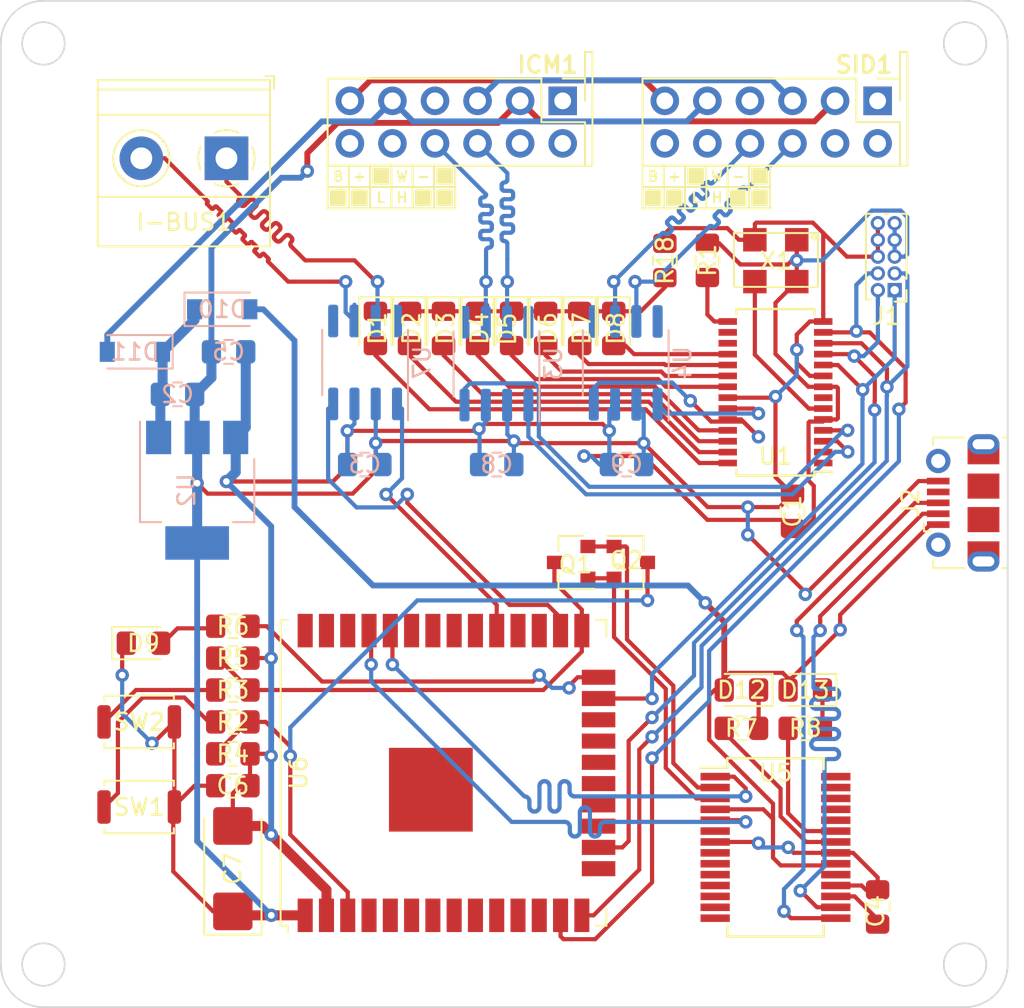
<source format=kicad_pcb>
(kicad_pcb (version 20171130) (host pcbnew 5.1.5+dfsg1-2build2)
  (layers (0 F.Cu signal) (31 B.Cu signal) (34 B.Paste user) (35 F.Paste user) (36 B.SilkS user) (37 F.SilkS user) (38 B.Mask user) (39 F.Mask user) (44 Edge.Cuts user))
  (net 0 "")
  (net 1 GND)
  (net 2 VDD_3.3V)
  (net 3 VIN)
  (net 4 "Net-(C4-Pad1)")
  (net 5 VBUS)
  (net 6 "Net-(D1-Pad2)")
  (net 7 "Net-(D1-Pad1)")
  (net 8 "Net-(D2-Pad2)")
  (net 9 "Net-(D3-Pad2)")
  (net 10 "Net-(D4-Pad2)")
  (net 11 "Net-(D5-Pad2)")
  (net 12 "Net-(D6-Pad2)")
  (net 13 "Net-(D7-Pad2)")
  (net 14 "Net-(D8-Pad2)")
  (net 15 "Net-(D9-Pad2)")
  (net 16 "Net-(D11-Pad2)")
  (net 17 "Net-(D12-Pad1)")
  (net 18 "Net-(D13-Pad1)")
  (net 19 CAN_H)
  (net 20 CAN_L)
  (net 21 "Net-(ICM1-Pad6)")
  (net 22 CAN_A_H)
  (net 23 CAN_A_L)
  (net 24 "Net-(ICM1-Pad3)")
  (net 25 RXA)
  (net 26 TXA)
  (net 27 MISO)
  (net 28 MOSI)
  (net 29 CLK)
  (net 30 CS)
  (net 31 USB_DP)
  (net 32 USB_DM)
  (net 33 RXB)
  (net 34 TXB)
  (net 35 RX_ESP32_CAN)
  (net 36 TX_ESP32_CAN)
  (net 37 RX_ESP32)
  (net 38 TX_ESP32)
  (net 39 RTS)
  (net 40 DTR)
  (net 41 IO0)
  (net 42 EN)
  (net 43 IRQ)
  (net 44 "Net-(R2-Pad2)")
  (net 45 "Net-(R3-Pad2)")
  (net 46 "Net-(R6-Pad2)")
  (net 47 "Net-(R7-Pad1)")
  (net 48 "Net-(R8-Pad1)")
  (net 49 CAN_B_L)
  (net 50 CAN_B_H)
  (net 51 XTAL1)
  (module Resistor_SMD:R_0805_2012Metric_Pad1.15x1.40mm_HandSolder (layer F.Cu) (at 126.619 104.394 180)
    (fp_text reference R3 (at 0 0) (layer F.SilkS))
    (fp_text value 470)
    (pad 2 smd roundrect (at 1.025 0 180) (size 1.15 1.4) (layers F.Cu F.Paste F.Mask) (roundrect_rratio 0.217391) (net 45 "Net-(R3-Pad2)"))
    (pad 1 smd roundrect (at -1.025 0 180) (size 1.15 1.4) (layers F.Cu F.Paste F.Mask) (roundrect_rratio 0.217391) (net 41 IO0))
  )
  (module sid-board:SAAB_SID_CONNECTOR_HEADER (layer F.Cu) (at 139.954 70.358)
    (fp_text reference ICM1 (at 7.366 -3.302) (layer F.SilkS) (effects (font (thickness 0.2)) (justify right)))
    (fp_text value ICM_CONN)
    (fp_text user H (at -3.2385 4.6355 180) (layer F.SilkS) (effects (font (size 0.6 0.6) (thickness 0.125))))
    (fp_text user L (at -4.5085 4.6355) (layer F.SilkS) (effects (font (size 0.6 0.6) (thickness 0.125))))
    (fp_text user B (at -7.0485 3.3655 180) (layer F.SilkS) (effects (font (size 0.6 0.6) (thickness 0.125))))
    (fp_text user + (at -5.7785 3.3655 180) (layer F.SilkS) (effects (font (size 0.6 0.6) (thickness 0.125))))
    (fp_text user W (at -3.2385 3.3655 180) (layer F.SilkS) (effects (font (size 0.6 0.6) (thickness 0.125))))
    (fp_text user - (at -1.9685 3.3655 180) (layer F.SilkS) (effects (font (size 0.6 0.6) (thickness 0.125))))
    (pad 7 thru_hole oval (at -6.35 1.397 270) (size 1.7 1.7) (drill 1) (layers *.Cu *.Mask))
    (pad 6 thru_hole oval (at -6.35 -1.143 270) (size 1.7 1.7) (drill 1) (layers *.Cu *.Mask) (net 21 "Net-(ICM1-Pad6)"))
    (pad 8 thru_hole oval (at -3.81 1.397 270) (size 1.7 1.7) (drill 1) (layers *.Cu *.Mask))
    (pad 5 thru_hole oval (at -3.81 -1.143 270) (size 1.7 1.7) (drill 1) (layers *.Cu *.Mask) (net 16 "Net-(D11-Pad2)"))
    (pad 9 thru_hole oval (at -1.27 1.397 270) (size 1.7 1.7) (drill 1) (layers *.Cu *.Mask) (net 23 CAN_A_L))
    (pad 4 thru_hole oval (at -1.27 -1.143 270) (size 1.7 1.7) (drill 1) (layers *.Cu *.Mask))
    (pad 10 thru_hole oval (at 1.27 1.397 270) (size 1.7 1.7) (drill 1) (layers *.Cu *.Mask) (net 22 CAN_A_H))
    (pad 3 thru_hole oval (at 1.27 -1.143 270) (size 1.7 1.7) (drill 1) (layers *.Cu *.Mask) (net 24 "Net-(ICM1-Pad3)"))
    (pad 11 thru_hole oval (at 3.81 1.397 270) (size 1.7 1.7) (drill 1) (layers *.Cu *.Mask))
    (pad 2 thru_hole oval (at 3.81 -1.143 270) (size 1.7 1.7) (drill 1) (layers *.Cu *.Mask) (net 1 GND))
    (pad 12 thru_hole oval (at 6.35 1.397 270) (size 1.7 1.7) (drill 1) (layers *.Cu *.Mask))
    (pad 1 thru_hole rect (at 6.35 -1.143 270) (size 1.7 1.7) (drill 1) (layers *.Cu *.Mask))
  )
  (module sid-board:SAAB_SID_CONNECTOR_HEADER (layer F.Cu) (at 158.75 70.358)
    (fp_text reference SID1 (at 7.366 -3.302) (layer F.SilkS) (effects (font (thickness 0.2)) (justify right)))
    (fp_text value SID_CONN)
    (fp_text user H (at -3.2385 4.6355 180) (layer F.SilkS) (effects (font (size 0.6 0.6) (thickness 0.125))))
    (fp_text user L (at -4.5085 4.6355) (layer F.SilkS) (effects (font (size 0.6 0.6) (thickness 0.125))))
    (fp_text user B (at -7.0485 3.3655 180) (layer F.SilkS) (effects (font (size 0.6 0.6) (thickness 0.125))))
    (fp_text user + (at -5.7785 3.3655 180) (layer F.SilkS) (effects (font (size 0.6 0.6) (thickness 0.125))))
    (fp_text user W (at -3.2385 3.3655 180) (layer F.SilkS) (effects (font (size 0.6 0.6) (thickness 0.125))))
    (fp_text user - (at -1.9685 3.3655 180) (layer F.SilkS) (effects (font (size 0.6 0.6) (thickness 0.125))))
    (pad 7 thru_hole oval (at -6.35 1.397 270) (size 1.7 1.7) (drill 1) (layers *.Cu *.Mask))
    (pad 6 thru_hole oval (at -6.35 -1.143 270) (size 1.7 1.7) (drill 1) (layers *.Cu *.Mask) (net 21 "Net-(ICM1-Pad6)"))
    (pad 8 thru_hole oval (at -3.81 1.397 270) (size 1.7 1.7) (drill 1) (layers *.Cu *.Mask))
    (pad 5 thru_hole oval (at -3.81 -1.143 270) (size 1.7 1.7) (drill 1) (layers *.Cu *.Mask) (net 16 "Net-(D11-Pad2)"))
    (pad 9 thru_hole oval (at -1.27 1.397 270) (size 1.7 1.7) (drill 1) (layers *.Cu *.Mask) (net 49 CAN_B_L))
    (pad 4 thru_hole oval (at -1.27 -1.143 270) (size 1.7 1.7) (drill 1) (layers *.Cu *.Mask))
    (pad 10 thru_hole oval (at 1.27 1.397 270) (size 1.7 1.7) (drill 1) (layers *.Cu *.Mask) (net 50 CAN_B_H))
    (pad 3 thru_hole oval (at 1.27 -1.143 270) (size 1.7 1.7) (drill 1) (layers *.Cu *.Mask) (net 24 "Net-(ICM1-Pad3)"))
    (pad 11 thru_hole oval (at 3.81 1.397 270) (size 1.7 1.7) (drill 1) (layers *.Cu *.Mask))
    (pad 2 thru_hole oval (at 3.81 -1.143 270) (size 1.7 1.7) (drill 1) (layers *.Cu *.Mask) (net 1 GND))
    (pad 12 thru_hole oval (at 6.35 1.397 270) (size 1.7 1.7) (drill 1) (layers *.Cu *.Mask))
    (pad 1 thru_hole rect (at 6.35 -1.143 270) (size 1.7 1.7) (drill 1) (layers *.Cu *.Mask))
  )
  (module Resistor_SMD:R_0805_2012Metric_Pad1.15x1.40mm_HandSolder (layer F.Cu) (at 154.94 78.74 90)
    (fp_text reference R1 (at 0 0 90) (layer F.SilkS))
    (fp_text value 1K)
    (pad 1 smd roundrect (at -1.025 0 90) (size 1.15 1.4) (layers F.Cu F.Paste F.Mask) (roundrect_rratio 0.217391) (net 43 IRQ))
    (pad 2 smd roundrect (at 1.025 0 90) (size 1.15 1.4) (layers F.Cu F.Paste F.Mask) (roundrect_rratio 0.217391) (net 2 VDD_3.3V))
  )
  (module Resistor_SMD:R_0805_2012Metric_Pad1.15x1.40mm_HandSolder (layer F.Cu) (at 126.619 100.584)
    (fp_text reference R6 (at 0.009 0) (layer F.SilkS))
    (fp_text value 470)
    (pad 2 smd roundrect (at 1.025 0) (size 1.15 1.4) (layers F.Cu F.Paste F.Mask) (roundrect_rratio 0.217391) (net 46 "Net-(R6-Pad2)"))
    (pad 1 smd roundrect (at -1.025 0) (size 1.15 1.4) (layers F.Cu F.Paste F.Mask) (roundrect_rratio 0.217391) (net 15 "Net-(D9-Pad2)"))
  )
  (module Diode_SMD:D_SOD-123 (layer B.Cu) (at 125.984 81.661)
    (fp_text reference D10 (at 0 0 180) (layer B.SilkS) (effects (justify mirror)))
    (fp_text value 1N5819)
    (pad 2 smd rect (at 1.65 0) (size 0.9 1.2) (layers B.Cu B.Paste B.Mask) (net 5 VBUS))
    (pad 1 smd rect (at -1.65 0) (size 0.9 1.2) (layers B.Cu B.Paste B.Mask) (net 3 VIN))
  )
  (module LED_SMD:LED_0805_2012Metric_Pad1.15x1.40mm_HandSolder (layer F.Cu) (at 149.352 82.804 270)
    (fp_text reference D8 (at 0 -0.126 90) (layer F.SilkS))
    (fp_text value LED0)
    (pad 2 smd roundrect (at 1.025 0 270) (size 1.15 1.4) (layers F.Cu F.Paste F.Mask) (roundrect_rratio 0.217391) (net 14 "Net-(D8-Pad2)"))
    (pad 1 smd roundrect (at -1.025 0 270) (size 1.15 1.4) (layers F.Cu F.Paste F.Mask) (roundrect_rratio 0.217391) (net 7 "Net-(D1-Pad1)"))
  )
  (module LED_SMD:LED_0805_2012Metric_Pad1.15x1.40mm_HandSolder (layer F.Cu) (at 121.285 101.6)
    (fp_text reference D9 (at 0 0) (layer F.SilkS))
    (fp_text value LED_IO2)
    (pad 1 smd roundrect (at -1.025 0) (size 1.15 1.4) (layers F.Cu F.Paste F.Mask) (roundrect_rratio 0.217391) (net 1 GND))
    (pad 2 smd roundrect (at 1.025 0) (size 1.15 1.4) (layers F.Cu F.Paste F.Mask) (roundrect_rratio 0.217391) (net 15 "Net-(D9-Pad2)"))
  )
  (module LED_SMD:LED_0805_2012Metric_Pad1.15x1.40mm_HandSolder (layer F.Cu) (at 135.128 82.804 270)
    (fp_text reference D1 (at 0 -0.126 90) (layer F.SilkS))
    (fp_text value LED7)
    (pad 2 smd roundrect (at 1.025 0 270) (size 1.15 1.4) (layers F.Cu F.Paste F.Mask) (roundrect_rratio 0.217391) (net 6 "Net-(D1-Pad2)"))
    (pad 1 smd roundrect (at -1.025 0 270) (size 1.15 1.4) (layers F.Cu F.Paste F.Mask) (roundrect_rratio 0.217391) (net 7 "Net-(D1-Pad1)"))
  )
  (module Package_SO:SOIC-8_3.9x4.9mm_P1.27mm (layer B.Cu) (at 150.06642 84.861825 90)
    (fp_text reference U4 (at 0 3.4 90) (layer B.SilkS) (effects (justify mirror)))
    (fp_text value SN65HVD232)
    (pad 1 smd roundrect (at -2.475 1.905 90) (size 1.95 0.6) (layers B.Cu B.Paste B.Mask) (net 34 TXB))
    (pad 2 smd roundrect (at -2.475 0.635 90) (size 1.95 0.6) (layers B.Cu B.Paste B.Mask) (net 1 GND))
    (pad 3 smd roundrect (at -2.475 -0.635 90) (size 1.95 0.6) (layers B.Cu B.Paste B.Mask) (net 2 VDD_3.3V))
    (pad 4 smd roundrect (at -2.475 -1.905 90) (size 1.95 0.6) (layers B.Cu B.Paste B.Mask) (net 33 RXB))
    (pad 5 smd roundrect (at 2.475 -1.905 90) (size 1.95 0.6) (layers B.Cu B.Paste B.Mask))
    (pad 6 smd roundrect (at 2.475 -0.635 90) (size 1.95 0.6) (layers B.Cu B.Paste B.Mask) (net 49 CAN_B_L))
    (pad 7 smd roundrect (at 2.475 0.635 90) (size 1.95 0.6) (layers B.Cu B.Paste B.Mask) (net 50 CAN_B_H))
    (pad 8 smd roundrect (at 2.475 1.905 90) (size 1.95 0.6) (layers B.Cu B.Paste B.Mask))
  )
  (module Connector_USB:USB_Micro-B_Molex-105017-0001 (layer F.Cu) (at 170.18 93.218 90)
    (fp_text reference J2 (at 0 -3.1125 90) (layer F.SilkS))
    (fp_text value USB_B_Micro)
    (pad 6 smd rect (at -2.9 1.2375 90) (size 1.2 1.9) (layers F.Cu F.Mask) (net 1 GND))
    (pad 6 smd rect (at 2.9 1.2375 90) (size 1.2 1.9) (layers F.Cu F.Mask) (net 1 GND))
    (pad 6 thru_hole oval (at 3.5 1.2375 90) (size 1.2 1.9) (drill oval 0.6 1.3) (layers *.Cu *.Mask) (net 1 GND))
    (pad 6 thru_hole oval (at -3.5 1.2375 270) (size 1.2 1.9) (drill oval 0.6 1.3) (layers *.Cu *.Mask) (net 1 GND))
    (pad 6 smd rect (at -1 1.2375 90) (size 1.5 1.9) (layers F.Cu F.Paste F.Mask) (net 1 GND))
    (pad 6 thru_hole circle (at 2.5 -1.4625 90) (size 1.45 1.45) (drill 0.85) (layers *.Cu *.Mask) (net 1 GND))
    (pad 3 smd rect (at 0 -1.4625 90) (size 0.4 1.35) (layers F.Cu F.Paste F.Mask) (net 31 USB_DP))
    (pad 4 smd rect (at 0.65 -1.4625 90) (size 0.4 1.35) (layers F.Cu F.Paste F.Mask))
    (pad 5 smd rect (at 1.3 -1.4625 90) (size 0.4 1.35) (layers F.Cu F.Paste F.Mask) (net 1 GND))
    (pad 1 smd rect (at -1.3 -1.4625 90) (size 0.4 1.35) (layers F.Cu F.Paste F.Mask) (net 5 VBUS))
    (pad 2 smd rect (at -0.65 -1.4625 90) (size 0.4 1.35) (layers F.Cu F.Paste F.Mask) (net 32 USB_DM))
    (pad 6 thru_hole circle (at -2.5 -1.4625 90) (size 1.45 1.45) (drill 0.85) (layers *.Cu *.Mask) (net 1 GND))
    (pad 6 smd rect (at 1 1.2375 90) (size 1.5 1.9) (layers F.Cu F.Paste F.Mask) (net 1 GND))
  )
  (module LED_SMD:LED_0805_2012Metric_Pad1.15x1.40mm_HandSolder (layer F.Cu) (at 137.16 82.804 270)
    (fp_text reference D2 (at 0 -0.126 90) (layer F.SilkS))
    (fp_text value LED6)
    (pad 1 smd roundrect (at -1.025 0 270) (size 1.15 1.4) (layers F.Cu F.Paste F.Mask) (roundrect_rratio 0.217391) (net 7 "Net-(D1-Pad1)"))
    (pad 2 smd roundrect (at 1.025 0 270) (size 1.15 1.4) (layers F.Cu F.Paste F.Mask) (roundrect_rratio 0.217391) (net 8 "Net-(D2-Pad2)"))
  )
  (module TerminalBlock_Phoenix:TerminalBlock_Phoenix_MKDS-1,5-2-5.08_1x02_P5.08mm_Horizontal (layer F.Cu) (at 126.238 72.644 180)
    (fp_text reference I-BUS1 (at 2.54 -3.81 180) (layer F.SilkS))
    (fp_text value Screw_Terminal_01x02)
    (pad 2 thru_hole circle (at 5.08 0 180) (size 2.6 2.6) (drill 1.3) (layers *.Cu *.Mask) (net 20 CAN_L))
    (pad 1 thru_hole rect (at 0 0 180) (size 2.6 2.6) (drill 1.3) (layers *.Cu *.Mask) (net 19 CAN_H))
  )
  (module Package_TO_SOT_SMD:SOT-23 (layer F.Cu) (at 150.368 96.774)
    (fp_text reference Q2 (at -0.254 -0.127) (layer F.SilkS))
    (fp_text value BSS138)
    (pad 3 smd rect (at 1 0) (size 0.9 0.8) (layers F.Cu F.Paste F.Mask) (net 42 EN))
    (pad 2 smd rect (at -1 0.95) (size 0.9 0.8) (layers F.Cu F.Paste F.Mask) (net 39 RTS))
    (pad 1 smd rect (at -1 -0.95) (size 0.9 0.8) (layers F.Cu F.Paste F.Mask) (net 40 DTR))
  )
  (module Package_TO_SOT_SMD:SOT-23 (layer F.Cu) (at 146.812 96.774 180)
    (fp_text reference Q1 (at -0.254 -0.127) (layer F.SilkS))
    (fp_text value BSS138)
    (pad 1 smd rect (at -1 -0.95 180) (size 0.9 0.8) (layers F.Cu F.Paste F.Mask) (net 39 RTS))
    (pad 2 smd rect (at -1 0.95 180) (size 0.9 0.8) (layers F.Cu F.Paste F.Mask) (net 40 DTR))
    (pad 3 smd rect (at 1 0 180) (size 0.9 0.8) (layers F.Cu F.Paste F.Mask) (net 41 IO0))
  )
  (module Resistor_SMD:R_0805_2012Metric_Pad1.15x1.40mm_HandSolder (layer F.Cu) (at 126.619 108.204 180)
    (fp_text reference R4 (at 0 0) (layer F.SilkS))
    (fp_text value 1k)
    (pad 1 smd roundrect (at -1.025 0 180) (size 1.15 1.4) (layers F.Cu F.Paste F.Mask) (roundrect_rratio 0.217391) (net 2 VDD_3.3V))
    (pad 2 smd roundrect (at 1.025 0 180) (size 1.15 1.4) (layers F.Cu F.Paste F.Mask) (roundrect_rratio 0.217391) (net 42 EN))
  )
  (module LED_SMD:LED_0805_2012Metric_Pad1.15x1.40mm_HandSolder (layer F.Cu) (at 156.972 104.394 180)
    (fp_text reference D12 (at 0 0 180) (layer F.SilkS))
    (fp_text value LED0)
    (pad 2 smd roundrect (at 1.025 0 180) (size 1.15 1.4) (layers F.Cu F.Paste F.Mask) (roundrect_rratio 0.217391) (net 5 VBUS))
    (pad 1 smd roundrect (at -1.025 0 180) (size 1.15 1.4) (layers F.Cu F.Paste F.Mask) (roundrect_rratio 0.217391) (net 17 "Net-(D12-Pad1)"))
  )
  (module Resistor_SMD:R_0805_2012Metric_Pad1.15x1.40mm_HandSolder (layer F.Cu) (at 156.972 106.68)
    (fp_text reference R7 (at -0.009 0) (layer F.SilkS))
    (fp_text value 1k)
    (pad 1 smd roundrect (at -1.025 0) (size 1.15 1.4) (layers F.Cu F.Paste F.Mask) (roundrect_rratio 0.217391) (net 47 "Net-(R7-Pad1)"))
    (pad 2 smd roundrect (at 1.025 0) (size 1.15 1.4) (layers F.Cu F.Paste F.Mask) (roundrect_rratio 0.217391) (net 17 "Net-(D12-Pad1)"))
  )
  (module sid-board:S53305-16.000-X (layer F.Cu) (at 159.024 78.76 180)
    (fp_text reference X1 (at 0 0) (layer F.SilkS))
    (fp_text value S53305-24.000-X)
    (pad 4 smd rect (at -1.25 -1.25 180) (size 1.4 1.4) (layers F.Cu F.Paste F.Mask) (net 2 VDD_3.3V))
    (pad 3 smd rect (at 1.25 -1.25 180) (size 1.4 1.4) (layers F.Cu F.Paste F.Mask) (net 51 XTAL1))
    (pad 2 smd rect (at 1.25 1.25 180) (size 1.4 1.4) (layers F.Cu F.Paste F.Mask) (net 1 GND))
    (pad 1 smd rect (at -1.25 1.25 180) (size 1.4 1.4) (layers F.Cu F.Paste F.Mask) (net 2 VDD_3.3V))
  )
  (module Resistor_SMD:R_0805_2012Metric_Pad1.15x1.40mm_HandSolder (layer F.Cu) (at 126.619 102.489 180)
    (fp_text reference R5 (at 0 0) (layer F.SilkS))
    (fp_text value 1k)
    (pad 1 smd roundrect (at -1.025 0 180) (size 1.15 1.4) (layers F.Cu F.Paste F.Mask) (roundrect_rratio 0.217391) (net 2 VDD_3.3V))
    (pad 2 smd roundrect (at 1.025 0 180) (size 1.15 1.4) (layers F.Cu F.Paste F.Mask) (roundrect_rratio 0.217391) (net 41 IO0))
  )
  (module Package_TO_SOT_SMD:SOT-223-3_TabPin2 (layer B.Cu) (at 124.489 92.463252 270)
    (fp_text reference U2 (at 0 0.635 270) (layer B.SilkS) (effects (justify mirror)))
    (fp_text value MCP1703A-3302_SOT223)
    (pad 1 smd rect (at -3.15 2.3 270) (size 2 1.5) (layers B.Cu B.Paste B.Mask) (net 3 VIN))
    (pad 3 smd rect (at -3.15 -2.3 270) (size 2 1.5) (layers B.Cu B.Paste B.Mask) (net 2 VDD_3.3V))
    (pad 2 smd rect (at -3.15 0 270) (size 2 1.5) (layers B.Cu B.Paste B.Mask) (net 1 GND))
    (pad 2 smd rect (at 3.15 0 270) (size 2 3.8) (layers B.Cu B.Paste B.Mask) (net 1 GND))
  )
  (module RF_Module:ESP32-WROOM-32U (layer F.Cu) (at 139.192 109.347 90)
    (fp_text reference U6 (at 0 -8.636 270) (layer F.SilkS))
    (fp_text value ESP32-WROOM-32U)
    (pad 38 smd rect (at 8.5 -8.255 90) (size 2 0.9) (layers F.Cu F.Paste F.Mask) (net 1 GND))
    (pad 37 smd rect (at 8.5 -6.985 90) (size 2 0.9) (layers F.Cu F.Paste F.Mask))
    (pad 36 smd rect (at 8.5 -5.715 90) (size 2 0.9) (layers F.Cu F.Paste F.Mask))
    (pad 35 smd rect (at 8.5 -4.445 90) (size 2 0.9) (layers F.Cu F.Paste F.Mask) (net 38 TX_ESP32))
    (pad 34 smd rect (at 8.5 -3.175 90) (size 2 0.9) (layers F.Cu F.Paste F.Mask) (net 37 RX_ESP32))
    (pad 33 smd rect (at 8.5 -1.905 90) (size 2 0.9) (layers F.Cu F.Paste F.Mask))
    (pad 32 smd rect (at 8.5 -0.635 90) (size 2 0.9) (layers F.Cu F.Paste F.Mask))
    (pad 31 smd rect (at 8.5 0.635 90) (size 2 0.9) (layers F.Cu F.Paste F.Mask))
    (pad 30 smd rect (at 8.5 1.905 90) (size 2 0.9) (layers F.Cu F.Paste F.Mask))
    (pad 29 smd rect (at 8.5 3.175 90) (size 2 0.9) (layers F.Cu F.Paste F.Mask) (net 36 TX_ESP32_CAN))
    (pad 28 smd rect (at 8.5 4.445 90) (size 2 0.9) (layers F.Cu F.Paste F.Mask))
    (pad 27 smd rect (at 8.5 5.715 90) (size 2 0.9) (layers F.Cu F.Paste F.Mask))
    (pad 26 smd rect (at 8.5 6.985 90) (size 2 0.9) (layers F.Cu F.Paste F.Mask) (net 35 RX_ESP32_CAN))
    (pad 25 smd rect (at 8.5 8.255 90) (size 2 0.9) (layers F.Cu F.Paste F.Mask) (net 41 IO0))
    (pad 24 smd rect (at 5.715 9.255 180) (size 2 0.9) (layers F.Cu F.Paste F.Mask) (net 46 "Net-(R6-Pad2)"))
    (pad 23 smd rect (at 4.445 9.255 180) (size 2 0.9) (layers F.Cu F.Paste F.Mask) (net 30 CS))
    (pad 22 smd rect (at 3.175 9.255 180) (size 2 0.9) (layers F.Cu F.Paste F.Mask))
    (pad 21 smd rect (at 1.905 9.255 180) (size 2 0.9) (layers F.Cu F.Paste F.Mask))
    (pad 20 smd rect (at 0.635 9.255 180) (size 2 0.9) (layers F.Cu F.Paste F.Mask))
    (pad 19 smd rect (at -0.635 9.255 180) (size 2 0.9) (layers F.Cu F.Paste F.Mask))
    (pad 18 smd rect (at -1.905 9.255 180) (size 2 0.9) (layers F.Cu F.Paste F.Mask))
    (pad 17 smd rect (at -3.175 9.255 180) (size 2 0.9) (layers F.Cu F.Paste F.Mask))
    (pad 16 smd rect (at -4.445 9.255 180) (size 2 0.9) (layers F.Cu F.Paste F.Mask) (net 28 MOSI))
    (pad 15 smd rect (at -5.715 9.255) (size 2 0.9) (layers F.Cu F.Paste F.Mask) (net 1 GND))
    (pad 14 smd rect (at -8.5 8.255 90) (size 2 0.9) (layers F.Cu F.Paste F.Mask) (net 27 MISO))
    (pad 13 smd rect (at -8.5 6.985 90) (size 2 0.9) (layers F.Cu F.Paste F.Mask) (net 29 CLK))
    (pad 12 smd rect (at -8.5 5.715 90) (size 2 0.9) (layers F.Cu F.Paste F.Mask))
    (pad 11 smd rect (at -8.5 4.445 90) (size 2 0.9) (layers F.Cu F.Paste F.Mask))
    (pad 10 smd rect (at -8.5 3.175 90) (size 2 0.9) (layers F.Cu F.Paste F.Mask))
    (pad 9 smd rect (at -8.5 1.905 90) (size 2 0.9) (layers F.Cu F.Paste F.Mask))
    (pad 8 smd rect (at -8.5 0.635 90) (size 2 0.9) (layers F.Cu F.Paste F.Mask))
    (pad 7 smd rect (at -8.5 -0.635 90) (size 2 0.9) (layers F.Cu F.Paste F.Mask))
    (pad 6 smd rect (at -8.5 -1.905 90) (size 2 0.9) (layers F.Cu F.Paste F.Mask))
    (pad 5 smd rect (at -8.5 -3.175 90) (size 2 0.9) (layers F.Cu F.Paste F.Mask))
    (pad 4 smd rect (at -8.5 -4.445 90) (size 2 0.9) (layers F.Cu F.Paste F.Mask))
    (pad 3 smd rect (at -8.5 -5.715 90) (size 2 0.9) (layers F.Cu F.Paste F.Mask) (net 42 EN))
    (pad 2 smd rect (at -8.5 -6.985 90) (size 2 0.9) (layers F.Cu F.Paste F.Mask) (net 2 VDD_3.3V))
    (pad 1 smd rect (at -8.5 -8.255 90) (size 2 0.9) (layers F.Cu F.Paste F.Mask) (net 1 GND))
    (pad 39 smd rect (at -1 -0.755 90) (size 5 5) (layers F.Cu F.Paste F.Mask) (net 1 GND))
  )
  (module Capacitor_SMD:C_0805_2012Metric_Pad1.15x1.40mm_HandSolder (layer B.Cu) (at 142.367 90.932)
    (fp_text reference C8 (at 0 0 180) (layer B.SilkS) (effects (justify mirror)))
    (fp_text value 1uF)
    (pad 1 smd roundrect (at -1.025 0) (size 1.15 1.4) (layers B.Cu B.Paste B.Mask) (roundrect_rratio 0.217391) (net 2 VDD_3.3V))
    (pad 2 smd roundrect (at 1.025 0) (size 1.15 1.4) (layers B.Cu B.Paste B.Mask) (roundrect_rratio 0.217391) (net 1 GND))
  )
  (module LED_SMD:LED_0805_2012Metric_Pad1.15x1.40mm_HandSolder (layer F.Cu) (at 160.782 104.394 180)
    (fp_text reference D13 (at 0 0 180) (layer F.SilkS))
    (fp_text value LED0)
    (pad 1 smd roundrect (at -1.025 0 180) (size 1.15 1.4) (layers F.Cu F.Paste F.Mask) (roundrect_rratio 0.217391) (net 18 "Net-(D13-Pad1)"))
    (pad 2 smd roundrect (at 1.025 0 180) (size 1.15 1.4) (layers F.Cu F.Paste F.Mask) (roundrect_rratio 0.217391) (net 5 VBUS))
  )
  (module Capacitor_SMD:C_0805_2012Metric_Pad1.15x1.40mm_HandSolder (layer F.Cu) (at 160.02 93.726 90)
    (fp_text reference C1 (at 0 0 90) (layer F.SilkS))
    (fp_text value 1uF)
    (pad 2 smd roundrect (at 1.025 0 90) (size 1.15 1.4) (layers F.Cu F.Paste F.Mask) (roundrect_rratio 0.217391) (net 1 GND))
    (pad 1 smd roundrect (at -1.025 0 90) (size 1.15 1.4) (layers F.Cu F.Paste F.Mask) (roundrect_rratio 0.217391) (net 2 VDD_3.3V))
  )
  (module Capacitor_SMD:C_0805_2012Metric_Pad1.15x1.40mm_HandSolder (layer B.Cu) (at 150.114 90.932)
    (fp_text reference C9 (at 0 0 180) (layer B.SilkS) (effects (justify mirror)))
    (fp_text value 1uF)
    (pad 2 smd roundrect (at 1.025 0) (size 1.15 1.4) (layers B.Cu B.Paste B.Mask) (roundrect_rratio 0.217391) (net 1 GND))
    (pad 1 smd roundrect (at -1.025 0) (size 1.15 1.4) (layers B.Cu B.Paste B.Mask) (roundrect_rratio 0.217391) (net 2 VDD_3.3V))
  )
  (module Package_SO:SOIC-8_3.9x4.9mm_P1.27mm (layer B.Cu) (at 142.351877 84.907159 90)
    (fp_text reference U3 (at 0 3.4 90) (layer B.SilkS) (effects (justify mirror)))
    (fp_text value SN65HVD232)
    (pad 8 smd roundrect (at 2.475 1.905 90) (size 1.95 0.6) (layers B.Cu B.Paste B.Mask))
    (pad 7 smd roundrect (at 2.475 0.635 90) (size 1.95 0.6) (layers B.Cu B.Paste B.Mask) (net 22 CAN_A_H))
    (pad 6 smd roundrect (at 2.475 -0.635 90) (size 1.95 0.6) (layers B.Cu B.Paste B.Mask) (net 23 CAN_A_L))
    (pad 5 smd roundrect (at 2.475 -1.905 90) (size 1.95 0.6) (layers B.Cu B.Paste B.Mask))
    (pad 4 smd roundrect (at -2.475 -1.905 90) (size 1.95 0.6) (layers B.Cu B.Paste B.Mask) (net 25 RXA))
    (pad 3 smd roundrect (at -2.475 -0.635 90) (size 1.95 0.6) (layers B.Cu B.Paste B.Mask) (net 2 VDD_3.3V))
    (pad 2 smd roundrect (at -2.475 0.635 90) (size 1.95 0.6) (layers B.Cu B.Paste B.Mask) (net 1 GND))
    (pad 1 smd roundrect (at -2.475 1.905 90) (size 1.95 0.6) (layers B.Cu B.Paste B.Mask) (net 26 TXA))
  )
  (module Capacitor_SMD:C_0805_2012Metric_Pad1.15x1.40mm_HandSolder (layer F.Cu) (at 165.1 117.348 90)
    (fp_text reference C4 (at -0.254 -0.127 90) (layer F.SilkS))
    (fp_text value 1uF)
    (pad 1 smd roundrect (at -1.025 0 90) (size 1.15 1.4) (layers F.Cu F.Paste F.Mask) (roundrect_rratio 0.217391) (net 4 "Net-(C4-Pad1)"))
    (pad 2 smd roundrect (at 1.025 0 90) (size 1.15 1.4) (layers F.Cu F.Paste F.Mask) (roundrect_rratio 0.217391) (net 1 GND))
  )
  (module Button_Switch_SMD:SW_Push_SPST_NO_Alps_SKRK (layer F.Cu) (at 121.031 106.299 180)
    (fp_text reference SW2 (at 0 0) (layer F.SilkS))
    (fp_text value SW_FLASH)
    (pad 1 smd roundrect (at -2.1 0 180) (size 0.8 2) (layers F.Cu F.Paste F.Mask) (net 1 GND))
    (pad 2 smd roundrect (at 2.1 0 180) (size 0.8 2) (layers F.Cu F.Paste F.Mask) (net 45 "Net-(R3-Pad2)"))
  )
  (module Resistor_SMD:R_0805_2012Metric_Pad1.15x1.40mm_HandSolder (layer F.Cu) (at 126.619 106.299 180)
    (fp_text reference R2 (at -0.009 0) (layer F.SilkS))
    (fp_text value 470)
    (pad 2 smd roundrect (at 1.025 0 180) (size 1.15 1.4) (layers F.Cu F.Paste F.Mask) (roundrect_rratio 0.217391) (net 44 "Net-(R2-Pad2)"))
    (pad 1 smd roundrect (at -1.025 0 180) (size 1.15 1.4) (layers F.Cu F.Paste F.Mask) (roundrect_rratio 0.217391) (net 42 EN))
  )
  (module Resistor_SMD:R_0805_2012Metric_Pad1.15x1.40mm_HandSolder (layer F.Cu) (at 152.4 78.749 90)
    (fp_text reference R18 (at 0 0 90) (layer F.SilkS))
    (fp_text value 1K)
    (pad 1 smd roundrect (at -1.025 0 90) (size 1.15 1.4) (layers F.Cu F.Paste F.Mask) (roundrect_rratio 0.217391) (net 7 "Net-(D1-Pad1)"))
    (pad 2 smd roundrect (at 1.025 0 90) (size 1.15 1.4) (layers F.Cu F.Paste F.Mask) (roundrect_rratio 0.217391) (net 1 GND))
  )
  (module Resistor_SMD:R_0805_2012Metric_Pad1.15x1.40mm_HandSolder (layer F.Cu) (at 160.782 106.68)
    (fp_text reference R8 (at 0 0) (layer F.SilkS))
    (fp_text value 1k)
    (pad 2 smd roundrect (at 1.025 0) (size 1.15 1.4) (layers F.Cu F.Paste F.Mask) (roundrect_rratio 0.217391) (net 18 "Net-(D13-Pad1)"))
    (pad 1 smd roundrect (at -1.025 0) (size 1.15 1.4) (layers F.Cu F.Paste F.Mask) (roundrect_rratio 0.217391) (net 48 "Net-(R8-Pad1)"))
  )
  (module Capacitor_SMD:C_0805_2012Metric_Pad1.15x1.40mm_HandSolder (layer F.Cu) (at 126.619 110.109)
    (fp_text reference C6 (at 0 0) (layer F.SilkS))
    (fp_text value 1uF)
    (pad 2 smd roundrect (at 1.025 0) (size 1.15 1.4) (layers F.Cu F.Paste F.Mask) (roundrect_rratio 0.217391) (net 2 VDD_3.3V))
    (pad 1 smd roundrect (at -1.025 0) (size 1.15 1.4) (layers F.Cu F.Paste F.Mask) (roundrect_rratio 0.217391) (net 1 GND))
  )
  (module Diode_SMD:D_SOD-123 (layer B.Cu) (at 120.777 84.201 180)
    (fp_text reference D11 (at 0 0) (layer B.SilkS) (effects (justify mirror)))
    (fp_text value 1N5819)
    (pad 2 smd rect (at 1.65 0 180) (size 0.9 1.2) (layers B.Cu B.Paste B.Mask) (net 16 "Net-(D11-Pad2)"))
    (pad 1 smd rect (at -1.65 0 180) (size 0.9 1.2) (layers B.Cu B.Paste B.Mask) (net 3 VIN))
  )
  (module Capacitor_SMD:C_0805_2012Metric_Pad1.15x1.40mm_HandSolder (layer B.Cu) (at 134.493 90.932)
    (fp_text reference C3 (at 0 0 180) (layer B.SilkS) (effects (justify mirror)))
    (fp_text value 1uF)
    (pad 1 smd roundrect (at -1.025 0) (size 1.15 1.4) (layers B.Cu B.Paste B.Mask) (roundrect_rratio 0.217391) (net 2 VDD_3.3V))
    (pad 2 smd roundrect (at 1.025 0) (size 1.15 1.4) (layers B.Cu B.Paste B.Mask) (roundrect_rratio 0.217391) (net 1 GND))
  )
  (module Capacitor_SMD:C_0805_2012Metric_Pad1.15x1.40mm_HandSolder (layer B.Cu) (at 123.317 86.741)
    (fp_text reference C2 (at 0 0 180) (layer B.SilkS) (effects (justify mirror)))
    (fp_text value 1uF)
    (pad 2 smd roundrect (at 1.025 0) (size 1.15 1.4) (layers B.Cu B.Paste B.Mask) (roundrect_rratio 0.217391) (net 1 GND))
    (pad 1 smd roundrect (at -1.025 0) (size 1.15 1.4) (layers B.Cu B.Paste B.Mask) (roundrect_rratio 0.217391) (net 3 VIN))
  )
  (module Package_SO:SOIC-8_3.9x4.9mm_P1.27mm (layer B.Cu) (at 134.511485 84.836 90)
    (fp_text reference U7 (at 0 3.4 90) (layer B.SilkS) (effects (justify mirror)))
    (fp_text value SN65HVD232)
    (pad 8 smd roundrect (at 2.475 1.905 90) (size 1.95 0.6) (layers B.Cu B.Paste B.Mask))
    (pad 7 smd roundrect (at 2.475 0.635 90) (size 1.95 0.6) (layers B.Cu B.Paste B.Mask) (net 19 CAN_H))
    (pad 6 smd roundrect (at 2.475 -0.635 90) (size 1.95 0.6) (layers B.Cu B.Paste B.Mask) (net 20 CAN_L))
    (pad 5 smd roundrect (at 2.475 -1.905 90) (size 1.95 0.6) (layers B.Cu B.Paste B.Mask))
    (pad 4 smd roundrect (at -2.475 -1.905 90) (size 1.95 0.6) (layers B.Cu B.Paste B.Mask) (net 35 RX_ESP32_CAN))
    (pad 3 smd roundrect (at -2.475 -0.635 90) (size 1.95 0.6) (layers B.Cu B.Paste B.Mask) (net 2 VDD_3.3V))
    (pad 2 smd roundrect (at -2.475 0.635 90) (size 1.95 0.6) (layers B.Cu B.Paste B.Mask) (net 1 GND))
    (pad 1 smd roundrect (at -2.475 1.905 90) (size 1.95 0.6) (layers B.Cu B.Paste B.Mask) (net 36 TX_ESP32_CAN))
  )
  (module Capacitor_SMD:C_0805_2012Metric_Pad1.15x1.40mm_HandSolder (layer B.Cu) (at 126.365 84.201 180)
    (fp_text reference C5 (at 0 0 180) (layer B.SilkS) (effects (justify mirror)))
    (fp_text value 1uF)
    (pad 1 smd roundrect (at -1.025 0 180) (size 1.15 1.4) (layers B.Cu B.Paste B.Mask) (roundrect_rratio 0.217391) (net 2 VDD_3.3V))
    (pad 2 smd roundrect (at 1.025 0 180) (size 1.15 1.4) (layers B.Cu B.Paste B.Mask) (roundrect_rratio 0.217391) (net 1 GND))
  )
  (module Package_SO:TSSOP-28_4.4x9.7mm_P0.65mm (layer F.Cu) (at 159.004 86.614 180)
    (fp_text reference U1 (at 0 -3.81) (layer F.SilkS))
    (fp_text value SC16IS752IPW)
    (pad 28 smd rect (at 2.85 -4.225 180) (size 1.1 0.4) (layers F.Cu F.Paste F.Mask) (net 6 "Net-(D1-Pad2)"))
    (pad 27 smd rect (at 2.85 -3.575 180) (size 1.1 0.4) (layers F.Cu F.Paste F.Mask) (net 8 "Net-(D2-Pad2)"))
    (pad 26 smd rect (at 2.85 -2.925 180) (size 1.1 0.4) (layers F.Cu F.Paste F.Mask) (net 9 "Net-(D3-Pad2)"))
    (pad 25 smd rect (at 2.85 -2.275 180) (size 1.1 0.4) (layers F.Cu F.Paste F.Mask) (net 10 "Net-(D4-Pad2)"))
    (pad 24 smd rect (at 2.85 -1.625 180) (size 1.1 0.4) (layers F.Cu F.Paste F.Mask) (net 33 RXB))
    (pad 23 smd rect (at 2.85 -0.975 180) (size 1.1 0.4) (layers F.Cu F.Paste F.Mask) (net 34 TXB))
    (pad 22 smd rect (at 2.85 -0.325 180) (size 1.1 0.4) (layers F.Cu F.Paste F.Mask) (net 1 GND))
    (pad 21 smd rect (at 2.85 0.325 180) (size 1.1 0.4) (layers F.Cu F.Paste F.Mask) (net 11 "Net-(D5-Pad2)"))
    (pad 20 smd rect (at 2.85 0.975 180) (size 1.1 0.4) (layers F.Cu F.Paste F.Mask) (net 12 "Net-(D6-Pad2)"))
    (pad 19 smd rect (at 2.85 1.625 180) (size 1.1 0.4) (layers F.Cu F.Paste F.Mask) (net 13 "Net-(D7-Pad2)"))
    (pad 18 smd rect (at 2.85 2.275 180) (size 1.1 0.4) (layers F.Cu F.Paste F.Mask) (net 14 "Net-(D8-Pad2)"))
    (pad 17 smd rect (at 2.85 2.925 180) (size 1.1 0.4) (layers F.Cu F.Paste F.Mask))
    (pad 16 smd rect (at 2.85 3.575 180) (size 1.1 0.4) (layers F.Cu F.Paste F.Mask))
    (pad 15 smd rect (at 2.85 4.225 180) (size 1.1 0.4) (layers F.Cu F.Paste F.Mask) (net 43 IRQ))
    (pad 14 smd rect (at -2.85 4.225 180) (size 1.1 0.4) (layers F.Cu F.Paste F.Mask) (net 1 GND))
    (pad 13 smd rect (at -2.85 3.575 180) (size 1.1 0.4) (layers F.Cu F.Paste F.Mask) (net 29 CLK))
    (pad 12 smd rect (at -2.85 2.925 180) (size 1.1 0.4) (layers F.Cu F.Paste F.Mask) (net 27 MISO))
    (pad 11 smd rect (at -2.85 2.275 180) (size 1.1 0.4) (layers F.Cu F.Paste F.Mask) (net 28 MOSI))
    (pad 10 smd rect (at -2.85 1.625 180) (size 1.1 0.4) (layers F.Cu F.Paste F.Mask) (net 30 CS))
    (pad 9 smd rect (at -2.85 0.975 180) (size 1.1 0.4) (layers F.Cu F.Paste F.Mask) (net 1 GND))
    (pad 8 smd rect (at -2.85 0.325 180) (size 1.1 0.4) (layers F.Cu F.Paste F.Mask) (net 2 VDD_3.3V))
    (pad 7 smd rect (at -2.85 -0.325 180) (size 1.1 0.4) (layers F.Cu F.Paste F.Mask))
    (pad 6 smd rect (at -2.85 -0.975 180) (size 1.1 0.4) (layers F.Cu F.Paste F.Mask) (net 51 XTAL1))
    (pad 5 smd rect (at -2.85 -1.625 180) (size 1.1 0.4) (layers F.Cu F.Paste F.Mask) (net 2 VDD_3.3V))
    (pad 4 smd rect (at -2.85 -2.275 180) (size 1.1 0.4) (layers F.Cu F.Paste F.Mask) (net 25 RXA))
    (pad 3 smd rect (at -2.85 -2.925 180) (size 1.1 0.4) (layers F.Cu F.Paste F.Mask) (net 26 TXA))
    (pad 2 smd rect (at -2.85 -3.575 180) (size 1.1 0.4) (layers F.Cu F.Paste F.Mask))
    (pad 1 smd rect (at -2.85 -4.225 180) (size 1.1 0.4) (layers F.Cu F.Paste F.Mask))
  )
  (module Capacitor_Tantalum_SMD:CP_EIA-6032-20_AVX-F_Pad2.25x2.35mm_HandSolder (layer F.Cu) (at 126.619 115.062 90)
    (fp_text reference C7 (at 0 0 90) (layer F.SilkS))
    (fp_text value 10uF)
    (pad 2 smd roundrect (at 2.55 0 90) (size 2.25 2.35) (layers F.Cu F.Paste F.Mask) (roundrect_rratio 0.111111) (net 2 VDD_3.3V))
    (pad 1 smd roundrect (at -2.55 0 90) (size 2.25 2.35) (layers F.Cu F.Paste F.Mask) (roundrect_rratio 0.111111) (net 1 GND))
  )
  (module Button_Switch_SMD:SW_Push_SPST_NO_Alps_SKRK (layer F.Cu) (at 121.031 111.379 180)
    (fp_text reference SW1 (at 0 0) (layer F.SilkS))
    (fp_text value SW_EN)
    (pad 2 smd roundrect (at 2.1 0 180) (size 0.8 2) (layers F.Cu F.Paste F.Mask) (net 44 "Net-(R2-Pad2)"))
    (pad 1 smd roundrect (at -2.1 0 180) (size 0.8 2) (layers F.Cu F.Paste F.Mask) (net 1 GND))
  )
  (module Package_SO:SSOP-28_5.3x10.2mm_P0.65mm (layer F.Cu) (at 159.004 113.792)
    (fp_text reference U5 (at 0 -4.445) (layer F.SilkS))
    (fp_text value CY7C65213-28PVXI)
    (pad 28 smd rect (at 3.6 -4.225) (size 1.75 0.45) (layers F.Cu F.Paste F.Mask))
    (pad 27 smd rect (at 3.6 -3.575) (size 1.75 0.45) (layers F.Cu F.Paste F.Mask))
    (pad 26 smd rect (at 3.6 -2.925) (size 1.75 0.45) (layers F.Cu F.Paste F.Mask))
    (pad 25 smd rect (at 3.6 -2.275) (size 1.75 0.45) (layers F.Cu F.Paste F.Mask))
    (pad 24 smd rect (at 3.6 -1.625) (size 1.75 0.45) (layers F.Cu F.Paste F.Mask))
    (pad 23 smd rect (at 3.6 -0.975) (size 1.75 0.45) (layers F.Cu F.Paste F.Mask) (net 48 "Net-(R8-Pad1)"))
    (pad 22 smd rect (at 3.6 -0.325) (size 1.75 0.45) (layers F.Cu F.Paste F.Mask) (net 47 "Net-(R7-Pad1)"))
    (pad 21 smd rect (at 3.6 0.325) (size 1.75 0.45) (layers F.Cu F.Paste F.Mask) (net 1 GND))
    (pad 20 smd rect (at 3.6 0.975) (size 1.75 0.45) (layers F.Cu F.Paste F.Mask) (net 5 VBUS))
    (pad 19 smd rect (at 3.6 1.625) (size 1.75 0.45) (layers F.Cu F.Paste F.Mask))
    (pad 18 smd rect (at 3.6 2.275) (size 1.75 0.45) (layers F.Cu F.Paste F.Mask) (net 1 GND))
    (pad 17 smd rect (at 3.6 2.925) (size 1.75 0.45) (layers F.Cu F.Paste F.Mask) (net 4 "Net-(C4-Pad1)"))
    (pad 16 smd rect (at 3.6 3.575) (size 1.75 0.45) (layers F.Cu F.Paste F.Mask) (net 32 USB_DM))
    (pad 15 smd rect (at 3.6 4.225) (size 1.75 0.45) (layers F.Cu F.Paste F.Mask) (net 31 USB_DP))
    (pad 14 smd rect (at -3.6 4.225) (size 1.75 0.45) (layers F.Cu F.Paste F.Mask))
    (pad 13 smd rect (at -3.6 3.575) (size 1.75 0.45) (layers F.Cu F.Paste F.Mask))
    (pad 12 smd rect (at -3.6 2.925) (size 1.75 0.45) (layers F.Cu F.Paste F.Mask))
    (pad 11 smd rect (at -3.6 2.275) (size 1.75 0.45) (layers F.Cu F.Paste F.Mask))
    (pad 10 smd rect (at -3.6 1.625) (size 1.75 0.45) (layers F.Cu F.Paste F.Mask))
    (pad 9 smd rect (at -3.6 0.975) (size 1.75 0.45) (layers F.Cu F.Paste F.Mask))
    (pad 8 smd rect (at -3.6 0.325) (size 1.75 0.45) (layers F.Cu F.Paste F.Mask))
    (pad 7 smd rect (at -3.6 -0.325) (size 1.75 0.45) (layers F.Cu F.Paste F.Mask) (net 1 GND))
    (pad 6 smd rect (at -3.6 -0.975) (size 1.75 0.45) (layers F.Cu F.Paste F.Mask))
    (pad 5 smd rect (at -3.6 -1.625) (size 1.75 0.45) (layers F.Cu F.Paste F.Mask) (net 38 TX_ESP32))
    (pad 4 smd rect (at -3.6 -2.275) (size 1.75 0.45) (layers F.Cu F.Paste F.Mask) (net 5 VBUS))
    (pad 3 smd rect (at -3.6 -2.925) (size 1.75 0.45) (layers F.Cu F.Paste F.Mask) (net 39 RTS))
    (pad 2 smd rect (at -3.6 -3.575) (size 1.75 0.45) (layers F.Cu F.Paste F.Mask) (net 40 DTR))
    (pad 1 smd rect (at -3.6 -4.225) (size 1.75 0.45) (layers F.Cu F.Paste F.Mask) (net 37 RX_ESP32))
  )
  (module LED_SMD:LED_0805_2012Metric_Pad1.15x1.40mm_HandSolder (layer F.Cu) (at 139.192 82.804 270)
    (fp_text reference D3 (at 0 -0.126 90) (layer F.SilkS))
    (fp_text value LED5)
    (pad 2 smd roundrect (at 1.025 0 270) (size 1.15 1.4) (layers F.Cu F.Paste F.Mask) (roundrect_rratio 0.217391) (net 9 "Net-(D3-Pad2)"))
    (pad 1 smd roundrect (at -1.025 0 270) (size 1.15 1.4) (layers F.Cu F.Paste F.Mask) (roundrect_rratio 0.217391) (net 7 "Net-(D1-Pad1)"))
  )
  (module LED_SMD:LED_0805_2012Metric_Pad1.15x1.40mm_HandSolder (layer F.Cu) (at 141.224 82.804 270)
    (fp_text reference D4 (at 0 -0.126 90) (layer F.SilkS))
    (fp_text value LED4)
    (pad 1 smd roundrect (at -1.025 0 270) (size 1.15 1.4) (layers F.Cu F.Paste F.Mask) (roundrect_rratio 0.217391) (net 7 "Net-(D1-Pad1)"))
    (pad 2 smd roundrect (at 1.025 0 270) (size 1.15 1.4) (layers F.Cu F.Paste F.Mask) (roundrect_rratio 0.217391) (net 10 "Net-(D4-Pad2)"))
  )
  (module LED_SMD:LED_0805_2012Metric_Pad1.15x1.40mm_HandSolder (layer F.Cu) (at 143.256 82.804 270)
    (fp_text reference D5 (at 0.037085 0.254 90) (layer F.SilkS))
    (fp_text value LED3)
    (pad 1 smd roundrect (at -1.025 0 270) (size 1.15 1.4) (layers F.Cu F.Paste F.Mask) (roundrect_rratio 0.217391) (net 7 "Net-(D1-Pad1)"))
    (pad 2 smd roundrect (at 1.025 0 270) (size 1.15 1.4) (layers F.Cu F.Paste F.Mask) (roundrect_rratio 0.217391) (net 11 "Net-(D5-Pad2)"))
  )
  (module LED_SMD:LED_0805_2012Metric_Pad1.15x1.40mm_HandSolder (layer F.Cu) (at 145.288 82.804 270)
    (fp_text reference D6 (at 0 -0.126 90) (layer F.SilkS))
    (fp_text value LED2)
    (pad 2 smd roundrect (at 1.025 0 270) (size 1.15 1.4) (layers F.Cu F.Paste F.Mask) (roundrect_rratio 0.217391) (net 12 "Net-(D6-Pad2)"))
    (pad 1 smd roundrect (at -1.025 0 270) (size 1.15 1.4) (layers F.Cu F.Paste F.Mask) (roundrect_rratio 0.217391) (net 7 "Net-(D1-Pad1)"))
  )
  (module LED_SMD:LED_0805_2012Metric_Pad1.15x1.40mm_HandSolder (layer F.Cu) (at 147.32 82.804 270)
    (fp_text reference D7 (at 0 -0.126 90) (layer F.SilkS))
    (fp_text value LED1)
    (pad 2 smd roundrect (at 1.025 0 270) (size 1.15 1.4) (layers F.Cu F.Paste F.Mask) (roundrect_rratio 0.217391) (net 13 "Net-(D7-Pad2)"))
    (pad 1 smd roundrect (at -1.025 0 270) (size 1.15 1.4) (layers F.Cu F.Paste F.Mask) (roundrect_rratio 0.217391) (net 7 "Net-(D1-Pad1)"))
  )
  (module Connector_PinHeader_1.00mm:PinHeader_2x05_P1.00mm_Vertical (layer F.Cu) (at 166.116 80.518 180)
    (fp_text reference J1 (at 0.5 -1.56) (layer F.SilkS))
    (fp_text value "SPI + UART")
    (pad 1 thru_hole rect (at 0 0 180) (size 0.85 0.85) (drill 0.5) (layers *.Cu *.Mask) (net 30 CS))
    (pad 2 thru_hole oval (at 1 0 180) (size 0.85 0.85) (drill 0.5) (layers *.Cu *.Mask) (net 28 MOSI))
    (pad 3 thru_hole oval (at 0 1 180) (size 0.85 0.85) (drill 0.5) (layers *.Cu *.Mask) (net 27 MISO))
    (pad 4 thru_hole oval (at 1 1 180) (size 0.85 0.85) (drill 0.5) (layers *.Cu *.Mask) (net 29 CLK))
    (pad 5 thru_hole oval (at 0 2 180) (size 0.85 0.85) (drill 0.5) (layers *.Cu *.Mask) (net 2 VDD_3.3V))
    (pad 6 thru_hole oval (at 1 2 180) (size 0.85 0.85) (drill 0.5) (layers *.Cu *.Mask) (net 1 GND))
    (pad 7 thru_hole oval (at 0 3 180) (size 0.85 0.85) (drill 0.5) (layers *.Cu *.Mask) (net 2 VDD_3.3V))
    (pad 8 thru_hole oval (at 1 3 180) (size 0.85 0.85) (drill 0.5) (layers *.Cu *.Mask) (net 1 GND))
    (pad 9 thru_hole oval (at 0 4 180) (size 0.85 0.85) (drill 0.5) (layers *.Cu *.Mask) (net 2 VDD_3.3V))
    (pad 10 thru_hole oval (at 1 4 180) (size 0.85 0.85) (drill 0.5) (layers *.Cu *.Mask) (net 1 GND))
  )
  (gr_arc (start 170.316 120.786) (end 170.316 123.328739) (angle -90) (layer Edge.Cuts) (width 0.1))
  (gr_arc (start 115.316 120.786) (end 112.773261 120.786) (angle -90) (layer Edge.Cuts) (width 0.1))
  (gr_arc (start 115.316 65.786) (end 115.316 63.243261) (angle -90) (layer Edge.Cuts) (width 0.1))
  (gr_arc (start 170.316 65.786) (end 172.858739 65.786) (angle -90) (layer Edge.Cuts) (width 0.1))
  (gr_line (start 112.773261 120.786) (end 112.773261 65.786) (layer Edge.Cuts) (width 0.1))
  (gr_line (start 170.316 123.328739) (end 115.316 123.328739) (layer Edge.Cuts) (width 0.1))
  (gr_line (start 172.858739 65.786) (end 172.858739 120.786) (layer Edge.Cuts) (width 0.1))
  (gr_line (start 115.316 63.243261) (end 170.316 63.243261) (layer Edge.Cuts) (width 0.1))
  (gr_circle (center 170.316 120.786) (end 171.586 120.786) (layer Edge.Cuts) (width 0.1))
  (gr_circle (center 115.316 120.786) (end 116.586 120.786) (layer Edge.Cuts) (width 0.1))
  (gr_circle (center 170.316 65.786) (end 171.586 65.786) (layer Edge.Cuts) (width 0.1))
  (gr_circle (center 115.316 65.786) (end 116.586 65.786) (layer Edge.Cuts) (width 0.1))
  (segment (start 135.146485 90.560485) (end 135.518 90.932) (width 0.25) (layer B.Cu) (net 1))
  (segment (start 135.146485 87.311) (end 135.146485 89.643515) (width 0.25) (layer B.Cu) (net 1))
  (segment (start 143.392 90.932) (end 143.392 89.526) (width 0.25) (layer B.Cu) (net 1))
  (segment (start 151.139 87.774405) (end 150.70142 87.336825) (width 0.25) (layer B.Cu) (net 1))
  (segment (start 151.139 90.932) (end 151.139 89.653) (width 0.25) (layer B.Cu) (net 1))
  (segment (start 125.34 85.743) (end 124.342 86.741) (width 0.6) (layer B.Cu) (net 1))
  (segment (start 125.34 84.201) (end 125.34 85.743) (width 0.6) (layer B.Cu) (net 1))
  (segment (start 124.342 89.166252) (end 124.489 89.313252) (width 0.6) (layer B.Cu) (net 1))
  (segment (start 124.342 86.741) (end 124.342 89.166252) (width 0.6) (layer B.Cu) (net 1))
  (segment (start 124.489 89.313252) (end 124.489 92.046) (width 0.6) (layer B.Cu) (net 1))
  (segment (start 124.489 92.046) (end 124.489 95.613252) (width 0.6) (layer B.Cu) (net 1))
  (segment (start 151.139 89.653) (end 151.139 87.774405) (width 0.25) (layer B.Cu) (net 1))
  (via (at 151.139 89.653) (size 0.8) (drill 0.4) (layers F.Cu B.Cu) (net 1))
  (via (at 143.392 89.526) (size 0.8) (drill 0.4) (layers F.Cu B.Cu) (net 1))
  (segment (start 135.146485 89.643515) (end 135.146485 90.560485) (width 0.25) (layer B.Cu) (net 1))
  (via (at 135.146485 89.643515) (size 0.8) (drill 0.4) (layers F.Cu B.Cu) (net 1))
  (segment (start 143.519 89.653) (end 143.392 89.526) (width 0.25) (layer F.Cu) (net 1))
  (segment (start 151.139 89.653) (end 143.519 89.653) (width 0.25) (layer F.Cu) (net 1))
  (segment (start 161.854 81.939) (end 161.854 82.389) (width 0.25) (layer F.Cu) (net 1))
  (segment (start 161.854 77.104998) (end 161.854 81.939) (width 0.25) (layer F.Cu) (net 1))
  (segment (start 161.234001 76.484999) (end 161.854 77.104998) (width 0.25) (layer F.Cu) (net 1))
  (segment (start 157.849001 76.484999) (end 161.234001 76.484999) (width 0.25) (layer F.Cu) (net 1))
  (segment (start 157.774 77.51) (end 157.774 76.56) (width 0.25) (layer F.Cu) (net 1))
  (segment (start 161.054 82.389) (end 161.854 82.389) (width 0.25) (layer F.Cu) (net 1))
  (segment (start 160.274 83.169) (end 161.054 82.389) (width 0.25) (layer F.Cu) (net 1))
  (segment (start 160.274 84.859) (end 160.274 84.074) (width 0.25) (layer F.Cu) (net 1))
  (segment (start 161.054 85.639) (end 160.274 84.859) (width 0.25) (layer F.Cu) (net 1))
  (segment (start 161.854 85.639) (end 161.054 85.639) (width 0.25) (layer F.Cu) (net 1))
  (segment (start 160.274 84.074) (end 160.274 83.169) (width 0.25) (layer F.Cu) (net 1))
  (via (at 160.274 84.074) (size 0.8) (drill 0.4) (layers F.Cu B.Cu) (net 1))
  (via (at 159.004 86.868) (size 0.8) (drill 0.4) (layers F.Cu B.Cu) (net 1))
  (segment (start 158.933 86.939) (end 159.004 86.868) (width 0.25) (layer F.Cu) (net 1))
  (segment (start 156.154 86.939) (end 158.933 86.939) (width 0.25) (layer F.Cu) (net 1))
  (segment (start 160.274 84.074) (end 160.274 85.598) (width 0.25) (layer B.Cu) (net 1))
  (segment (start 160.274 85.598) (end 159.004 86.868) (width 0.25) (layer B.Cu) (net 1))
  (segment (start 159.004 91.685) (end 159.004 86.868) (width 0.25) (layer F.Cu) (net 1))
  (via (at 124.489 92.046) (size 0.8) (drill 0.4) (layers F.Cu B.Cu) (net 1))
  (segment (start 159.004 91.685) (end 160.02 92.701) (width 0.25) (layer F.Cu) (net 1))
  (segment (start 152.4 77.149) (end 152.4 77.724) (width 0.25) (layer F.Cu) (net 1))
  (segment (start 152.73401 76.81499) (end 152.4 77.149) (width 0.25) (layer F.Cu) (net 1))
  (segment (start 156.12899 76.81499) (end 152.73401 76.81499) (width 0.25) (layer F.Cu) (net 1))
  (segment (start 156.824 77.51) (end 156.12899 76.81499) (width 0.25) (layer F.Cu) (net 1))
  (segment (start 157.774 77.51) (end 156.824 77.51) (width 0.25) (layer F.Cu) (net 1))
  (segment (start 143.002 87.397282) (end 142.986877 87.382159) (width 0.25) (layer B.Cu) (net 1))
  (segment (start 143.002 89.136) (end 143.002 87.397282) (width 0.25) (layer B.Cu) (net 1))
  (segment (start 143.392 89.526) (end 143.002 89.136) (width 0.25) (layer B.Cu) (net 1))
  (segment (start 135.30097 89.526) (end 135.16497 89.662) (width 0.25) (layer F.Cu) (net 1))
  (segment (start 143.392 89.526) (end 135.30097 89.526) (width 0.25) (layer F.Cu) (net 1))
  (segment (start 135.16497 89.662) (end 135.146485 89.643515) (width 0.25) (layer F.Cu) (net 1))
  (segment (start 161.710001 70.064999) (end 162.56 69.215) (width 0.35) (layer F.Cu) (net 1))
  (segment (start 161.334999 70.440001) (end 161.710001 70.064999) (width 0.35) (layer F.Cu) (net 1))
  (segment (start 144.989001 70.440001) (end 161.334999 70.440001) (width 0.35) (layer F.Cu) (net 1))
  (segment (start 143.764 69.215) (end 144.989001 70.440001) (width 0.35) (layer F.Cu) (net 1))
  (segment (start 135.146485 89.643515) (end 135.146485 90.841705) (width 0.25) (layer B.Cu) (net 1))
  (via (at 131.064 73.406) (size 0.8) (drill 0.4) (layers F.Cu B.Cu) (net 1))
  (segment (start 131.064 72.840315) (end 131.064 73.406) (width 0.35) (layer F.Cu) (net 1))
  (segment (start 143.764 69.215) (end 142.449001 70.529999) (width 0.35) (layer F.Cu) (net 1))
  (segment (start 142.449001 70.529999) (end 132.866316 70.529999) (width 0.35) (layer F.Cu) (net 1))
  (segment (start 132.866316 70.529999) (end 131.064 72.332315) (width 0.35) (layer F.Cu) (net 1))
  (segment (start 131.064 72.332315) (end 131.064 72.840315) (width 0.35) (layer F.Cu) (net 1))
  (segment (start 123.131 107.299) (end 123.131 111.379) (width 0.25) (layer F.Cu) (net 1))
  (segment (start 123.131 106.299) (end 123.131 107.299) (width 0.25) (layer F.Cu) (net 1))
  (via (at 120.015 103.505) (size 0.8) (drill 0.4) (layers F.Cu B.Cu) (net 1))
  (segment (start 126.854 117.847) (end 126.619 117.612) (width 0.6) (layer F.Cu) (net 1))
  (segment (start 130.937 117.847) (end 128.914 117.847) (width 0.6) (layer F.Cu) (net 1))
  (segment (start 124.333 110.109) (end 125.594 110.109) (width 0.25) (layer F.Cu) (net 1))
  (segment (start 123.131 111.311) (end 124.333 110.109) (width 0.25) (layer F.Cu) (net 1))
  (segment (start 123.131 111.379) (end 123.131 111.311) (width 0.25) (layer F.Cu) (net 1))
  (segment (start 125.444 117.612) (end 126.619 117.612) (width 0.25) (layer F.Cu) (net 1))
  (segment (start 123.063 115.231) (end 125.444 117.612) (width 0.25) (layer F.Cu) (net 1))
  (segment (start 123.063 111.633) (end 123.063 115.231) (width 0.25) (layer F.Cu) (net 1))
  (segment (start 123.317 111.379) (end 123.063 111.633) (width 0.25) (layer F.Cu) (net 1))
  (segment (start 123.131 111.379) (end 123.317 111.379) (width 0.25) (layer F.Cu) (net 1))
  (segment (start 120.015 101.845) (end 120.015 103.505) (width 0.25) (layer F.Cu) (net 1))
  (segment (start 120.26 101.6) (end 120.015 101.845) (width 0.25) (layer F.Cu) (net 1))
  (segment (start 121.861 107.569) (end 121.793 107.569) (width 0.25) (layer F.Cu) (net 1))
  (segment (start 123.131 106.299) (end 121.861 107.569) (width 0.25) (layer F.Cu) (net 1))
  (segment (start 120.015 105.791) (end 121.793 107.569) (width 0.25) (layer B.Cu) (net 1))
  (segment (start 120.015 103.505) (end 120.015 105.791) (width 0.25) (layer B.Cu) (net 1))
  (via (at 121.793 107.569) (size 0.8) (drill 0.4) (layers F.Cu B.Cu) (net 1))
  (segment (start 128.914 117.847) (end 126.854 117.847) (width 0.6) (layer F.Cu) (net 1))
  (via (at 128.914 117.847) (size 0.8) (drill 0.4) (layers F.Cu B.Cu) (net 1))
  (segment (start 124.489 113.422) (end 124.489 95.613252) (width 0.35) (layer B.Cu) (net 1))
  (segment (start 128.914 117.847) (end 124.489 113.422) (width 0.35) (layer B.Cu) (net 1))
  (segment (start 135.146485 89.643515) (end 135.146485 91.294515) (width 0.25) (layer F.Cu) (net 1))
  (segment (start 124.888999 92.445999) (end 124.489 92.046) (width 0.25) (layer F.Cu) (net 1))
  (segment (start 125.111341 92.668341) (end 124.888999 92.445999) (width 0.25) (layer F.Cu) (net 1))
  (segment (start 133.772659 92.668341) (end 125.111341 92.668341) (width 0.25) (layer F.Cu) (net 1))
  (segment (start 135.146485 91.294515) (end 133.772659 92.668341) (width 0.25) (layer F.Cu) (net 1))
  (segment (start 163.729 116.067) (end 162.604 116.067) (width 0.25) (layer F.Cu) (net 1))
  (segment (start 164.144 116.067) (end 163.729 116.067) (width 0.25) (layer F.Cu) (net 1))
  (segment (start 164.4 116.323) (end 164.144 116.067) (width 0.25) (layer F.Cu) (net 1))
  (segment (start 165.1 116.323) (end 164.4 116.323) (width 0.25) (layer F.Cu) (net 1))
  (segment (start 165.1 115.577998) (end 165.1 115.748) (width 0.25) (layer F.Cu) (net 1))
  (segment (start 163.639002 114.117) (end 165.1 115.577998) (width 0.25) (layer F.Cu) (net 1))
  (segment (start 162.604 114.117) (end 163.639002 114.117) (width 0.25) (layer F.Cu) (net 1))
  (segment (start 155.404 113.467) (end 155.885 113.467) (width 0.25) (layer F.Cu) (net 1))
  (via (at 159.766 113.792) (size 0.8) (drill 0.4) (layers F.Cu B.Cu) (net 1))
  (segment (start 162.604 114.117) (end 160.091 114.117) (width 0.25) (layer F.Cu) (net 1))
  (segment (start 160.091 114.117) (end 159.766 113.792) (width 0.25) (layer F.Cu) (net 1))
  (segment (start 158.242 113.792) (end 157.988 113.538) (width 0.25) (layer B.Cu) (net 1))
  (segment (start 159.766 113.792) (end 158.242 113.792) (width 0.25) (layer B.Cu) (net 1))
  (segment (start 157.917 113.467) (end 157.988 113.538) (width 0.25) (layer F.Cu) (net 1))
  (segment (start 155.404 113.467) (end 157.917 113.467) (width 0.25) (layer F.Cu) (net 1))
  (via (at 157.988 113.538) (size 0.8) (drill 0.4) (layers F.Cu B.Cu) (net 1))
  (segment (start 165.1 115.748) (end 165.1 116.323) (width 0.25) (layer F.Cu) (net 1))
  (segment (start 159.249 93.472) (end 160.02 92.701) (width 0.25) (layer F.Cu) (net 1))
  (segment (start 154.958 93.472) (end 157.353 93.472) (width 0.25) (layer F.Cu) (net 1))
  (segment (start 151.139 89.653) (end 154.958 93.472) (width 0.25) (layer F.Cu) (net 1))
  (via (at 157.353 95.123) (size 0.8) (drill 0.4) (layers F.Cu B.Cu) (net 1))
  (segment (start 157.353 93.472) (end 159.249 93.472) (width 0.25) (layer F.Cu) (net 1))
  (via (at 157.353 93.472) (size 0.8) (drill 0.4) (layers F.Cu B.Cu) (net 1))
  (segment (start 157.353 93.472) (end 157.353 95.123) (width 0.25) (layer B.Cu) (net 1))
  (segment (start 163.267002 78.518) (end 161.854 77.104998) (width 0.25) (layer F.Cu) (net 1))
  (segment (start 165.116 78.518) (end 163.267002 78.518) (width 0.25) (layer F.Cu) (net 1))
  (segment (start 165.116 78.518) (end 165.116 76.518) (width 0.25) (layer F.Cu) (net 1))
  (segment (start 130.664001 73.805999) (end 131.064 73.406) (width 0.35) (layer B.Cu) (net 1))
  (segment (start 129.521001 73.805999) (end 130.664001 73.805999) (width 0.35) (layer B.Cu) (net 1))
  (segment (start 125.34 77.987) (end 129.521001 73.805999) (width 0.35) (layer B.Cu) (net 1))
  (segment (start 125.34 84.201) (end 125.34 77.987) (width 0.35) (layer B.Cu) (net 1))
  (via (at 160.782 98.679) (size 0.8) (drill 0.4) (layers F.Cu B.Cu) (net 1))
  (segment (start 157.353 95.123) (end 160.782 98.552) (width 0.25) (layer F.Cu) (net 1))
  (segment (start 168.7175 91.918) (end 167.543 91.918) (width 0.25) (layer F.Cu) (net 1))
  (segment (start 167.543 91.918) (end 161.181999 98.279001) (width 0.25) (layer F.Cu) (net 1))
  (segment (start 161.181999 98.279001) (end 160.782 98.679) (width 0.25) (layer F.Cu) (net 1))
  (segment (start 160.782 98.552) (end 160.782 98.679) (width 0.25) (layer F.Cu) (net 1))
  (segment (start 149.089 87.679245) (end 149.43142 87.336825) (width 0.25) (layer B.Cu) (net 2))
  (segment (start 149.089 90.932) (end 149.089 88.909) (width 0.25) (layer B.Cu) (net 2))
  (segment (start 127.39 88.712252) (end 126.789 89.313252) (width 0.6) (layer B.Cu) (net 2))
  (segment (start 127.39 84.201) (end 127.39 88.712252) (width 0.6) (layer B.Cu) (net 2))
  (segment (start 149.089 88.909) (end 149.089 87.679245) (width 0.25) (layer B.Cu) (net 2))
  (via (at 149.089 88.909) (size 0.8) (drill 0.4) (layers F.Cu B.Cu) (net 2))
  (segment (start 160.274 80.01) (end 160.274 77.51) (width 0.25) (layer F.Cu) (net 2))
  (segment (start 160.274 78.46) (end 160.274 77.51) (width 0.25) (layer F.Cu) (net 2))
  (segment (start 159.749001 78.984999) (end 160.274 78.46) (width 0.25) (layer F.Cu) (net 2))
  (segment (start 156.909999 78.984999) (end 159.749001 78.984999) (width 0.25) (layer F.Cu) (net 2))
  (segment (start 155.64 77.715) (end 156.909999 78.984999) (width 0.25) (layer F.Cu) (net 2))
  (segment (start 154.94 77.715) (end 155.64 77.715) (width 0.25) (layer F.Cu) (net 2))
  (segment (start 162.654 88.239) (end 161.854 88.239) (width 0.25) (layer F.Cu) (net 2))
  (segment (start 162.729001 86.364001) (end 162.729001 88.163999) (width 0.25) (layer F.Cu) (net 2))
  (segment (start 162.729001 88.163999) (end 162.654 88.239) (width 0.25) (layer F.Cu) (net 2))
  (segment (start 162.654 86.289) (end 162.729001 86.364001) (width 0.25) (layer F.Cu) (net 2))
  (segment (start 161.854 86.289) (end 162.654 86.289) (width 0.25) (layer F.Cu) (net 2))
  (segment (start 160.965 86.289) (end 161.854 86.289) (width 0.25) (layer F.Cu) (net 2))
  (segment (start 159.004 84.328) (end 160.965 86.289) (width 0.25) (layer F.Cu) (net 2))
  (segment (start 159.004 81.28) (end 159.004 84.328) (width 0.25) (layer F.Cu) (net 2))
  (segment (start 160.274 80.01) (end 159.004 81.28) (width 0.25) (layer F.Cu) (net 2))
  (segment (start 126.633339 91.543341) (end 126.23334 91.94334) (width 0.6) (layer B.Cu) (net 2))
  (segment (start 126.789 89.313252) (end 126.789 91.38768) (width 0.6) (layer B.Cu) (net 2))
  (segment (start 133.876485 88.493932) (end 133.451912 88.918505) (width 0.25) (layer B.Cu) (net 2))
  (segment (start 133.876485 87.311) (end 133.876485 88.493932) (width 0.25) (layer B.Cu) (net 2))
  (via (at 133.451912 88.918505) (size 0.8) (drill 0.4) (layers F.Cu B.Cu) (net 2))
  (segment (start 126.789 91.38768) (end 126.633339 91.543341) (width 0.6) (layer B.Cu) (net 2))
  (segment (start 133.468 88.934593) (end 133.451912 88.918505) (width 0.25) (layer B.Cu) (net 2))
  (via (at 126.23334 91.94334) (size 0.8) (drill 0.4) (layers F.Cu B.Cu) (net 2))
  (segment (start 133.451912 88.918505) (end 141.192526 88.918505) (width 0.25) (layer F.Cu) (net 2))
  (segment (start 141.342 90.932) (end 141.342 88.832949) (width 0.25) (layer B.Cu) (net 2))
  (segment (start 141.716877 87.382159) (end 141.716877 88.394154) (width 0.25) (layer B.Cu) (net 2))
  (segment (start 141.60203 88.509001) (end 141.310041 88.80099) (width 0.25) (layer F.Cu) (net 2))
  (segment (start 141.342 88.832949) (end 141.310041 88.80099) (width 0.25) (layer B.Cu) (net 2))
  (via (at 141.310041 88.80099) (size 0.8) (drill 0.4) (layers F.Cu B.Cu) (net 2))
  (segment (start 141.716877 88.394154) (end 141.310041 88.80099) (width 0.25) (layer B.Cu) (net 2))
  (segment (start 141.192526 88.918505) (end 141.310041 88.80099) (width 0.25) (layer F.Cu) (net 2))
  (segment (start 149.089 88.909) (end 148.689001 88.509001) (width 0.25) (layer F.Cu) (net 2))
  (segment (start 148.689001 88.509001) (end 141.60203 88.509001) (width 0.25) (layer F.Cu) (net 2))
  (segment (start 148.514 90.932) (end 148.006 90.424) (width 0.25) (layer B.Cu) (net 2))
  (segment (start 149.089 90.932) (end 148.514 90.932) (width 0.25) (layer B.Cu) (net 2))
  (segment (start 148.006 90.424) (end 147.574 90.424) (width 0.25) (layer B.Cu) (net 2))
  (via (at 147.574 90.424) (size 0.8) (drill 0.4) (layers F.Cu B.Cu) (net 2))
  (segment (start 127.069 110.109) (end 127.644 110.109) (width 0.25) (layer F.Cu) (net 2))
  (segment (start 126.619 110.559) (end 127.069 110.109) (width 0.25) (layer F.Cu) (net 2))
  (segment (start 126.619 112.512) (end 126.619 110.559) (width 0.25) (layer F.Cu) (net 2))
  (segment (start 127.644 110.109) (end 127.644 108.204) (width 0.25) (layer F.Cu) (net 2))
  (segment (start 127.644 108.204) (end 128.778 108.204) (width 0.25) (layer F.Cu) (net 2))
  (segment (start 128.778 108.204) (end 128.905 108.331) (width 0.25) (layer F.Cu) (net 2))
  (segment (start 127.644 102.489) (end 128.219 102.489) (width 0.25) (layer F.Cu) (net 2))
  (segment (start 128.219 102.489) (end 128.905 102.489) (width 0.25) (layer F.Cu) (net 2))
  (via (at 128.905 108.331) (size 0.8) (drill 0.4) (layers F.Cu B.Cu) (net 2))
  (via (at 128.905 102.489) (size 0.8) (drill 0.4) (layers F.Cu B.Cu) (net 2))
  (segment (start 128.905 108.331) (end 128.905 102.489) (width 0.25) (layer B.Cu) (net 2))
  (segment (start 132.207 116.326898) (end 132.207 117.847) (width 0.6) (layer F.Cu) (net 2))
  (segment (start 126.619 112.512) (end 128.392102 112.512) (width 0.6) (layer F.Cu) (net 2))
  (segment (start 128.392102 112.512) (end 128.907551 113.027449) (width 0.6) (layer F.Cu) (net 2))
  (segment (start 128.907551 113.027449) (end 132.207 116.326898) (width 0.6) (layer F.Cu) (net 2))
  (via (at 128.907551 113.027449) (size 0.8) (drill 0.4) (layers F.Cu B.Cu) (net 2))
  (segment (start 128.907551 94.617551) (end 128.907551 113.027449) (width 0.35) (layer B.Cu) (net 2))
  (segment (start 126.23334 91.94334) (end 128.907551 94.617551) (width 0.35) (layer B.Cu) (net 2))
  (segment (start 133.468 90.932) (end 133.468 88.934593) (width 0.25) (layer B.Cu) (net 2))
  (segment (start 126.799025 91.94334) (end 126.23334 91.94334) (width 0.25) (layer F.Cu) (net 2))
  (segment (start 132.59266 91.94334) (end 126.799025 91.94334) (width 0.25) (layer F.Cu) (net 2))
  (segment (start 133.451912 91.084088) (end 132.59266 91.94334) (width 0.25) (layer F.Cu) (net 2))
  (segment (start 133.451912 88.918505) (end 133.451912 91.084088) (width 0.25) (layer F.Cu) (net 2))
  (segment (start 160.72 94.751) (end 160.02 94.751) (width 0.25) (layer F.Cu) (net 2))
  (segment (start 161.29 92.202) (end 161.29 94.181) (width 0.25) (layer F.Cu) (net 2))
  (segment (start 161.29 94.181) (end 160.72 94.751) (width 0.25) (layer F.Cu) (net 2))
  (segment (start 160.978999 91.890999) (end 161.29 92.202) (width 0.25) (layer F.Cu) (net 2))
  (segment (start 160.978999 88.428999) (end 160.978999 91.890999) (width 0.25) (layer F.Cu) (net 2))
  (segment (start 161.043999 88.363999) (end 160.978999 88.428999) (width 0.25) (layer F.Cu) (net 2))
  (segment (start 161.826001 88.363999) (end 161.043999 88.363999) (width 0.25) (layer F.Cu) (net 2))
  (segment (start 161.854 88.336) (end 161.826001 88.363999) (width 0.25) (layer F.Cu) (net 2))
  (segment (start 161.854 88.239) (end 161.854 88.336) (width 0.25) (layer F.Cu) (net 2))
  (segment (start 151.13 90.424) (end 147.574 90.424) (width 0.25) (layer F.Cu) (net 2))
  (segment (start 154.94 94.234) (end 151.13 90.424) (width 0.25) (layer F.Cu) (net 2))
  (segment (start 159.503 94.234) (end 154.94 94.234) (width 0.25) (layer F.Cu) (net 2))
  (segment (start 160.02 94.751) (end 159.503 94.234) (width 0.25) (layer F.Cu) (net 2))
  (segment (start 166.866001 76.157999) (end 166.476001 75.767999) (width 0.25) (layer B.Cu) (net 2))
  (segment (start 166.866001 78.369039) (end 166.866001 76.157999) (width 0.25) (layer B.Cu) (net 2))
  (segment (start 166.71704 78.518) (end 166.866001 78.369039) (width 0.25) (layer B.Cu) (net 2))
  (segment (start 164.755999 75.767999) (end 163.576 76.947998) (width 0.25) (layer B.Cu) (net 2))
  (segment (start 166.476001 75.767999) (end 164.755999 75.767999) (width 0.25) (layer B.Cu) (net 2))
  (segment (start 166.116 78.518) (end 166.71704 78.518) (width 0.25) (layer B.Cu) (net 2))
  (segment (start 163.576 76.947998) (end 163.576 76.962) (width 0.25) (layer B.Cu) (net 2))
  (segment (start 163.576 76.962) (end 161.798 78.74) (width 0.25) (layer B.Cu) (net 2))
  (segment (start 161.798 78.74) (end 160.274 78.74) (width 0.25) (layer B.Cu) (net 2))
  (via (at 160.274 78.74) (size 0.8) (drill 0.4) (layers F.Cu B.Cu) (net 2))
  (segment (start 166.116 78.518) (end 166.116 76.518) (width 0.25) (layer B.Cu) (net 2))
  (segment (start 122.427 86.606) (end 122.292 86.741) (width 0.6) (layer B.Cu) (net 3))
  (segment (start 122.427 84.201) (end 122.427 86.606) (width 0.6) (layer B.Cu) (net 3))
  (segment (start 122.292 89.210252) (end 122.189 89.313252) (width 0.6) (layer B.Cu) (net 3))
  (segment (start 122.292 86.741) (end 122.292 89.210252) (width 0.6) (layer B.Cu) (net 3))
  (segment (start 124.334 82.294) (end 122.427 84.201) (width 0.6) (layer B.Cu) (net 3))
  (segment (start 124.334 81.661) (end 124.334 82.294) (width 0.6) (layer B.Cu) (net 3))
  (segment (start 163.729 116.717) (end 162.604 116.717) (width 0.25) (layer F.Cu) (net 4))
  (segment (start 165.1 118.088) (end 163.729 116.717) (width 0.25) (layer F.Cu) (net 4))
  (segment (start 165.1 118.373) (end 165.1 118.088) (width 0.25) (layer F.Cu) (net 4))
  (segment (start 156.27201 103.36899) (end 155.947 103.694) (width 0.25) (layer F.Cu) (net 5))
  (segment (start 159.43199 103.36899) (end 156.27201 103.36899) (width 0.25) (layer F.Cu) (net 5))
  (segment (start 155.947 103.694) (end 155.947 104.394) (width 0.25) (layer F.Cu) (net 5))
  (segment (start 159.757 103.694) (end 159.43199 103.36899) (width 0.25) (layer F.Cu) (net 5))
  (segment (start 158.85698 112.09398) (end 158.85698 112.14498) (width 0.25) (layer F.Cu) (net 5))
  (segment (start 158.28 111.517) (end 158.85698 112.09398) (width 0.25) (layer F.Cu) (net 5))
  (segment (start 155.404 111.517) (end 158.28 111.517) (width 0.25) (layer F.Cu) (net 5))
  (segment (start 162.504001 114.866999) (end 162.604 114.767) (width 0.25) (layer F.Cu) (net 5))
  (segment (start 159.316999 114.866999) (end 162.504001 114.866999) (width 0.25) (layer F.Cu) (net 5))
  (segment (start 158.85698 114.40698) (end 159.316999 114.866999) (width 0.25) (layer F.Cu) (net 5))
  (segment (start 158.85698 112.14498) (end 158.85698 114.40698) (width 0.25) (layer F.Cu) (net 5))
  (segment (start 158.85698 111.17817) (end 158.85698 112.14498) (width 0.25) (layer F.Cu) (net 5))
  (segment (start 155.04699 107.36818) (end 158.85698 111.17817) (width 0.25) (layer F.Cu) (net 5))
  (segment (start 155.04699 104.71901) (end 155.04699 107.36818) (width 0.25) (layer F.Cu) (net 5))
  (segment (start 155.372 104.394) (end 155.04699 104.71901) (width 0.25) (layer F.Cu) (net 5))
  (segment (start 155.947 104.394) (end 155.372 104.394) (width 0.25) (layer F.Cu) (net 5))
  (segment (start 159.757 103.694) (end 159.757 104.394) (width 0.25) (layer F.Cu) (net 5))
  (via (at 154.813 99.187) (size 0.8) (drill 0.4) (layers F.Cu B.Cu) (net 5))
  (segment (start 127.634 81.661) (end 128.434 81.661) (width 0.35) (layer B.Cu) (net 5))
  (segment (start 155.947 104.394) (end 155.947 100.321) (width 0.35) (layer F.Cu) (net 5))
  (segment (start 128.434 81.661) (end 130.302 83.529) (width 0.35) (layer B.Cu) (net 5))
  (segment (start 130.302 83.529) (end 130.302 93.472) (width 0.35) (layer B.Cu) (net 5))
  (segment (start 130.302 93.472) (end 134.982001 98.152001) (width 0.35) (layer B.Cu) (net 5))
  (segment (start 134.982001 98.152001) (end 153.778001 98.152001) (width 0.35) (layer B.Cu) (net 5))
  (segment (start 153.778001 98.152001) (end 154.413001 98.787001) (width 0.35) (layer B.Cu) (net 5))
  (segment (start 154.413001 98.787001) (end 154.813 99.187) (width 0.35) (layer B.Cu) (net 5))
  (segment (start 155.947 100.321) (end 154.813 99.187) (width 0.35) (layer F.Cu) (net 5))
  (segment (start 159.969552 103.694) (end 162.464806 101.198746) (width 0.25) (layer F.Cu) (net 5))
  (segment (start 162.864805 99.895695) (end 162.864805 100.233062) (width 0.25) (layer F.Cu) (net 5))
  (segment (start 162.864805 100.233062) (end 162.864805 100.798747) (width 0.25) (layer F.Cu) (net 5))
  (via (at 162.864805 100.798747) (size 0.8) (drill 0.4) (layers F.Cu B.Cu) (net 5))
  (segment (start 168.7175 94.518) (end 168.2425 94.518) (width 0.25) (layer F.Cu) (net 5))
  (segment (start 162.464806 101.198746) (end 162.864805 100.798747) (width 0.25) (layer F.Cu) (net 5))
  (segment (start 159.757 103.694) (end 159.969552 103.694) (width 0.25) (layer F.Cu) (net 5))
  (segment (start 168.2425 94.518) (end 162.864805 99.895695) (width 0.25) (layer F.Cu) (net 5))
  (segment (start 135.391 83.829) (end 135.128 83.829) (width 0.25) (layer F.Cu) (net 6))
  (segment (start 135.128 84.404) (end 135.128 83.829) (width 0.25) (layer F.Cu) (net 6))
  (segment (start 138.354 87.63) (end 135.128 84.404) (width 0.25) (layer F.Cu) (net 6))
  (segment (start 154.46177 90.839) (end 151.25277 87.63) (width 0.25) (layer F.Cu) (net 6))
  (segment (start 156.154 90.839) (end 154.46177 90.839) (width 0.25) (layer F.Cu) (net 6))
  (segment (start 151.25277 87.63) (end 138.354 87.63) (width 0.25) (layer F.Cu) (net 6))
  (segment (start 150.052 81.779) (end 149.352 81.779) (width 0.25) (layer F.Cu) (net 7))
  (segment (start 150.97 81.779) (end 150.052 81.779) (width 0.25) (layer F.Cu) (net 7))
  (segment (start 152.4 80.349) (end 150.97 81.779) (width 0.25) (layer F.Cu) (net 7))
  (segment (start 152.4 79.774) (end 152.4 80.349) (width 0.25) (layer F.Cu) (net 7))
  (segment (start 149.352 81.779) (end 135.128 81.779) (width 0.25) (layer F.Cu) (net 7))
  (segment (start 139.935989 87.179989) (end 137.16 84.404) (width 0.25) (layer F.Cu) (net 8))
  (segment (start 137.16 84.404) (end 137.16 83.829) (width 0.25) (layer F.Cu) (net 8))
  (segment (start 151.43917 87.179989) (end 139.935989 87.179989) (width 0.25) (layer F.Cu) (net 8))
  (segment (start 154.44818 90.189) (end 151.43917 87.179989) (width 0.25) (layer F.Cu) (net 8))
  (segment (start 156.154 90.189) (end 154.44818 90.189) (width 0.25) (layer F.Cu) (net 8))
  (segment (start 139.192 84.404) (end 139.192 83.829) (width 0.25) (layer F.Cu) (net 9))
  (segment (start 154.43459 89.539) (end 151.62557 86.729978) (width 0.25) (layer F.Cu) (net 9))
  (segment (start 151.62557 86.729978) (end 141.517978 86.729978) (width 0.25) (layer F.Cu) (net 9))
  (segment (start 156.154 89.539) (end 154.43459 89.539) (width 0.25) (layer F.Cu) (net 9))
  (segment (start 141.517978 86.729978) (end 139.192 84.404) (width 0.25) (layer F.Cu) (net 9))
  (segment (start 140.981 84.072) (end 141.224 83.829) (width 0.25) (layer F.Cu) (net 10))
  (segment (start 143.099967 86.279967) (end 141.224 84.404) (width 0.25) (layer F.Cu) (net 10))
  (segment (start 154.421 88.889) (end 151.81197 86.279967) (width 0.25) (layer F.Cu) (net 10))
  (segment (start 156.154 88.889) (end 154.421 88.889) (width 0.25) (layer F.Cu) (net 10))
  (segment (start 151.81197 86.279967) (end 143.099967 86.279967) (width 0.25) (layer F.Cu) (net 10))
  (segment (start 141.224 84.404) (end 141.224 83.829) (width 0.25) (layer F.Cu) (net 10))
  (segment (start 143.581 84.154) (end 143.256 83.829) (width 0.25) (layer F.Cu) (net 11))
  (segment (start 152.457413 86.289) (end 151.99837 85.829956) (width 0.25) (layer F.Cu) (net 11))
  (segment (start 143.256 84.404) (end 143.256 83.829) (width 0.25) (layer F.Cu) (net 11))
  (segment (start 156.154 86.289) (end 152.457413 86.289) (width 0.25) (layer F.Cu) (net 11))
  (segment (start 144.681956 85.829956) (end 143.256 84.404) (width 0.25) (layer F.Cu) (net 11))
  (segment (start 151.99837 85.829956) (end 144.681956 85.829956) (width 0.25) (layer F.Cu) (net 11))
  (segment (start 152.443825 85.639) (end 152.18477 85.379945) (width 0.25) (layer F.Cu) (net 12))
  (segment (start 152.18477 85.379945) (end 146.263945 85.379945) (width 0.25) (layer F.Cu) (net 12))
  (segment (start 146.263945 85.379945) (end 145.288 84.404) (width 0.25) (layer F.Cu) (net 12))
  (segment (start 156.154 85.639) (end 152.443825 85.639) (width 0.25) (layer F.Cu) (net 12))
  (segment (start 145.288 84.404) (end 145.288 83.829) (width 0.25) (layer F.Cu) (net 12))
  (segment (start 152.430236 84.989) (end 152.37117 84.929934) (width 0.25) (layer F.Cu) (net 13))
  (segment (start 156.154 84.989) (end 152.430236 84.989) (width 0.25) (layer F.Cu) (net 13))
  (segment (start 152.37117 84.929934) (end 147.845934 84.929934) (width 0.25) (layer F.Cu) (net 13))
  (segment (start 147.32 84.404) (end 147.32 83.829) (width 0.25) (layer F.Cu) (net 13))
  (segment (start 147.845934 84.929934) (end 147.32 84.404) (width 0.25) (layer F.Cu) (net 13))
  (segment (start 149.352 83.829) (end 149.343 83.829) (width 0.25) (layer F.Cu) (net 14))
  (segment (start 155.354 84.339) (end 156.154 84.339) (width 0.25) (layer F.Cu) (net 14))
  (segment (start 150.562 84.339) (end 155.354 84.339) (width 0.25) (layer F.Cu) (net 14))
  (segment (start 150.052 83.829) (end 150.562 84.339) (width 0.25) (layer F.Cu) (net 14))
  (segment (start 149.352 83.829) (end 150.052 83.829) (width 0.25) (layer F.Cu) (net 14))
  (segment (start 125.467 100.711) (end 125.594 100.584) (width 0.25) (layer F.Cu) (net 15))
  (segment (start 123.317 100.711) (end 125.467 100.711) (width 0.25) (layer F.Cu) (net 15))
  (segment (start 122.428 101.6) (end 123.317 100.711) (width 0.25) (layer F.Cu) (net 15))
  (segment (start 122.31 101.6) (end 122.428 101.6) (width 0.25) (layer F.Cu) (net 15))
  (segment (start 136.993999 70.064999) (end 136.144 69.215) (width 0.35) (layer B.Cu) (net 16))
  (segment (start 137.369001 70.440001) (end 136.993999 70.064999) (width 0.35) (layer B.Cu) (net 16))
  (segment (start 153.714999 70.440001) (end 137.369001 70.440001) (width 0.35) (layer B.Cu) (net 16))
  (segment (start 154.94 69.215) (end 153.714999 70.440001) (width 0.35) (layer B.Cu) (net 16))
  (segment (start 131.937999 70.440001) (end 126.953001 75.424999) (width 0.35) (layer B.Cu) (net 16))
  (segment (start 126.881999 75.424999) (end 119.127 83.179998) (width 0.35) (layer B.Cu) (net 16))
  (segment (start 136.144 69.215) (end 134.918999 70.440001) (width 0.35) (layer B.Cu) (net 16))
  (segment (start 134.918999 70.440001) (end 131.937999 70.440001) (width 0.35) (layer B.Cu) (net 16))
  (segment (start 119.127 83.251) (end 119.127 84.201) (width 0.35) (layer B.Cu) (net 16))
  (segment (start 119.127 83.179998) (end 119.127 83.251) (width 0.35) (layer B.Cu) (net 16))
  (segment (start 126.953001 75.424999) (end 126.881999 75.424999) (width 0.35) (layer B.Cu) (net 16))
  (segment (start 157.997 104.394) (end 157.997 106.68) (width 0.25) (layer F.Cu) (net 17))
  (segment (start 161.807 106.68) (end 161.807 104.394) (width 0.25) (layer F.Cu) (net 18))
  (via (at 135.255 80.01) (size 0.8) (drill 0.4) (layers F.Cu B.Cu) (net 19))
  (segment (start 135.255 82.252485) (end 135.146485 82.361) (width 0.25) (layer B.Cu) (net 19))
  (segment (start 135.255 80.01) (end 135.255 82.252485) (width 0.25) (layer B.Cu) (net 19))
  (segment (start 135.154 80.01) (end 135.255 80.01) (width 0.25) (layer F.Cu) (net 19))
  (segment (start 133.884 78.74) (end 135.154 80.01) (width 0.25) (layer F.Cu) (net 19))
  (segment (start 130.108489 77.911489) (end 130.937 78.74) (width 0.25) (layer F.Cu) (net 19))
  (segment (start 130.081112 77.87716) (end 130.108489 77.911489) (width 0.25) (layer F.Cu) (net 19))
  (segment (start 130.062061 77.837599) (end 130.081112 77.87716) (width 0.25) (layer F.Cu) (net 19))
  (segment (start 130.052289 77.79479) (end 130.062061 77.837599) (width 0.25) (layer F.Cu) (net 19))
  (segment (start 130.052289 77.750882) (end 130.052289 77.79479) (width 0.25) (layer F.Cu) (net 19))
  (segment (start 130.135865 77.599857) (end 130.081111 77.668514) (width 0.25) (layer F.Cu) (net 19))
  (segment (start 130.154916 77.560295) (end 130.135865 77.599857) (width 0.25) (layer F.Cu) (net 19))
  (segment (start 130.164686 77.473579) (end 130.164687 77.517489) (width 0.25) (layer F.Cu) (net 19))
  (segment (start 130.154916 77.430771) (end 130.164686 77.473579) (width 0.25) (layer F.Cu) (net 19))
  (segment (start 130.081111 77.668514) (end 130.062061 77.708075) (width 0.25) (layer F.Cu) (net 19))
  (segment (start 130.032239 77.280633) (end 130.108489 77.356883) (width 0.25) (layer F.Cu) (net 19))
  (segment (start 129.99791 77.253256) (end 130.032239 77.280633) (width 0.25) (layer F.Cu) (net 19))
  (segment (start 129.958349 77.234204) (end 129.99791 77.253256) (width 0.25) (layer F.Cu) (net 19))
  (segment (start 128.063426 76.143729) (end 128.340729 75.866426) (width 0.25) (layer F.Cu) (net 19))
  (segment (start 127.820452 76.171105) (end 127.860012 76.190157) (width 0.25) (layer F.Cu) (net 19))
  (segment (start 127.682496 76.03315) (end 127.709873 76.067479) (width 0.25) (layer F.Cu) (net 19))
  (segment (start 127.653674 75.906873) (end 127.653674 75.950782) (width 0.25) (layer F.Cu) (net 19))
  (segment (start 127.682496 75.824505) (end 127.663445 75.864066) (width 0.25) (layer F.Cu) (net 19))
  (segment (start 129.200331 77.557937) (end 129.23466 77.585313) (width 0.25) (layer F.Cu) (net 19))
  (segment (start 128.033604 75.438983) (end 128.014553 75.478545) (width 0.25) (layer F.Cu) (net 19))
  (segment (start 130.062061 77.708075) (end 130.052289 77.750882) (width 0.25) (layer F.Cu) (net 19))
  (segment (start 128.014552 75.269899) (end 128.033604 75.309459) (width 0.25) (layer F.Cu) (net 19))
  (segment (start 127.989536 76.190157) (end 128.029097 76.171105) (width 0.25) (layer F.Cu) (net 19))
  (segment (start 127.910927 75.159321) (end 127.987177 75.235571) (width 0.25) (layer F.Cu) (net 19))
  (segment (start 127.667952 75.131943) (end 127.707513 75.112892) (width 0.25) (layer F.Cu) (net 19))
  (segment (start 127.876598 75.131944) (end 127.910927 75.159321) (width 0.25) (layer F.Cu) (net 19))
  (segment (start 127.90282 76.199927) (end 127.946729 76.199927) (width 0.25) (layer F.Cu) (net 19))
  (segment (start 127.837037 75.112892) (end 127.876598 75.131944) (width 0.25) (layer F.Cu) (net 19))
  (segment (start 130.164687 77.517489) (end 130.154916 77.560295) (width 0.25) (layer F.Cu) (net 19))
  (segment (start 127.07625 75.433856) (end 127.110579 75.461232) (width 0.25) (layer F.Cu) (net 19))
  (segment (start 128.416977 76.49728) (end 128.3896 76.531609) (width 0.25) (layer F.Cu) (net 19))
  (segment (start 129.447812 76.853191) (end 129.428761 76.892753) (width 0.25) (layer F.Cu) (net 19))
  (segment (start 127.709873 76.067479) (end 127.786123 76.143729) (width 0.25) (layer F.Cu) (net 19))
  (segment (start 128.653833 76.907031) (end 128.69664 76.897261) (width 0.25) (layer F.Cu) (net 19))
  (segment (start 127.75032 75.103121) (end 127.79423 75.103122) (width 0.25) (layer F.Cu) (net 19))
  (segment (start 129.047833 76.57353) (end 129.08216 76.546151) (width 0.25) (layer F.Cu) (net 19))
  (segment (start 129.403744 77.604365) (end 129.443305 77.585313) (width 0.25) (layer F.Cu) (net 19))
  (segment (start 128.014553 75.478545) (end 127.987176 75.512873) (width 0.25) (layer F.Cu) (net 19))
  (segment (start 126.943801 75.240908) (end 126.953572 75.283716) (width 0.25) (layer F.Cu) (net 19))
  (segment (start 128.033604 75.309459) (end 128.043374 75.352267) (width 0.25) (layer F.Cu) (net 19))
  (segment (start 129.401385 76.649779) (end 129.42876 76.684107) (width 0.25) (layer F.Cu) (net 19))
  (segment (start 127.192947 75.490054) (end 127.236856 75.490054) (width 0.25) (layer F.Cu) (net 19))
  (segment (start 128.721657 76.185649) (end 128.69428 76.219977) (width 0.25) (layer F.Cu) (net 19))
  (segment (start 128.493227 76.850833) (end 128.527556 76.878209) (width 0.25) (layer F.Cu) (net 19))
  (segment (start 129.828825 77.234204) (end 129.871632 77.224433) (width 0.25) (layer F.Cu) (net 19))
  (segment (start 127.027376 75.045974) (end 126.972623 75.114632) (width 0.25) (layer F.Cu) (net 19))
  (segment (start 128.370549 76.700694) (end 128.3896 76.740254) (width 0.25) (layer F.Cu) (net 19))
  (segment (start 128.618031 75.866425) (end 128.694281 75.942675) (width 0.25) (layer F.Cu) (net 19))
  (segment (start 126.953572 75.154192) (end 126.943801 75.197) (width 0.25) (layer F.Cu) (net 19))
  (segment (start 126.238 72.644) (end 126.238 74.041) (width 0.25) (layer F.Cu) (net 19))
  (segment (start 127.653674 75.950782) (end 127.663445 75.99359) (width 0.25) (layer F.Cu) (net 19))
  (segment (start 128.736201 76.878209) (end 128.77053 76.850833) (width 0.25) (layer F.Cu) (net 19))
  (segment (start 128.3896 76.531609) (end 128.370549 76.57117) (width 0.25) (layer F.Cu) (net 19))
  (segment (start 127.056198 74.963605) (end 127.046427 75.006413) (width 0.25) (layer F.Cu) (net 19))
  (segment (start 128.740708 76.146087) (end 128.721657 76.185649) (width 0.25) (layer F.Cu) (net 19))
  (segment (start 129.290806 76.546152) (end 129.325135 76.573529) (width 0.25) (layer F.Cu) (net 19))
  (segment (start 127 74.803) (end 127.027376 74.837329) (width 0.25) (layer F.Cu) (net 19))
  (segment (start 127.860012 76.190157) (end 127.90282 76.199927) (width 0.25) (layer F.Cu) (net 19))
  (segment (start 127.046427 74.876889) (end 127.056198 74.919697) (width 0.25) (layer F.Cu) (net 19))
  (segment (start 127.663445 75.864066) (end 127.653674 75.906873) (width 0.25) (layer F.Cu) (net 19))
  (segment (start 129.067882 77.36499) (end 129.077653 77.407798) (width 0.25) (layer F.Cu) (net 19))
  (segment (start 129.077653 77.407798) (end 129.096704 77.447358) (width 0.25) (layer F.Cu) (net 19))
  (segment (start 127.046427 75.006413) (end 127.027376 75.045974) (width 0.25) (layer F.Cu) (net 19))
  (segment (start 129.077653 77.278274) (end 129.067882 77.321081) (width 0.25) (layer F.Cu) (net 19))
  (segment (start 126.238 74.041) (end 127 74.803) (width 0.25) (layer F.Cu) (net 19))
  (segment (start 127.279663 75.480284) (end 127.319224 75.461232) (width 0.25) (layer F.Cu) (net 19))
  (segment (start 130.135864 77.391211) (end 130.154916 77.430771) (width 0.25) (layer F.Cu) (net 19))
  (segment (start 128.416977 76.774583) (end 128.493227 76.850833) (width 0.25) (layer F.Cu) (net 19))
  (segment (start 128.77053 76.850833) (end 129.047833 76.57353) (width 0.25) (layer F.Cu) (net 19))
  (segment (start 129.754937 77.280634) (end 129.789264 77.253255) (width 0.25) (layer F.Cu) (net 19))
  (segment (start 127.987176 75.512873) (end 127.709873 75.790176) (width 0.25) (layer F.Cu) (net 19))
  (segment (start 127.494973 75.297973) (end 127.633625 75.159322) (width 0.25) (layer F.Cu) (net 19))
  (segment (start 127 75.357606) (end 127.07625 75.433856) (width 0.25) (layer F.Cu) (net 19))
  (segment (start 127.056198 74.919697) (end 127.056198 74.963605) (width 0.25) (layer F.Cu) (net 19))
  (segment (start 127.663445 75.99359) (end 127.682496 76.03315) (width 0.25) (layer F.Cu) (net 19))
  (segment (start 127.236856 75.490054) (end 127.279663 75.480284) (width 0.25) (layer F.Cu) (net 19))
  (segment (start 128.043374 75.352267) (end 128.043375 75.396177) (width 0.25) (layer F.Cu) (net 19))
  (segment (start 129.317028 77.614135) (end 129.360937 77.614135) (width 0.25) (layer F.Cu) (net 19))
  (segment (start 127.319224 75.461232) (end 127.353553 75.433856) (width 0.25) (layer F.Cu) (net 19))
  (segment (start 130.108489 77.356883) (end 130.135864 77.391211) (width 0.25) (layer F.Cu) (net 19))
  (segment (start 126.972623 75.114632) (end 126.953572 75.154192) (width 0.25) (layer F.Cu) (net 19))
  (segment (start 128.3896 76.740254) (end 128.416977 76.774583) (width 0.25) (layer F.Cu) (net 19))
  (segment (start 130.937 78.74) (end 133.884 78.74) (width 0.25) (layer F.Cu) (net 19))
  (segment (start 128.567116 76.897261) (end 128.609924 76.907031) (width 0.25) (layer F.Cu) (net 19))
  (segment (start 129.124081 77.481687) (end 129.200331 77.557937) (width 0.25) (layer F.Cu) (net 19))
  (segment (start 126.953572 75.283716) (end 126.972623 75.323277) (width 0.25) (layer F.Cu) (net 19))
  (segment (start 128.043375 75.396177) (end 128.033604 75.438983) (width 0.25) (layer F.Cu) (net 19))
  (segment (start 127.353553 75.433856) (end 127.492204 75.295204) (width 0.25) (layer F.Cu) (net 19))
  (segment (start 128.340729 75.866426) (end 128.375056 75.839047) (width 0.25) (layer F.Cu) (net 19))
  (segment (start 127.492204 75.295204) (end 127.494973 75.297973) (width 0.25) (layer F.Cu) (net 19))
  (segment (start 129.067882 77.321081) (end 129.067882 77.36499) (width 0.25) (layer F.Cu) (net 19))
  (segment (start 127.110579 75.461232) (end 127.150139 75.480284) (width 0.25) (layer F.Cu) (net 19))
  (segment (start 128.029097 76.171105) (end 128.063426 76.143729) (width 0.25) (layer F.Cu) (net 19))
  (segment (start 127.707513 75.112892) (end 127.75032 75.103121) (width 0.25) (layer F.Cu) (net 19))
  (segment (start 126.972623 75.323277) (end 127 75.357606) (width 0.25) (layer F.Cu) (net 19))
  (segment (start 128.375056 75.839047) (end 128.414617 75.819996) (width 0.25) (layer F.Cu) (net 19))
  (segment (start 127.79423 75.103122) (end 127.837037 75.112892) (width 0.25) (layer F.Cu) (net 19))
  (segment (start 128.609924 76.907031) (end 128.653833 76.907031) (width 0.25) (layer F.Cu) (net 19))
  (segment (start 127.027376 74.837329) (end 127.046427 74.876889) (width 0.25) (layer F.Cu) (net 19))
  (segment (start 128.414617 75.819996) (end 128.457424 75.810225) (width 0.25) (layer F.Cu) (net 19))
  (segment (start 127.150139 75.480284) (end 127.192947 75.490054) (width 0.25) (layer F.Cu) (net 19))
  (segment (start 128.457424 75.810225) (end 128.501334 75.810226) (width 0.25) (layer F.Cu) (net 19))
  (segment (start 126.943801 75.197) (end 126.943801 75.240908) (width 0.25) (layer F.Cu) (net 19))
  (segment (start 128.501334 75.810226) (end 128.544141 75.819996) (width 0.25) (layer F.Cu) (net 19))
  (segment (start 128.544141 75.819996) (end 128.583702 75.839048) (width 0.25) (layer F.Cu) (net 19))
  (segment (start 129.208438 76.51733) (end 129.251245 76.5271) (width 0.25) (layer F.Cu) (net 19))
  (segment (start 128.583702 75.839048) (end 128.618031 75.866425) (width 0.25) (layer F.Cu) (net 19))
  (segment (start 128.694281 75.942675) (end 128.721656 75.977003) (width 0.25) (layer F.Cu) (net 19))
  (segment (start 128.721656 75.977003) (end 128.740708 76.016563) (width 0.25) (layer F.Cu) (net 19))
  (segment (start 128.740708 76.016563) (end 128.750478 76.059371) (width 0.25) (layer F.Cu) (net 19))
  (segment (start 128.750479 76.103281) (end 128.740708 76.146087) (width 0.25) (layer F.Cu) (net 19))
  (segment (start 128.370549 76.57117) (end 128.360778 76.613977) (width 0.25) (layer F.Cu) (net 19))
  (segment (start 129.124081 77.204384) (end 129.096704 77.238713) (width 0.25) (layer F.Cu) (net 19))
  (segment (start 128.360778 76.613977) (end 128.360778 76.657886) (width 0.25) (layer F.Cu) (net 19))
  (segment (start 129.096704 77.238713) (end 129.077653 77.278274) (width 0.25) (layer F.Cu) (net 19))
  (segment (start 128.360778 76.657886) (end 128.370549 76.700694) (width 0.25) (layer F.Cu) (net 19))
  (segment (start 128.69428 76.219977) (end 128.416977 76.49728) (width 0.25) (layer F.Cu) (net 19))
  (segment (start 128.527556 76.878209) (end 128.567116 76.897261) (width 0.25) (layer F.Cu) (net 19))
  (segment (start 128.69664 76.897261) (end 128.736201 76.878209) (width 0.25) (layer F.Cu) (net 19))
  (segment (start 129.443305 77.585313) (end 129.477634 77.557937) (width 0.25) (layer F.Cu) (net 19))
  (segment (start 129.08216 76.546151) (end 129.121721 76.5271) (width 0.25) (layer F.Cu) (net 19))
  (segment (start 129.164528 76.517329) (end 129.208438 76.51733) (width 0.25) (layer F.Cu) (net 19))
  (segment (start 129.325135 76.573529) (end 129.401385 76.649779) (width 0.25) (layer F.Cu) (net 19))
  (segment (start 129.42876 76.684107) (end 129.447812 76.723667) (width 0.25) (layer F.Cu) (net 19))
  (segment (start 129.447812 76.723667) (end 129.457582 76.766475) (width 0.25) (layer F.Cu) (net 19))
  (segment (start 129.457582 76.766475) (end 129.457583 76.810385) (width 0.25) (layer F.Cu) (net 19))
  (segment (start 129.457583 76.810385) (end 129.447812 76.853191) (width 0.25) (layer F.Cu) (net 19))
  (segment (start 127.709873 75.790176) (end 127.682496 75.824505) (width 0.25) (layer F.Cu) (net 19))
  (segment (start 129.428761 76.892753) (end 129.401384 76.927081) (width 0.25) (layer F.Cu) (net 19))
  (segment (start 129.789264 77.253255) (end 129.828825 77.234204) (width 0.25) (layer F.Cu) (net 19))
  (segment (start 129.401384 76.927081) (end 129.124081 77.204384) (width 0.25) (layer F.Cu) (net 19))
  (segment (start 129.096704 77.447358) (end 129.124081 77.481687) (width 0.25) (layer F.Cu) (net 19))
  (segment (start 127.946729 76.199927) (end 127.989536 76.190157) (width 0.25) (layer F.Cu) (net 19))
  (segment (start 127.633625 75.159322) (end 127.667952 75.131943) (width 0.25) (layer F.Cu) (net 19))
  (segment (start 129.23466 77.585313) (end 129.27422 77.604365) (width 0.25) (layer F.Cu) (net 19))
  (segment (start 127.987177 75.235571) (end 128.014552 75.269899) (width 0.25) (layer F.Cu) (net 19))
  (segment (start 129.27422 77.604365) (end 129.317028 77.614135) (width 0.25) (layer F.Cu) (net 19))
  (segment (start 128.750478 76.059371) (end 128.750479 76.103281) (width 0.25) (layer F.Cu) (net 19))
  (segment (start 129.360937 77.614135) (end 129.403744 77.604365) (width 0.25) (layer F.Cu) (net 19))
  (segment (start 127.786123 76.143729) (end 127.820452 76.171105) (width 0.25) (layer F.Cu) (net 19))
  (segment (start 129.121721 76.5271) (end 129.164528 76.517329) (width 0.25) (layer F.Cu) (net 19))
  (segment (start 129.477634 77.557937) (end 129.754937 77.280634) (width 0.25) (layer F.Cu) (net 19))
  (segment (start 129.871632 77.224433) (end 129.915542 77.224434) (width 0.25) (layer F.Cu) (net 19))
  (segment (start 129.251245 76.5271) (end 129.290806 76.546152) (width 0.25) (layer F.Cu) (net 19))
  (segment (start 129.915542 77.224434) (end 129.958349 77.234204) (width 0.25) (layer F.Cu) (net 19))
  (segment (start 133.876485 82.361) (end 133.876485 81.386) (width 0.25) (layer B.Cu) (net 20))
  (via (at 133.35 80.01) (size 0.8) (drill 0.4) (layers F.Cu B.Cu) (net 20))
  (segment (start 133.35 81.834515) (end 133.876485 82.361) (width 0.25) (layer B.Cu) (net 20))
  (segment (start 133.35 80.01) (end 133.35 81.834515) (width 0.25) (layer B.Cu) (net 20))
  (segment (start 132.784315 80.01) (end 133.35 80.01) (width 0.25) (layer F.Cu) (net 20))
  (segment (start 128.734844 78.823844) (end 129.921 80.01) (width 0.25) (layer F.Cu) (net 20))
  (segment (start 128.717668 78.796509) (end 128.724715 78.811144) (width 0.25) (layer F.Cu) (net 20))
  (segment (start 128.717669 78.748595) (end 128.714053 78.76443) (width 0.25) (layer F.Cu) (net 20))
  (segment (start 128.724715 78.73396) (end 128.717669 78.748595) (width 0.25) (layer F.Cu) (net 20))
  (segment (start 128.734843 78.72126) (end 128.724715 78.73396) (width 0.25) (layer F.Cu) (net 20))
  (segment (start 128.734845 78.721261) (end 128.734843 78.72126) (width 0.25) (layer F.Cu) (net 20))
  (segment (start 128.734844 78.618677) (end 128.744973 78.631377) (width 0.25) (layer F.Cu) (net 20))
  (segment (start 128.483874 78.367707) (end 128.734844 78.618677) (width 0.25) (layer F.Cu) (net 20))
  (segment (start 128.424461 78.346918) (end 128.440705 78.346918) (width 0.25) (layer F.Cu) (net 20))
  (segment (start 128.408627 78.350533) (end 128.424461 78.346918) (width 0.25) (layer F.Cu) (net 20))
  (segment (start 128.330001 78.419001) (end 128.381294 78.367709) (width 0.25) (layer F.Cu) (net 20))
  (segment (start 128.278709 78.470293) (end 128.330001 78.419001) (width 0.25) (layer F.Cu) (net 20))
  (segment (start 128.266009 78.480421) (end 128.278709 78.470293) (width 0.25) (layer F.Cu) (net 20))
  (segment (start 128.251375 78.487468) (end 128.266009 78.480421) (width 0.25) (layer F.Cu) (net 20))
  (segment (start 128.20346 78.487468) (end 128.219296 78.491083) (width 0.25) (layer F.Cu) (net 20))
  (segment (start 128.188825 78.480421) (end 128.20346 78.487468) (width 0.25) (layer F.Cu) (net 20))
  (segment (start 128.176126 78.470293) (end 128.188825 78.480421) (width 0.25) (layer F.Cu) (net 20))
  (segment (start 127.925156 78.219323) (end 128.176126 78.470293) (width 0.25) (layer F.Cu) (net 20))
  (segment (start 127.915029 78.206624) (end 127.925156 78.219323) (width 0.25) (layer F.Cu) (net 20))
  (segment (start 127.907981 78.191989) (end 127.915029 78.206624) (width 0.25) (layer F.Cu) (net 20))
  (segment (start 127.904367 78.176154) (end 127.907981 78.191989) (width 0.25) (layer F.Cu) (net 20))
  (segment (start 127.904367 78.15991) (end 127.904367 78.176154) (width 0.25) (layer F.Cu) (net 20))
  (segment (start 127.907981 78.144075) (end 127.904367 78.15991) (width 0.25) (layer F.Cu) (net 20))
  (segment (start 127.915029 78.12944) (end 127.907981 78.144075) (width 0.25) (layer F.Cu) (net 20))
  (segment (start 127.976449 78.065449) (end 127.925156 78.116741) (width 0.25) (layer F.Cu) (net 20))
  (segment (start 127.976447 78.065448) (end 127.976449 78.065449) (width 0.25) (layer F.Cu) (net 20))
  (segment (start 128.027741 78.014157) (end 127.976447 78.065448) (width 0.25) (layer F.Cu) (net 20))
  (segment (start 128.037869 78.001457) (end 128.027741 78.014157) (width 0.25) (layer F.Cu) (net 20))
  (segment (start 128.044915 77.986822) (end 128.037869 78.001457) (width 0.25) (layer F.Cu) (net 20))
  (segment (start 128.471175 78.35758) (end 128.483874 78.367707) (width 0.25) (layer F.Cu) (net 20))
  (segment (start 128.048531 77.970987) (end 128.044915 77.986822) (width 0.25) (layer F.Cu) (net 20))
  (segment (start 128.456541 78.350533) (end 128.471175 78.35758) (width 0.25) (layer F.Cu) (net 20))
  (segment (start 128.04853 77.954743) (end 128.048531 77.970987) (width 0.25) (layer F.Cu) (net 20))
  (segment (start 128.044916 77.938908) (end 128.04853 77.954743) (width 0.25) (layer F.Cu) (net 20))
  (segment (start 128.037869 77.924273) (end 128.044916 77.938908) (width 0.25) (layer F.Cu) (net 20))
  (segment (start 128.02774 77.911573) (end 128.037869 77.924273) (width 0.25) (layer F.Cu) (net 20))
  (segment (start 128.393991 78.35758) (end 128.408627 78.350533) (width 0.25) (layer F.Cu) (net 20))
  (segment (start 127.77677 77.660603) (end 128.02774 77.911573) (width 0.25) (layer F.Cu) (net 20))
  (segment (start 127.749437 77.643429) (end 127.764071 77.650476) (width 0.25) (layer F.Cu) (net 20))
  (segment (start 127.733601 77.639814) (end 127.749437 77.643429) (width 0.25) (layer F.Cu) (net 20))
  (segment (start 127.717357 77.639814) (end 127.733601 77.639814) (width 0.25) (layer F.Cu) (net 20))
  (segment (start 127.701523 77.643429) (end 127.717357 77.639814) (width 0.25) (layer F.Cu) (net 20))
  (segment (start 128.235539 78.491083) (end 128.251375 78.487468) (width 0.25) (layer F.Cu) (net 20))
  (segment (start 127.686887 77.650476) (end 127.701523 77.643429) (width 0.25) (layer F.Cu) (net 20))
  (segment (start 127.558905 77.773317) (end 127.571605 77.763189) (width 0.25) (layer F.Cu) (net 20))
  (segment (start 128.714054 78.780674) (end 128.717668 78.796509) (width 0.25) (layer F.Cu) (net 20))
  (segment (start 127.544271 77.780364) (end 127.558905 77.773317) (width 0.25) (layer F.Cu) (net 20))
  (segment (start 128.440705 78.346918) (end 128.456541 78.350533) (width 0.25) (layer F.Cu) (net 20))
  (segment (start 125.074209 75.329752) (end 125.074209 75.345995) (width 0.25) (layer F.Cu) (net 20))
  (segment (start 122.555 72.644) (end 125.095 75.184) (width 0.25) (layer F.Cu) (net 20))
  (segment (start 126.493773 76.729867) (end 126.490159 76.745702) (width 0.25) (layer F.Cu) (net 20))
  (segment (start 128.714053 78.76443) (end 128.714054 78.780674) (width 0.25) (layer F.Cu) (net 20))
  (segment (start 127.528435 77.783979) (end 127.544271 77.780364) (width 0.25) (layer F.Cu) (net 20))
  (segment (start 126.500821 76.715232) (end 126.493773 76.729867) (width 0.25) (layer F.Cu) (net 20))
  (segment (start 125.923603 75.86551) (end 125.916557 75.880145) (width 0.25) (layer F.Cu) (net 20))
  (segment (start 125.095 75.184) (end 125.105127 75.196699) (width 0.25) (layer F.Cu) (net 20))
  (segment (start 125.783055 76.038598) (end 125.783055 76.054842) (width 0.25) (layer F.Cu) (net 20))
  (segment (start 127.330765 77.217169) (end 127.337812 77.231804) (width 0.25) (layer F.Cu) (net 20))
  (segment (start 126.613533 76.599949) (end 126.562239 76.65124) (width 0.25) (layer F.Cu) (net 20))
  (segment (start 128.755635 78.678091) (end 128.752019 78.693926) (width 0.25) (layer F.Cu) (net 20))
  (segment (start 125.927218 75.833431) (end 125.927219 75.849675) (width 0.25) (layer F.Cu) (net 20))
  (segment (start 126.623661 76.510065) (end 126.630708 76.5247) (width 0.25) (layer F.Cu) (net 20))
  (segment (start 125.793717 76.008128) (end 125.786669 76.022763) (width 0.25) (layer F.Cu) (net 20))
  (segment (start 127.069666 76.953499) (end 127.320636 77.204469) (width 0.25) (layer F.Cu) (net 20))
  (segment (start 125.655458 75.539291) (end 125.906428 75.790261) (width 0.25) (layer F.Cu) (net 20))
  (segment (start 125.112175 75.259248) (end 125.105127 75.273883) (width 0.25) (layer F.Cu) (net 20))
  (segment (start 127.571605 77.763189) (end 127.622897 77.711897) (width 0.25) (layer F.Cu) (net 20))
  (segment (start 125.906429 75.892845) (end 125.855135 75.944136) (width 0.25) (layer F.Cu) (net 20))
  (segment (start 127.010253 76.93271) (end 127.026497 76.93271) (width 0.25) (layer F.Cu) (net 20))
  (segment (start 128.219296 78.491083) (end 128.235539 78.491083) (width 0.25) (layer F.Cu) (net 20))
  (segment (start 127.67419 77.660605) (end 127.686887 77.650476) (width 0.25) (layer F.Cu) (net 20))
  (segment (start 125.084871 75.299282) (end 125.077824 75.313916) (width 0.25) (layer F.Cu) (net 20))
  (segment (start 126.761918 77.056085) (end 126.774617 77.066213) (width 0.25) (layer F.Cu) (net 20))
  (segment (start 125.074209 75.345995) (end 125.077824 75.361831) (width 0.25) (layer F.Cu) (net 20))
  (segment (start 126.774617 77.066213) (end 126.789252 77.07326) (width 0.25) (layer F.Cu) (net 20))
  (segment (start 126.362562 76.246395) (end 126.613532 76.497365) (width 0.25) (layer F.Cu) (net 20))
  (segment (start 125.501585 75.590585) (end 125.552878 75.539293) (width 0.25) (layer F.Cu) (net 20))
  (segment (start 126.562239 76.65124) (end 126.562241 76.651241) (width 0.25) (layer F.Cu) (net 20))
  (segment (start 125.077824 75.313916) (end 125.074209 75.329752) (width 0.25) (layer F.Cu) (net 20))
  (segment (start 125.435852 75.650263) (end 125.448552 75.640134) (width 0.25) (layer F.Cu) (net 20))
  (segment (start 127.496356 77.780364) (end 127.512192 77.783979) (width 0.25) (layer F.Cu) (net 20))
  (segment (start 125.115789 75.243412) (end 125.112175 75.259248) (width 0.25) (layer F.Cu) (net 20))
  (segment (start 126.623661 76.587249) (end 126.613533 76.599949) (width 0.25) (layer F.Cu) (net 20))
  (segment (start 125.405382 75.660925) (end 125.421218 75.65731) (width 0.25) (layer F.Cu) (net 20))
  (segment (start 125.115789 75.227169) (end 125.115789 75.243412) (width 0.25) (layer F.Cu) (net 20))
  (segment (start 125.803844 75.995429) (end 125.793717 76.008128) (width 0.25) (layer F.Cu) (net 20))
  (segment (start 128.755634 78.661847) (end 128.755635 78.678091) (width 0.25) (layer F.Cu) (net 20))
  (segment (start 125.923604 75.817596) (end 125.927218 75.833431) (width 0.25) (layer F.Cu) (net 20))
  (segment (start 126.613532 76.497365) (end 126.623661 76.510065) (width 0.25) (layer F.Cu) (net 20))
  (segment (start 125.906428 75.790261) (end 125.916557 75.802961) (width 0.25) (layer F.Cu) (net 20))
  (segment (start 126.500821 76.792416) (end 126.510948 76.805115) (width 0.25) (layer F.Cu) (net 20))
  (segment (start 125.358668 75.650263) (end 125.373303 75.65731) (width 0.25) (layer F.Cu) (net 20))
  (segment (start 127.512192 77.783979) (end 127.528435 77.783979) (width 0.25) (layer F.Cu) (net 20))
  (segment (start 125.642759 75.529164) (end 125.655458 75.539291) (width 0.25) (layer F.Cu) (net 20))
  (segment (start 125.916557 75.880145) (end 125.906429 75.892845) (width 0.25) (layer F.Cu) (net 20))
  (segment (start 126.994419 76.936325) (end 127.010253 76.93271) (width 0.25) (layer F.Cu) (net 20))
  (segment (start 125.612289 75.518502) (end 125.628125 75.522117) (width 0.25) (layer F.Cu) (net 20))
  (segment (start 125.373303 75.65731) (end 125.389139 75.660925) (width 0.25) (layer F.Cu) (net 20))
  (segment (start 125.094999 75.389165) (end 125.345969 75.640135) (width 0.25) (layer F.Cu) (net 20))
  (segment (start 126.054814 76.348981) (end 126.067513 76.359109) (width 0.25) (layer F.Cu) (net 20))
  (segment (start 127.330765 77.294353) (end 127.320637 77.307053) (width 0.25) (layer F.Cu) (net 20))
  (segment (start 121.158 72.644) (end 122.555 72.644) (width 0.25) (layer F.Cu) (net 20))
  (segment (start 128.752019 78.693926) (end 128.744973 78.708561) (width 0.25) (layer F.Cu) (net 20))
  (segment (start 125.927219 75.849675) (end 125.923603 75.86551) (width 0.25) (layer F.Cu) (net 20))
  (segment (start 125.786669 76.022763) (end 125.783055 76.038598) (width 0.25) (layer F.Cu) (net 20))
  (segment (start 127.320636 77.204469) (end 127.330765 77.217169) (width 0.25) (layer F.Cu) (net 20))
  (segment (start 128.724715 78.811144) (end 128.734844 78.823844) (width 0.25) (layer F.Cu) (net 20))
  (segment (start 125.389139 75.660925) (end 125.405382 75.660925) (width 0.25) (layer F.Cu) (net 20))
  (segment (start 125.345969 75.640135) (end 125.358668 75.650263) (width 0.25) (layer F.Cu) (net 20))
  (segment (start 125.077824 75.361831) (end 125.084871 75.376466) (width 0.25) (layer F.Cu) (net 20))
  (segment (start 125.448552 75.640134) (end 125.499844 75.588842) (width 0.25) (layer F.Cu) (net 20))
  (segment (start 125.084871 75.376466) (end 125.094999 75.389165) (width 0.25) (layer F.Cu) (net 20))
  (segment (start 128.381294 78.367709) (end 128.393991 78.35758) (width 0.25) (layer F.Cu) (net 20))
  (segment (start 127.764071 77.650476) (end 127.77677 77.660603) (width 0.25) (layer F.Cu) (net 20))
  (segment (start 125.499844 75.588842) (end 125.501585 75.590585) (width 0.25) (layer F.Cu) (net 20))
  (segment (start 126.335229 76.229221) (end 126.349863 76.236268) (width 0.25) (layer F.Cu) (net 20))
  (segment (start 126.915793 77.004793) (end 126.967086 76.953501) (width 0.25) (layer F.Cu) (net 20))
  (segment (start 127.320637 77.307053) (end 127.269343 77.358344) (width 0.25) (layer F.Cu) (net 20))
  (segment (start 125.552878 75.539293) (end 125.565575 75.529164) (width 0.25) (layer F.Cu) (net 20))
  (segment (start 125.565575 75.529164) (end 125.580211 75.522117) (width 0.25) (layer F.Cu) (net 20))
  (segment (start 125.628125 75.522117) (end 125.642759 75.529164) (width 0.25) (layer F.Cu) (net 20))
  (segment (start 127.469022 77.763189) (end 127.481721 77.773317) (width 0.25) (layer F.Cu) (net 20))
  (segment (start 126.303149 76.225606) (end 126.319393 76.225606) (width 0.25) (layer F.Cu) (net 20))
  (segment (start 125.596045 75.518502) (end 125.612289 75.518502) (width 0.25) (layer F.Cu) (net 20))
  (segment (start 125.105127 75.273883) (end 125.084871 75.299282) (width 0.25) (layer F.Cu) (net 20))
  (segment (start 125.112175 75.211333) (end 125.115789 75.227169) (width 0.25) (layer F.Cu) (net 20))
  (segment (start 126.821331 77.076875) (end 126.837167 77.07326) (width 0.25) (layer F.Cu) (net 20))
  (segment (start 127.207925 77.49952) (end 127.218052 77.512219) (width 0.25) (layer F.Cu) (net 20))
  (segment (start 127.925156 78.116741) (end 127.915029 78.12944) (width 0.25) (layer F.Cu) (net 20))
  (segment (start 125.105127 75.196699) (end 125.112175 75.211333) (width 0.25) (layer F.Cu) (net 20))
  (segment (start 125.580211 75.522117) (end 125.596045 75.518502) (width 0.25) (layer F.Cu) (net 20))
  (segment (start 126.272679 76.236268) (end 126.287315 76.229221) (width 0.25) (layer F.Cu) (net 20))
  (segment (start 127.218052 77.512219) (end 127.469022 77.763189) (width 0.25) (layer F.Cu) (net 20))
  (segment (start 126.287315 76.229221) (end 126.303149 76.225606) (width 0.25) (layer F.Cu) (net 20))
  (segment (start 129.921 80.01) (end 132.784315 80.01) (width 0.25) (layer F.Cu) (net 20))
  (segment (start 126.349863 76.236268) (end 126.362562 76.246395) (width 0.25) (layer F.Cu) (net 20))
  (segment (start 125.855135 75.944136) (end 125.855137 75.944137) (width 0.25) (layer F.Cu) (net 20))
  (segment (start 127.026497 76.93271) (end 127.042333 76.936325) (width 0.25) (layer F.Cu) (net 20))
  (segment (start 126.630708 76.5247) (end 126.634322 76.540535) (width 0.25) (layer F.Cu) (net 20))
  (segment (start 126.630707 76.572614) (end 126.623661 76.587249) (width 0.25) (layer F.Cu) (net 20))
  (segment (start 125.786669 76.070677) (end 125.793717 76.085312) (width 0.25) (layer F.Cu) (net 20))
  (segment (start 127.341426 77.247639) (end 127.341427 77.263883) (width 0.25) (layer F.Cu) (net 20))
  (segment (start 126.562241 76.651241) (end 126.510948 76.702533) (width 0.25) (layer F.Cu) (net 20))
  (segment (start 125.793717 76.085312) (end 125.803844 76.098011) (width 0.25) (layer F.Cu) (net 20))
  (segment (start 127.341427 77.263883) (end 127.337811 77.279718) (width 0.25) (layer F.Cu) (net 20))
  (segment (start 126.510948 76.702533) (end 126.500821 76.715232) (width 0.25) (layer F.Cu) (net 20))
  (segment (start 126.067513 76.359109) (end 126.082148 76.366156) (width 0.25) (layer F.Cu) (net 20))
  (segment (start 126.490159 76.745702) (end 126.490159 76.761946) (width 0.25) (layer F.Cu) (net 20))
  (segment (start 126.144697 76.359109) (end 126.157397 76.348981) (width 0.25) (layer F.Cu) (net 20))
  (segment (start 127.200877 77.436971) (end 127.197263 77.452806) (width 0.25) (layer F.Cu) (net 20))
  (segment (start 126.157397 76.348981) (end 126.208689 76.297689) (width 0.25) (layer F.Cu) (net 20))
  (segment (start 127.197263 77.452806) (end 127.197263 77.46905) (width 0.25) (layer F.Cu) (net 20))
  (segment (start 126.510948 76.805115) (end 126.761918 77.056085) (width 0.25) (layer F.Cu) (net 20))
  (segment (start 128.744973 78.631377) (end 128.75202 78.646012) (width 0.25) (layer F.Cu) (net 20))
  (segment (start 126.837167 77.07326) (end 126.851801 77.066213) (width 0.25) (layer F.Cu) (net 20))
  (segment (start 128.75202 78.646012) (end 128.755634 78.661847) (width 0.25) (layer F.Cu) (net 20))
  (segment (start 125.916557 75.802961) (end 125.923604 75.817596) (width 0.25) (layer F.Cu) (net 20))
  (segment (start 126.851801 77.066213) (end 126.864501 77.056085) (width 0.25) (layer F.Cu) (net 20))
  (segment (start 126.967086 76.953501) (end 126.979783 76.943372) (width 0.25) (layer F.Cu) (net 20))
  (segment (start 128.744973 78.708561) (end 128.734845 78.721261) (width 0.25) (layer F.Cu) (net 20))
  (segment (start 126.979783 76.943372) (end 126.994419 76.936325) (width 0.25) (layer F.Cu) (net 20))
  (segment (start 125.855137 75.944137) (end 125.803844 75.995429) (width 0.25) (layer F.Cu) (net 20))
  (segment (start 126.634322 76.540535) (end 126.634323 76.556779) (width 0.25) (layer F.Cu) (net 20))
  (segment (start 127.042333 76.936325) (end 127.056967 76.943372) (width 0.25) (layer F.Cu) (net 20))
  (segment (start 126.634323 76.556779) (end 126.630707 76.572614) (width 0.25) (layer F.Cu) (net 20))
  (segment (start 127.056967 76.943372) (end 127.069666 76.953499) (width 0.25) (layer F.Cu) (net 20))
  (segment (start 125.783055 76.054842) (end 125.786669 76.070677) (width 0.25) (layer F.Cu) (net 20))
  (segment (start 127.337812 77.231804) (end 127.341426 77.247639) (width 0.25) (layer F.Cu) (net 20))
  (segment (start 125.803844 76.098011) (end 126.054814 76.348981) (width 0.25) (layer F.Cu) (net 20))
  (segment (start 127.337811 77.279718) (end 127.330765 77.294353) (width 0.25) (layer F.Cu) (net 20))
  (segment (start 126.082148 76.366156) (end 126.097984 76.369771) (width 0.25) (layer F.Cu) (net 20))
  (segment (start 126.490159 76.761946) (end 126.493773 76.777781) (width 0.25) (layer F.Cu) (net 20))
  (segment (start 127.269343 77.358344) (end 127.269345 77.358345) (width 0.25) (layer F.Cu) (net 20))
  (segment (start 126.097984 76.369771) (end 126.114227 76.369771) (width 0.25) (layer F.Cu) (net 20))
  (segment (start 125.421218 75.65731) (end 125.435852 75.650263) (width 0.25) (layer F.Cu) (net 20))
  (segment (start 126.493773 76.777781) (end 126.500821 76.792416) (width 0.25) (layer F.Cu) (net 20))
  (segment (start 127.269345 77.358345) (end 127.218052 77.409637) (width 0.25) (layer F.Cu) (net 20))
  (segment (start 126.114227 76.369771) (end 126.130063 76.366156) (width 0.25) (layer F.Cu) (net 20))
  (segment (start 127.218052 77.409637) (end 127.207925 77.422336) (width 0.25) (layer F.Cu) (net 20))
  (segment (start 126.130063 76.366156) (end 126.144697 76.359109) (width 0.25) (layer F.Cu) (net 20))
  (segment (start 127.207925 77.422336) (end 127.200877 77.436971) (width 0.25) (layer F.Cu) (net 20))
  (segment (start 126.789252 77.07326) (end 126.805088 77.076875) (width 0.25) (layer F.Cu) (net 20))
  (segment (start 126.208689 76.297689) (end 126.259982 76.246397) (width 0.25) (layer F.Cu) (net 20))
  (segment (start 127.197263 77.46905) (end 127.200877 77.484885) (width 0.25) (layer F.Cu) (net 20))
  (segment (start 126.805088 77.076875) (end 126.821331 77.076875) (width 0.25) (layer F.Cu) (net 20))
  (segment (start 126.259982 76.246397) (end 126.272679 76.236268) (width 0.25) (layer F.Cu) (net 20))
  (segment (start 127.200877 77.484885) (end 127.207925 77.49952) (width 0.25) (layer F.Cu) (net 20))
  (segment (start 127.622897 77.711897) (end 127.67419 77.660605) (width 0.25) (layer F.Cu) (net 20))
  (segment (start 126.319393 76.225606) (end 126.335229 76.229221) (width 0.25) (layer F.Cu) (net 20))
  (segment (start 126.864501 77.056085) (end 126.915793 77.004793) (width 0.25) (layer F.Cu) (net 20))
  (segment (start 127.481721 77.773317) (end 127.496356 77.780364) (width 0.25) (layer F.Cu) (net 20))
  (segment (start 134.453999 68.365001) (end 133.604 69.215) (width 0.35) (layer F.Cu) (net 21))
  (segment (start 134.829001 67.989999) (end 134.453999 68.365001) (width 0.35) (layer F.Cu) (net 21))
  (segment (start 151.174999 67.989999) (end 134.829001 67.989999) (width 0.35) (layer F.Cu) (net 21))
  (segment (start 152.4 69.215) (end 151.174999 67.989999) (width 0.35) (layer F.Cu) (net 21))
  (via (at 143.002 80.009998) (size 0.8) (drill 0.4) (layers F.Cu B.Cu) (net 22))
  (segment (start 142.986877 82.432159) (end 142.986877 80.025121) (width 0.25) (layer B.Cu) (net 22))
  (segment (start 142.986877 80.025121) (end 143.002 80.009998) (width 0.25) (layer B.Cu) (net 22))
  (segment (start 143.173113 75.589) (end 143.21119 75.59329) (width 0.25) (layer B.Cu) (net 22))
  (segment (start 142.659775 75.260112) (end 142.659775 75.417888) (width 0.25) (layer B.Cu) (net 22))
  (segment (start 142.756644 75.105945) (end 142.7242 75.126331) (width 0.25) (layer B.Cu) (net 22))
  (segment (start 142.756644 76.572054) (end 142.79281 76.584709) (width 0.25) (layer B.Cu) (net 22))
  (segment (start 142.830887 75.089) (end 142.79281 75.09329) (width 0.25) (layer B.Cu) (net 22))
  (segment (start 142.697106 76.524574) (end 142.7242 76.551668) (width 0.25) (layer B.Cu) (net 22))
  (segment (start 143.173113 75.089) (end 142.830887 75.089) (width 0.25) (layer B.Cu) (net 22))
  (segment (start 143.21119 75.084709) (end 143.173113 75.089) (width 0.25) (layer B.Cu) (net 22))
  (segment (start 143.306894 75.024574) (end 143.2798 75.051668) (width 0.25) (layer B.Cu) (net 22))
  (segment (start 142.664065 76.222035) (end 142.659775 76.260112) (width 0.25) (layer B.Cu) (net 22))
  (segment (start 142.830887 75.589) (end 143.173113 75.589) (width 0.25) (layer B.Cu) (net 22))
  (segment (start 142.756644 75.572054) (end 142.79281 75.584709) (width 0.25) (layer B.Cu) (net 22))
  (segment (start 143.344225 74.760112) (end 143.344225 74.917888) (width 0.25) (layer B.Cu) (net 22))
  (segment (start 142.7242 75.551668) (end 142.756644 75.572054) (width 0.25) (layer B.Cu) (net 22))
  (segment (start 142.868964 74.080821) (end 142.79281 74.089402) (width 0.25) (layer B.Cu) (net 22))
  (segment (start 143.339935 74.722035) (end 143.344225 74.760112) (width 0.25) (layer B.Cu) (net 22))
  (segment (start 142.79281 76.09329) (end 142.756644 76.105945) (width 0.25) (layer B.Cu) (net 22))
  (segment (start 142.697106 75.524574) (end 142.7242 75.551668) (width 0.25) (layer B.Cu) (net 22))
  (segment (start 143.32728 74.685869) (end 143.339935 74.722035) (width 0.25) (layer B.Cu) (net 22))
  (segment (start 142.697106 77.524574) (end 142.7242 77.551668) (width 0.25) (layer B.Cu) (net 22))
  (segment (start 143.2798 74.626331) (end 143.306894 74.653425) (width 0.25) (layer B.Cu) (net 22))
  (segment (start 143.306894 76.653425) (end 143.32728 76.685869) (width 0.25) (layer B.Cu) (net 22))
  (segment (start 142.664065 75.222035) (end 142.659775 75.260112) (width 0.25) (layer B.Cu) (net 22))
  (segment (start 142.697106 77.153425) (end 142.67672 77.185869) (width 0.25) (layer B.Cu) (net 22))
  (segment (start 143.32728 76.99213) (end 143.306894 77.024574) (width 0.25) (layer B.Cu) (net 22))
  (segment (start 143.173113 74.589) (end 143.21119 74.59329) (width 0.25) (layer B.Cu) (net 22))
  (segment (start 142.659775 74.414) (end 142.664065 74.452076) (width 0.25) (layer B.Cu) (net 22))
  (segment (start 142.7242 77.126331) (end 142.697106 77.153425) (width 0.25) (layer B.Cu) (net 22))
  (segment (start 142.79281 75.09329) (end 142.756644 75.105945) (width 0.25) (layer B.Cu) (net 22))
  (segment (start 142.7242 76.551668) (end 142.756644 76.572054) (width 0.25) (layer B.Cu) (net 22))
  (segment (start 142.79281 74.089402) (end 142.756644 74.102057) (width 0.25) (layer B.Cu) (net 22))
  (segment (start 143.002 74.589) (end 143.173113 74.589) (width 0.25) (layer B.Cu) (net 22))
  (segment (start 142.964668 74.020686) (end 142.937574 74.04778) (width 0.25) (layer B.Cu) (net 22))
  (segment (start 142.830887 76.589) (end 143.173113 76.589) (width 0.25) (layer B.Cu) (net 22))
  (segment (start 143.247356 75.072054) (end 143.21119 75.084709) (width 0.25) (layer B.Cu) (net 22))
  (segment (start 142.830887 77.089) (end 142.79281 77.09329) (width 0.25) (layer B.Cu) (net 22))
  (segment (start 142.664065 75.455964) (end 142.67672 75.49213) (width 0.25) (layer B.Cu) (net 22))
  (segment (start 142.664065 74.218147) (end 142.659775 74.256224) (width 0.25) (layer B.Cu) (net 22))
  (segment (start 143.32728 74.99213) (end 143.306894 75.024574) (width 0.25) (layer B.Cu) (net 22))
  (segment (start 142.67672 76.185869) (end 142.664065 76.222035) (width 0.25) (layer B.Cu) (net 22))
  (segment (start 142.756644 74.102057) (end 142.7242 74.122443) (width 0.25) (layer B.Cu) (net 22))
  (segment (start 142.79281 75.584709) (end 142.830887 75.589) (width 0.25) (layer B.Cu) (net 22))
  (segment (start 143.344225 74.917888) (end 143.339935 74.955964) (width 0.25) (layer B.Cu) (net 22))
  (segment (start 142.756644 74.568166) (end 142.79281 74.580821) (width 0.25) (layer B.Cu) (net 22))
  (segment (start 142.67672 75.49213) (end 142.697106 75.524574) (width 0.25) (layer B.Cu) (net 22))
  (segment (start 142.997709 73.952076) (end 142.985054 73.988242) (width 0.25) (layer B.Cu) (net 22))
  (segment (start 142.90513 74.068166) (end 142.868964 74.080821) (width 0.25) (layer B.Cu) (net 22))
  (segment (start 143.2798 76.626331) (end 143.306894 76.653425) (width 0.25) (layer B.Cu) (net 22))
  (segment (start 142.7242 75.126331) (end 142.697106 75.153425) (width 0.25) (layer B.Cu) (net 22))
  (segment (start 143.247356 77.072054) (end 143.21119 77.084709) (width 0.25) (layer B.Cu) (net 22))
  (segment (start 142.830888 74.585112) (end 143.002 74.585112) (width 0.25) (layer B.Cu) (net 22))
  (segment (start 141.224 71.755) (end 143.002 73.533) (width 0.25) (layer B.Cu) (net 22))
  (segment (start 143.2798 77.051668) (end 143.247356 77.072054) (width 0.25) (layer B.Cu) (net 22))
  (segment (start 142.659775 74.256224) (end 142.659775 74.414) (width 0.25) (layer B.Cu) (net 22))
  (segment (start 142.937574 74.04778) (end 142.90513 74.068166) (width 0.25) (layer B.Cu) (net 22))
  (segment (start 143.002 78.663972) (end 143.002 80.009998) (width 0.25) (layer B.Cu) (net 22))
  (segment (start 142.756644 77.105945) (end 142.7242 77.126331) (width 0.25) (layer B.Cu) (net 22))
  (segment (start 143.002 73.914) (end 142.997709 73.952076) (width 0.25) (layer B.Cu) (net 22))
  (segment (start 142.659775 77.417888) (end 142.664065 77.455964) (width 0.25) (layer B.Cu) (net 22))
  (segment (start 142.697106 74.520686) (end 142.7242 74.54778) (width 0.25) (layer B.Cu) (net 22))
  (segment (start 142.7242 74.54778) (end 142.756644 74.568166) (width 0.25) (layer B.Cu) (net 22))
  (segment (start 142.79281 77.09329) (end 142.756644 77.105945) (width 0.25) (layer B.Cu) (net 22))
  (segment (start 143.21119 74.59329) (end 143.247356 74.605945) (width 0.25) (layer B.Cu) (net 22))
  (segment (start 143.2798 76.051668) (end 143.247356 76.072054) (width 0.25) (layer B.Cu) (net 22))
  (segment (start 143.002 73.533) (end 143.002 73.914) (width 0.25) (layer B.Cu) (net 22))
  (segment (start 142.67672 74.181981) (end 142.664065 74.218147) (width 0.25) (layer B.Cu) (net 22))
  (segment (start 142.67672 75.185869) (end 142.664065 75.222035) (width 0.25) (layer B.Cu) (net 22))
  (segment (start 142.664065 74.452076) (end 142.67672 74.488242) (width 0.25) (layer B.Cu) (net 22))
  (segment (start 143.002 77.760112) (end 143.002 78.663972) (width 0.25) (layer B.Cu) (net 22))
  (segment (start 142.697106 74.149537) (end 142.67672 74.181981) (width 0.25) (layer B.Cu) (net 22))
  (segment (start 142.90513 77.605945) (end 142.937574 77.626331) (width 0.25) (layer B.Cu) (net 22))
  (segment (start 142.659775 75.417888) (end 142.664065 75.455964) (width 0.25) (layer B.Cu) (net 22))
  (segment (start 143.344225 75.917888) (end 143.339935 75.955964) (width 0.25) (layer B.Cu) (net 22))
  (segment (start 143.344225 76.917888) (end 143.339935 76.955964) (width 0.25) (layer B.Cu) (net 22))
  (segment (start 143.247356 74.605945) (end 143.2798 74.626331) (width 0.25) (layer B.Cu) (net 22))
  (segment (start 143.247356 76.072054) (end 143.21119 76.084709) (width 0.25) (layer B.Cu) (net 22))
  (segment (start 143.344225 76.760112) (end 143.344225 76.917888) (width 0.25) (layer B.Cu) (net 22))
  (segment (start 143.002 74.585112) (end 143.002 74.589) (width 0.25) (layer B.Cu) (net 22))
  (segment (start 143.339935 74.955964) (end 143.32728 74.99213) (width 0.25) (layer B.Cu) (net 22))
  (segment (start 142.79281 74.580821) (end 142.830888 74.585112) (width 0.25) (layer B.Cu) (net 22))
  (segment (start 143.306894 77.024574) (end 143.2798 77.051668) (width 0.25) (layer B.Cu) (net 22))
  (segment (start 143.21119 75.59329) (end 143.247356 75.605945) (width 0.25) (layer B.Cu) (net 22))
  (segment (start 143.247356 75.605945) (end 143.2798 75.626331) (width 0.25) (layer B.Cu) (net 22))
  (segment (start 143.2798 75.626331) (end 143.306894 75.653425) (width 0.25) (layer B.Cu) (net 22))
  (segment (start 143.306894 75.653425) (end 143.32728 75.685869) (width 0.25) (layer B.Cu) (net 22))
  (segment (start 143.32728 75.685869) (end 143.339935 75.722035) (width 0.25) (layer B.Cu) (net 22))
  (segment (start 142.7242 74.122443) (end 142.697106 74.149537) (width 0.25) (layer B.Cu) (net 22))
  (segment (start 143.339935 75.722035) (end 143.344225 75.760112) (width 0.25) (layer B.Cu) (net 22))
  (segment (start 142.67672 74.488242) (end 142.697106 74.520686) (width 0.25) (layer B.Cu) (net 22))
  (segment (start 143.344225 75.760112) (end 143.344225 75.917888) (width 0.25) (layer B.Cu) (net 22))
  (segment (start 142.67672 77.49213) (end 142.697106 77.524574) (width 0.25) (layer B.Cu) (net 22))
  (segment (start 143.339935 75.955964) (end 143.32728 75.99213) (width 0.25) (layer B.Cu) (net 22))
  (segment (start 142.985054 73.988242) (end 142.964668 74.020686) (width 0.25) (layer B.Cu) (net 22))
  (segment (start 143.32728 75.99213) (end 143.306894 76.024574) (width 0.25) (layer B.Cu) (net 22))
  (segment (start 143.306894 74.653425) (end 143.32728 74.685869) (width 0.25) (layer B.Cu) (net 22))
  (segment (start 142.937574 77.626331) (end 142.964668 77.653425) (width 0.25) (layer B.Cu) (net 22))
  (segment (start 143.306894 76.024574) (end 143.2798 76.051668) (width 0.25) (layer B.Cu) (net 22))
  (segment (start 143.21119 76.084709) (end 143.173113 76.089) (width 0.25) (layer B.Cu) (net 22))
  (segment (start 143.173113 76.089) (end 142.830887 76.089) (width 0.25) (layer B.Cu) (net 22))
  (segment (start 142.830887 76.089) (end 142.79281 76.09329) (width 0.25) (layer B.Cu) (net 22))
  (segment (start 143.21119 77.084709) (end 143.173113 77.089) (width 0.25) (layer B.Cu) (net 22))
  (segment (start 142.756644 76.105945) (end 142.7242 76.126331) (width 0.25) (layer B.Cu) (net 22))
  (segment (start 142.868964 77.59329) (end 142.90513 77.605945) (width 0.25) (layer B.Cu) (net 22))
  (segment (start 143.247356 76.605945) (end 143.2798 76.626331) (width 0.25) (layer B.Cu) (net 22))
  (segment (start 142.7242 76.126331) (end 142.697106 76.153425) (width 0.25) (layer B.Cu) (net 22))
  (segment (start 142.697106 76.153425) (end 142.67672 76.185869) (width 0.25) (layer B.Cu) (net 22))
  (segment (start 142.659775 76.260112) (end 142.659775 76.417888) (width 0.25) (layer B.Cu) (net 22))
  (segment (start 142.659775 76.417888) (end 142.664065 76.455964) (width 0.25) (layer B.Cu) (net 22))
  (segment (start 142.664065 76.455964) (end 142.67672 76.49213) (width 0.25) (layer B.Cu) (net 22))
  (segment (start 142.67672 76.49213) (end 142.697106 76.524574) (width 0.25) (layer B.Cu) (net 22))
  (segment (start 142.79281 76.584709) (end 142.830887 76.589) (width 0.25) (layer B.Cu) (net 22))
  (segment (start 142.997709 77.722035) (end 143.002 77.760112) (width 0.25) (layer B.Cu) (net 22))
  (segment (start 142.985054 77.685869) (end 142.997709 77.722035) (width 0.25) (layer B.Cu) (net 22))
  (segment (start 143.339935 76.722035) (end 143.344225 76.760112) (width 0.25) (layer B.Cu) (net 22))
  (segment (start 142.697106 75.153425) (end 142.67672 75.185869) (width 0.25) (layer B.Cu) (net 22))
  (segment (start 143.339935 76.955964) (end 143.32728 76.99213) (width 0.25) (layer B.Cu) (net 22))
  (segment (start 143.173113 77.089) (end 142.830887 77.089) (width 0.25) (layer B.Cu) (net 22))
  (segment (start 143.2798 75.051668) (end 143.247356 75.072054) (width 0.25) (layer B.Cu) (net 22))
  (segment (start 142.67672 77.185869) (end 142.664065 77.222035) (width 0.25) (layer B.Cu) (net 22))
  (segment (start 142.664065 77.222035) (end 142.659775 77.260112) (width 0.25) (layer B.Cu) (net 22))
  (segment (start 142.659775 77.260112) (end 142.659775 77.417888) (width 0.25) (layer B.Cu) (net 22))
  (segment (start 142.664065 77.455964) (end 142.67672 77.49213) (width 0.25) (layer B.Cu) (net 22))
  (segment (start 142.7242 77.551668) (end 142.756644 77.572054) (width 0.25) (layer B.Cu) (net 22))
  (segment (start 143.173113 76.589) (end 143.21119 76.59329) (width 0.25) (layer B.Cu) (net 22))
  (segment (start 142.756644 77.572054) (end 142.79281 77.584709) (width 0.25) (layer B.Cu) (net 22))
  (segment (start 143.21119 76.59329) (end 143.247356 76.605945) (width 0.25) (layer B.Cu) (net 22))
  (segment (start 142.79281 77.584709) (end 142.868964 77.59329) (width 0.25) (layer B.Cu) (net 22))
  (segment (start 143.32728 76.685869) (end 143.339935 76.722035) (width 0.25) (layer B.Cu) (net 22))
  (segment (start 142.964668 77.653425) (end 142.985054 77.685869) (width 0.25) (layer B.Cu) (net 22))
  (segment (start 141.716877 80.025123) (end 141.732 80.01) (width 0.25) (layer B.Cu) (net 23))
  (segment (start 141.716877 82.432159) (end 141.716877 80.025123) (width 0.25) (layer B.Cu) (net 23))
  (via (at 141.732 80.01) (size 0.8) (drill 0.4) (layers F.Cu B.Cu) (net 23))
  (segment (start 141.732 78.149405) (end 141.732 78.663972) (width 0.25) (layer B.Cu) (net 23))
  (segment (start 141.736298 78.111263) (end 141.732 78.149405) (width 0.25) (layer B.Cu) (net 23))
  (segment (start 141.865264 77.982297) (end 141.829036 77.994974) (width 0.25) (layer B.Cu) (net 23))
  (segment (start 141.977775 77.961025) (end 141.941547 77.973702) (width 0.25) (layer B.Cu) (net 23))
  (segment (start 142.037415 77.913464) (end 142.010275 77.940604) (width 0.25) (layer B.Cu) (net 23))
  (segment (start 142.057836 77.880964) (end 142.037415 77.913464) (width 0.25) (layer B.Cu) (net 23))
  (segment (start 142.07481 77.806595) (end 142.070513 77.844736) (width 0.25) (layer B.Cu) (net 23))
  (segment (start 142.070513 77.611263) (end 142.07481 77.649405) (width 0.25) (layer B.Cu) (net 23))
  (segment (start 142.037415 77.542535) (end 142.057836 77.575035) (width 0.25) (layer B.Cu) (net 23))
  (segment (start 141.977775 77.494974) (end 142.010275 77.515395) (width 0.25) (layer B.Cu) (net 23))
  (segment (start 141.560595 77.478) (end 141.903405 77.478) (width 0.25) (layer B.Cu) (net 23))
  (segment (start 141.522453 77.473702) (end 141.560595 77.478) (width 0.25) (layer B.Cu) (net 23))
  (segment (start 141.486225 77.461025) (end 141.522453 77.473702) (width 0.25) (layer B.Cu) (net 23))
  (segment (start 141.406164 77.380964) (end 141.426585 77.413464) (width 0.25) (layer B.Cu) (net 23))
  (segment (start 141.393487 77.344736) (end 141.406164 77.380964) (width 0.25) (layer B.Cu) (net 23))
  (segment (start 141.38919 77.306595) (end 141.393487 77.344736) (width 0.25) (layer B.Cu) (net 23))
  (segment (start 141.406164 77.075035) (end 141.393487 77.111263) (width 0.25) (layer B.Cu) (net 23))
  (segment (start 141.426585 77.042535) (end 141.406164 77.075035) (width 0.25) (layer B.Cu) (net 23))
  (segment (start 141.453725 77.015395) (end 141.426585 77.042535) (width 0.25) (layer B.Cu) (net 23))
  (segment (start 141.769396 78.042535) (end 141.748975 78.075035) (width 0.25) (layer B.Cu) (net 23))
  (segment (start 141.522453 76.982297) (end 141.486225 76.994974) (width 0.25) (layer B.Cu) (net 23))
  (segment (start 141.560595 76.978) (end 141.522453 76.982297) (width 0.25) (layer B.Cu) (net 23))
  (segment (start 141.903405 76.978) (end 141.560595 76.978) (width 0.25) (layer B.Cu) (net 23))
  (segment (start 141.941547 77.973702) (end 141.865264 77.982297) (width 0.25) (layer B.Cu) (net 23))
  (segment (start 141.977775 76.961025) (end 141.941547 76.973702) (width 0.25) (layer B.Cu) (net 23))
  (segment (start 142.037415 76.913464) (end 142.010275 76.940604) (width 0.25) (layer B.Cu) (net 23))
  (segment (start 142.057836 76.880964) (end 142.037415 76.913464) (width 0.25) (layer B.Cu) (net 23))
  (segment (start 142.070513 76.844736) (end 142.057836 76.880964) (width 0.25) (layer B.Cu) (net 23))
  (segment (start 142.070513 77.844736) (end 142.057836 77.880964) (width 0.25) (layer B.Cu) (net 23))
  (segment (start 142.07481 76.806595) (end 142.070513 76.844736) (width 0.25) (layer B.Cu) (net 23))
  (segment (start 142.037415 76.542535) (end 142.057836 76.575035) (width 0.25) (layer B.Cu) (net 23))
  (segment (start 142.010275 75.515395) (end 142.037415 75.542535) (width 0.25) (layer B.Cu) (net 23))
  (segment (start 141.715025 74.877369) (end 141.694604 74.909869) (width 0.25) (layer B.Cu) (net 23))
  (segment (start 141.522453 75.470107) (end 141.560595 75.474405) (width 0.25) (layer B.Cu) (net 23))
  (segment (start 142.07481 76.649405) (end 142.07481 76.806595) (width 0.25) (layer B.Cu) (net 23))
  (segment (start 141.486225 75.45743) (end 141.522453 75.470107) (width 0.25) (layer B.Cu) (net 23))
  (segment (start 141.406164 75.377369) (end 141.426585 75.409869) (width 0.25) (layer B.Cu) (net 23))
  (segment (start 142.037415 75.913464) (end 142.010275 75.940604) (width 0.25) (layer B.Cu) (net 23))
  (segment (start 141.38919 75.303) (end 141.393487 75.341141) (width 0.25) (layer B.Cu) (net 23))
  (segment (start 142.070513 76.611263) (end 142.07481 76.649405) (width 0.25) (layer B.Cu) (net 23))
  (segment (start 141.694604 74.909869) (end 141.667464 74.937009) (width 0.25) (layer B.Cu) (net 23))
  (segment (start 142.057836 76.575035) (end 142.070513 76.611263) (width 0.25) (layer B.Cu) (net 23))
  (segment (start 141.38919 75.14581) (end 141.38919 75.303) (width 0.25) (layer B.Cu) (net 23))
  (segment (start 141.426585 75.409869) (end 141.453725 75.437009) (width 0.25) (layer B.Cu) (net 23))
  (segment (start 141.977775 75.494974) (end 142.010275 75.515395) (width 0.25) (layer B.Cu) (net 23))
  (segment (start 141.38919 76.306595) (end 141.393487 76.344736) (width 0.25) (layer B.Cu) (net 23))
  (segment (start 141.748975 78.075035) (end 141.736298 78.111263) (width 0.25) (layer B.Cu) (net 23))
  (segment (start 141.903405 75.478) (end 141.941547 75.482297) (width 0.25) (layer B.Cu) (net 23))
  (segment (start 141.426585 77.413464) (end 141.453725 77.440604) (width 0.25) (layer B.Cu) (net 23))
  (segment (start 141.406164 76.380964) (end 141.426585 76.413464) (width 0.25) (layer B.Cu) (net 23))
  (segment (start 141.453725 76.440604) (end 141.486225 76.461025) (width 0.25) (layer B.Cu) (net 23))
  (segment (start 141.393487 77.111263) (end 141.38919 77.149405) (width 0.25) (layer B.Cu) (net 23))
  (segment (start 141.732 74.803) (end 141.727702 74.841141) (width 0.25) (layer B.Cu) (net 23))
  (segment (start 141.406164 75.07144) (end 141.393487 75.107668) (width 0.25) (layer B.Cu) (net 23))
  (segment (start 141.829036 77.994974) (end 141.796536 78.015395) (width 0.25) (layer B.Cu) (net 23))
  (segment (start 141.426585 75.03894) (end 141.406164 75.07144) (width 0.25) (layer B.Cu) (net 23))
  (segment (start 141.393487 76.111263) (end 141.38919 76.149405) (width 0.25) (layer B.Cu) (net 23))
  (segment (start 141.453725 75.437009) (end 141.486225 75.45743) (width 0.25) (layer B.Cu) (net 23))
  (segment (start 142.07481 77.649405) (end 142.07481 77.806595) (width 0.25) (layer B.Cu) (net 23))
  (segment (start 141.38919 76.149405) (end 141.38919 76.306595) (width 0.25) (layer B.Cu) (net 23))
  (segment (start 141.796536 78.015395) (end 141.769396 78.042535) (width 0.25) (layer B.Cu) (net 23))
  (segment (start 141.522453 74.978702) (end 141.486225 74.991379) (width 0.25) (layer B.Cu) (net 23))
  (segment (start 141.903405 76.478) (end 141.941547 76.482297) (width 0.25) (layer B.Cu) (net 23))
  (segment (start 141.977775 75.961025) (end 141.941547 75.973702) (width 0.25) (layer B.Cu) (net 23))
  (segment (start 141.453725 77.440604) (end 141.486225 77.461025) (width 0.25) (layer B.Cu) (net 23))
  (segment (start 141.560595 75.474405) (end 141.732 75.474405) (width 0.25) (layer B.Cu) (net 23))
  (segment (start 141.426585 76.413464) (end 141.453725 76.440604) (width 0.25) (layer B.Cu) (net 23))
  (segment (start 141.486225 76.461025) (end 141.522453 76.473702) (width 0.25) (layer B.Cu) (net 23))
  (segment (start 141.941547 76.482297) (end 141.977775 76.494974) (width 0.25) (layer B.Cu) (net 23))
  (segment (start 138.684 71.755) (end 141.732 74.803) (width 0.25) (layer B.Cu) (net 23))
  (segment (start 141.903405 77.478) (end 141.941547 77.482297) (width 0.25) (layer B.Cu) (net 23))
  (segment (start 141.941547 75.482297) (end 141.977775 75.494974) (width 0.25) (layer B.Cu) (net 23))
  (segment (start 141.560595 76.478) (end 141.903405 76.478) (width 0.25) (layer B.Cu) (net 23))
  (segment (start 142.010275 76.515395) (end 142.037415 76.542535) (width 0.25) (layer B.Cu) (net 23))
  (segment (start 141.393487 75.341141) (end 141.406164 75.377369) (width 0.25) (layer B.Cu) (net 23))
  (segment (start 141.727702 74.841141) (end 141.715025 74.877369) (width 0.25) (layer B.Cu) (net 23))
  (segment (start 141.426585 76.042535) (end 141.406164 76.075035) (width 0.25) (layer B.Cu) (net 23))
  (segment (start 141.977775 76.494974) (end 142.010275 76.515395) (width 0.25) (layer B.Cu) (net 23))
  (segment (start 141.732 75.474405) (end 141.732 75.478) (width 0.25) (layer B.Cu) (net 23))
  (segment (start 141.453725 75.0118) (end 141.426585 75.03894) (width 0.25) (layer B.Cu) (net 23))
  (segment (start 141.634964 74.95743) (end 141.598736 74.970107) (width 0.25) (layer B.Cu) (net 23))
  (segment (start 142.010275 76.940604) (end 141.977775 76.961025) (width 0.25) (layer B.Cu) (net 23))
  (segment (start 141.667464 74.937009) (end 141.634964 74.95743) (width 0.25) (layer B.Cu) (net 23))
  (segment (start 142.037415 75.542535) (end 142.057836 75.575035) (width 0.25) (layer B.Cu) (net 23))
  (segment (start 142.057836 75.575035) (end 142.070513 75.611263) (width 0.25) (layer B.Cu) (net 23))
  (segment (start 141.941547 77.482297) (end 141.977775 77.494974) (width 0.25) (layer B.Cu) (net 23))
  (segment (start 142.070513 75.611263) (end 142.07481 75.649405) (width 0.25) (layer B.Cu) (net 23))
  (segment (start 142.07481 75.649405) (end 142.07481 75.806595) (width 0.25) (layer B.Cu) (net 23))
  (segment (start 141.732 78.663972) (end 141.732 80.01) (width 0.25) (layer B.Cu) (net 23))
  (segment (start 142.07481 75.806595) (end 142.070513 75.844736) (width 0.25) (layer B.Cu) (net 23))
  (segment (start 142.070513 75.844736) (end 142.057836 75.880964) (width 0.25) (layer B.Cu) (net 23))
  (segment (start 142.057836 75.880964) (end 142.037415 75.913464) (width 0.25) (layer B.Cu) (net 23))
  (segment (start 141.941547 76.973702) (end 141.903405 76.978) (width 0.25) (layer B.Cu) (net 23))
  (segment (start 142.010275 75.940604) (end 141.977775 75.961025) (width 0.25) (layer B.Cu) (net 23))
  (segment (start 142.010275 77.515395) (end 142.037415 77.542535) (width 0.25) (layer B.Cu) (net 23))
  (segment (start 141.486225 74.991379) (end 141.453725 75.0118) (width 0.25) (layer B.Cu) (net 23))
  (segment (start 141.941547 75.973702) (end 141.903405 75.978) (width 0.25) (layer B.Cu) (net 23))
  (segment (start 142.057836 77.575035) (end 142.070513 77.611263) (width 0.25) (layer B.Cu) (net 23))
  (segment (start 141.903405 75.978) (end 141.560595 75.978) (width 0.25) (layer B.Cu) (net 23))
  (segment (start 141.38919 77.149405) (end 141.38919 77.306595) (width 0.25) (layer B.Cu) (net 23))
  (segment (start 141.560595 75.978) (end 141.522453 75.982297) (width 0.25) (layer B.Cu) (net 23))
  (segment (start 141.732 75.478) (end 141.903405 75.478) (width 0.25) (layer B.Cu) (net 23))
  (segment (start 141.522453 75.982297) (end 141.486225 75.994974) (width 0.25) (layer B.Cu) (net 23))
  (segment (start 142.010275 77.940604) (end 141.977775 77.961025) (width 0.25) (layer B.Cu) (net 23))
  (segment (start 141.486225 75.994974) (end 141.453725 76.015395) (width 0.25) (layer B.Cu) (net 23))
  (segment (start 141.598736 74.970107) (end 141.522453 74.978702) (width 0.25) (layer B.Cu) (net 23))
  (segment (start 141.453725 76.015395) (end 141.426585 76.042535) (width 0.25) (layer B.Cu) (net 23))
  (segment (start 141.486225 76.994974) (end 141.453725 77.015395) (width 0.25) (layer B.Cu) (net 23))
  (segment (start 141.406164 76.075035) (end 141.393487 76.111263) (width 0.25) (layer B.Cu) (net 23))
  (segment (start 141.393487 75.107668) (end 141.38919 75.14581) (width 0.25) (layer B.Cu) (net 23))
  (segment (start 141.393487 76.344736) (end 141.406164 76.380964) (width 0.25) (layer B.Cu) (net 23))
  (segment (start 141.522453 76.473702) (end 141.560595 76.478) (width 0.25) (layer B.Cu) (net 23))
  (segment (start 159.170001 68.365001) (end 160.02 69.215) (width 0.35) (layer B.Cu) (net 24))
  (segment (start 158.794999 67.989999) (end 159.170001 68.365001) (width 0.35) (layer B.Cu) (net 24))
  (segment (start 142.449001 67.989999) (end 158.794999 67.989999) (width 0.35) (layer B.Cu) (net 24))
  (segment (start 141.224 69.215) (end 142.449001 67.989999) (width 0.35) (layer B.Cu) (net 24))
  (segment (start 161.854 88.889) (end 163.311 88.889) (width 0.25) (layer F.Cu) (net 25))
  (via (at 163.311 88.889) (size 0.8) (drill 0.4) (layers F.Cu B.Cu) (net 25))
  (segment (start 144.603635 86.082149) (end 140.771887 86.082149) (width 0.25) (layer B.Cu) (net 25))
  (segment (start 140.771887 86.082149) (end 140.446877 86.407159) (width 0.25) (layer B.Cu) (net 25))
  (segment (start 144.881887 86.360401) (end 144.603635 86.082149) (width 0.25) (layer B.Cu) (net 25))
  (segment (start 144.881887 89.255887) (end 144.881887 86.360401) (width 0.25) (layer B.Cu) (net 25))
  (segment (start 147.885989 92.259989) (end 144.881887 89.255887) (width 0.25) (layer B.Cu) (net 25))
  (segment (start 140.446877 86.407159) (end 140.446877 87.382159) (width 0.25) (layer B.Cu) (net 25))
  (segment (start 159.708011 92.259989) (end 147.885989 92.259989) (width 0.25) (layer B.Cu) (net 25))
  (segment (start 163.079 88.889) (end 159.708011 92.259989) (width 0.25) (layer B.Cu) (net 25))
  (segment (start 163.311 88.889) (end 163.079 88.889) (width 0.25) (layer B.Cu) (net 25))
  (segment (start 161.854 89.539) (end 162.691 89.539) (width 0.25) (layer F.Cu) (net 26))
  (segment (start 162.691 89.539) (end 163.322 90.17) (width 0.25) (layer F.Cu) (net 26))
  (via (at 163.322 90.17) (size 0.8) (drill 0.4) (layers F.Cu B.Cu) (net 26))
  (segment (start 162.56 90.17) (end 163.322 90.17) (width 0.25) (layer B.Cu) (net 26))
  (segment (start 144.256877 87.382159) (end 144.256877 89.267288) (width 0.25) (layer B.Cu) (net 26))
  (segment (start 144.256877 89.267288) (end 147.699589 92.71) (width 0.25) (layer B.Cu) (net 26))
  (segment (start 147.699589 92.71) (end 160.02 92.71) (width 0.25) (layer B.Cu) (net 26))
  (segment (start 160.02 92.71) (end 162.56 90.17) (width 0.25) (layer B.Cu) (net 26))
  (via (at 151.638 107.188) (size 0.8) (drill 0.4) (layers F.Cu B.Cu) (net 27))
  (segment (start 151.238001 107.587999) (end 151.638 107.188) (width 0.25) (layer F.Cu) (net 27))
  (segment (start 150.876 115.118) (end 150.876 107.95) (width 0.25) (layer F.Cu) (net 27))
  (segment (start 148.147 117.847) (end 150.876 115.118) (width 0.25) (layer F.Cu) (net 27))
  (segment (start 150.876 107.95) (end 151.238001 107.587999) (width 0.25) (layer F.Cu) (net 27))
  (segment (start 147.447 117.847) (end 148.147 117.847) (width 0.25) (layer F.Cu) (net 27))
  (via (at 165.657109 86.293669) (size 0.8) (drill 0.4) (layers F.Cu B.Cu) (net 27))
  (segment (start 165.657109 85.727984) (end 165.657109 86.293669) (width 0.25) (layer F.Cu) (net 27))
  (segment (start 151.638 107.188) (end 154.591589 104.234411) (width 0.25) (layer B.Cu) (net 27))
  (segment (start 165.657109 85.208424) (end 165.657109 85.727984) (width 0.25) (layer F.Cu) (net 27))
  (segment (start 165.644998 86.871465) (end 165.657109 86.859354) (width 0.25) (layer B.Cu) (net 27))
  (segment (start 166.057108 85.89367) (end 165.657109 86.293669) (width 0.25) (layer B.Cu) (net 27))
  (segment (start 166.878016 85.072762) (end 166.057108 85.89367) (width 0.25) (layer B.Cu) (net 27))
  (segment (start 165.657109 86.859354) (end 165.657109 86.293669) (width 0.25) (layer B.Cu) (net 27))
  (segment (start 166.878016 79.678976) (end 166.878016 85.072762) (width 0.25) (layer B.Cu) (net 27))
  (segment (start 154.591589 104.234411) (end 154.591589 101.762998) (width 0.25) (layer B.Cu) (net 27))
  (segment (start 166.71704 79.518) (end 166.878016 79.678976) (width 0.25) (layer B.Cu) (net 27))
  (segment (start 154.591589 101.762998) (end 165.644998 90.709589) (width 0.25) (layer B.Cu) (net 27))
  (segment (start 166.116 79.518) (end 166.71704 79.518) (width 0.25) (layer B.Cu) (net 27))
  (segment (start 164.137685 83.689) (end 165.657109 85.208424) (width 0.25) (layer F.Cu) (net 27))
  (segment (start 161.854 83.689) (end 164.137685 83.689) (width 0.25) (layer F.Cu) (net 27))
  (segment (start 165.644998 90.709589) (end 165.644998 86.871465) (width 0.25) (layer B.Cu) (net 27))
  (segment (start 163.587 84.339) (end 163.703 84.455) (width 0.25) (layer F.Cu) (net 28))
  (segment (start 161.854 84.339) (end 163.587 84.339) (width 0.25) (layer F.Cu) (net 28))
  (segment (start 165.116 83.296) (end 165.116 80.518) (width 0.25) (layer B.Cu) (net 28))
  (via (at 163.703 84.455) (size 0.8) (drill 0.4) (layers F.Cu B.Cu) (net 28))
  (segment (start 165.116 83.607685) (end 165.116 83.296) (width 0.25) (layer B.Cu) (net 28))
  (segment (start 164.268685 84.455) (end 165.116 83.607685) (width 0.25) (layer B.Cu) (net 28))
  (segment (start 163.703 84.455) (end 164.268685 84.455) (width 0.25) (layer B.Cu) (net 28))
  (via (at 151.638 106.03568) (size 0.8) (drill 0.4) (layers F.Cu B.Cu) (net 28))
  (segment (start 150.241 113.411) (end 150.241 107.43268) (width 0.25) (layer F.Cu) (net 28))
  (segment (start 148.447 113.792) (end 149.86 113.792) (width 0.25) (layer F.Cu) (net 28))
  (segment (start 150.241 107.43268) (end 151.238001 106.435679) (width 0.25) (layer F.Cu) (net 28))
  (segment (start 149.86 113.792) (end 150.241 113.411) (width 0.25) (layer F.Cu) (net 28))
  (segment (start 151.238001 106.435679) (end 151.638 106.03568) (width 0.25) (layer F.Cu) (net 28))
  (segment (start 154.141578 103.532102) (end 154.141578 101.576598) (width 0.25) (layer B.Cu) (net 28))
  (segment (start 154.141578 101.576598) (end 164.919988 90.798188) (width 0.25) (layer B.Cu) (net 28))
  (segment (start 163.703 84.455) (end 164.932108 85.684108) (width 0.25) (layer F.Cu) (net 28))
  (segment (start 164.919988 87.107559) (end 164.919988 87.673244) (width 0.25) (layer F.Cu) (net 28))
  (segment (start 151.638 106.03568) (end 154.141578 103.532102) (width 0.25) (layer B.Cu) (net 28))
  (segment (start 164.932108 87.095439) (end 164.919988 87.107559) (width 0.25) (layer F.Cu) (net 28))
  (segment (start 164.919988 90.798188) (end 164.919988 88.238929) (width 0.25) (layer B.Cu) (net 28))
  (segment (start 164.932108 85.684108) (end 164.932108 87.095439) (width 0.25) (layer F.Cu) (net 28))
  (segment (start 164.919988 88.238929) (end 164.919988 87.673244) (width 0.25) (layer B.Cu) (net 28))
  (via (at 164.919988 87.673244) (size 0.8) (drill 0.4) (layers F.Cu B.Cu) (net 28))
  (segment (start 146.177 119.097) (end 146.351999 119.271999) (width 0.25) (layer F.Cu) (net 29))
  (segment (start 146.351999 119.271999) (end 148.247686 119.271999) (width 0.25) (layer F.Cu) (net 29))
  (segment (start 148.247686 119.271999) (end 151.637996 115.881689) (width 0.25) (layer F.Cu) (net 29))
  (segment (start 151.637996 115.881689) (end 151.637996 109.023685) (width 0.25) (layer F.Cu) (net 29))
  (segment (start 151.637996 109.023685) (end 151.637996 108.458) (width 0.25) (layer F.Cu) (net 29))
  (segment (start 146.177 117.847) (end 146.177 119.097) (width 0.25) (layer F.Cu) (net 29))
  (via (at 151.637996 108.458) (size 0.8) (drill 0.4) (layers F.Cu B.Cu) (net 29))
  (segment (start 163.83 82.398305) (end 163.83 82.96399) (width 0.25) (layer B.Cu) (net 29))
  (segment (start 164.51496 79.518) (end 163.83 80.20296) (width 0.25) (layer B.Cu) (net 29))
  (segment (start 165.116 79.518) (end 164.51496 79.518) (width 0.25) (layer B.Cu) (net 29))
  (via (at 163.83 82.96399) (size 0.8) (drill 0.4) (layers F.Cu B.Cu) (net 29))
  (segment (start 163.83 80.20296) (end 163.83 82.398305) (width 0.25) (layer B.Cu) (net 29))
  (segment (start 166.769999 85.178995) (end 166.769999 87.230001) (width 0.25) (layer F.Cu) (net 29))
  (segment (start 151.637996 108.458) (end 155.0416 105.054396) (width 0.25) (layer B.Cu) (net 29))
  (segment (start 155.0416 102.063402) (end 166.37 90.735002) (width 0.25) (layer B.Cu) (net 29))
  (segment (start 161.854 83.039) (end 164.630004 83.039) (width 0.25) (layer F.Cu) (net 29))
  (segment (start 166.769999 87.230001) (end 166.37 87.63) (width 0.25) (layer F.Cu) (net 29))
  (segment (start 155.0416 105.054396) (end 155.0416 102.063402) (width 0.25) (layer B.Cu) (net 29))
  (via (at 166.37 87.63) (size 0.8) (drill 0.4) (layers F.Cu B.Cu) (net 29))
  (segment (start 166.37 90.735002) (end 166.37 88.195685) (width 0.25) (layer B.Cu) (net 29))
  (segment (start 164.630004 83.039) (end 166.769999 85.178995) (width 0.25) (layer F.Cu) (net 29))
  (segment (start 166.37 88.195685) (end 166.37 87.63) (width 0.25) (layer B.Cu) (net 29))
  (segment (start 148.447 104.902) (end 151.638 104.902) (width 0.25) (layer F.Cu) (net 30))
  (via (at 151.638 104.902) (size 0.8) (drill 0.4) (layers F.Cu B.Cu) (net 30))
  (segment (start 164.194987 90.886778) (end 164.194987 87.042501) (width 0.25) (layer B.Cu) (net 30))
  (segment (start 161.854 84.989) (end 162.731393 84.989) (width 0.25) (layer F.Cu) (net 30))
  (segment (start 162.731393 84.989) (end 163.807099 86.064706) (width 0.25) (layer F.Cu) (net 30))
  (via (at 164.207098 86.464705) (size 0.8) (drill 0.4) (layers F.Cu B.Cu) (net 30))
  (segment (start 164.207098 87.03039) (end 164.207098 86.464705) (width 0.25) (layer B.Cu) (net 30))
  (segment (start 151.638 104.902) (end 151.638 103.443765) (width 0.25) (layer B.Cu) (net 30))
  (segment (start 166.116 80.518) (end 166.116 84.555803) (width 0.25) (layer B.Cu) (net 30))
  (segment (start 163.807099 86.064706) (end 164.207098 86.464705) (width 0.25) (layer F.Cu) (net 30))
  (segment (start 164.194987 87.042501) (end 164.207098 87.03039) (width 0.25) (layer B.Cu) (net 30))
  (segment (start 151.638 103.443765) (end 164.194987 90.886778) (width 0.25) (layer B.Cu) (net 30))
  (segment (start 166.116 84.555803) (end 164.207098 86.464705) (width 0.25) (layer B.Cu) (net 30))
  (segment (start 162.604 118.017) (end 159.927 118.017) (width 0.25) (layer F.Cu) (net 31))
  (segment (start 159.927 118.017) (end 159.512 117.602) (width 0.25) (layer F.Cu) (net 31))
  (via (at 159.512 117.602) (size 0.8) (drill 0.4) (layers F.Cu B.Cu) (net 31))
  (via (at 160.273996 100.838) (size 0.8) (drill 0.4) (layers F.Cu B.Cu) (net 31))
  (segment (start 159.512 116.274998) (end 160.673995 115.113003) (width 0.25) (layer B.Cu) (net 31))
  (segment (start 160.673995 115.113003) (end 160.673995 101.237999) (width 0.25) (layer B.Cu) (net 31))
  (segment (start 159.512 117.602) (end 159.512 116.274998) (width 0.25) (layer B.Cu) (net 31))
  (segment (start 160.673995 101.237999) (end 160.273996 100.838) (width 0.25) (layer B.Cu) (net 31))
  (segment (start 167.328311 93.218) (end 160.273996 100.272315) (width 0.25) (layer F.Cu) (net 31))
  (segment (start 160.273996 100.272315) (end 160.273996 100.838) (width 0.25) (layer F.Cu) (net 31))
  (segment (start 168.7175 93.218) (end 167.328311 93.218) (width 0.25) (layer F.Cu) (net 31))
  (segment (start 161.479 117.367) (end 160.486 116.374) (width 0.25) (layer F.Cu) (net 32))
  (segment (start 162.604 117.367) (end 161.479 117.367) (width 0.25) (layer F.Cu) (net 32))
  (segment (start 160.486 116.374) (end 160.444 116.332) (width 0.25) (layer F.Cu) (net 32))
  (via (at 160.486 116.374) (size 0.8) (drill 0.4) (layers F.Cu B.Cu) (net 32))
  (segment (start 162.687567 106.7842) (end 162.630686 106.748459) (width 0.25) (layer B.Cu) (net 32))
  (segment (start 161.165689 105.088584) (end 161.20143 105.031703) (width 0.25) (layer B.Cu) (net 32))
  (segment (start 161.435979 104.31875) (end 161.369223 104.311228) (width 0.25) (layer B.Cu) (net 32))
  (segment (start 162.630686 106.748459) (end 162.567277 106.726271) (width 0.25) (layer B.Cu) (net 32))
  (segment (start 162.567277 106.726271) (end 162.500521 106.71875) (width 0.25) (layer B.Cu) (net 32))
  (segment (start 162.500521 106.71875) (end 161.435979 106.71875) (width 0.25) (layer B.Cu) (net 32))
  (segment (start 161.435979 106.71875) (end 161.369223 106.711228) (width 0.25) (layer B.Cu) (net 32))
  (via (at 161.671 100.838) (size 0.8) (drill 0.4) (layers F.Cu B.Cu) (net 32))
  (segment (start 161.369223 106.711228) (end 161.305814 106.68904) (width 0.25) (layer B.Cu) (net 32))
  (segment (start 162.770811 104.488584) (end 162.73507 104.431703) (width 0.25) (layer B.Cu) (net 32))
  (segment (start 162.770811 106.888584) (end 162.73507 106.831703) (width 0.25) (layer B.Cu) (net 32))
  (segment (start 161.165689 105.348915) (end 161.143501 105.285506) (width 0.25) (layer B.Cu) (net 32))
  (segment (start 162.687567 106.053299) (end 162.73507 106.005796) (width 0.25) (layer B.Cu) (net 32))
  (segment (start 161.305814 106.68904) (end 161.248933 106.653299) (width 0.25) (layer B.Cu) (net 32))
  (segment (start 162.73507 104.431703) (end 162.687567 104.3842) (width 0.25) (layer B.Cu) (net 32))
  (segment (start 162.73507 106.831703) (end 162.687567 106.7842) (width 0.25) (layer B.Cu) (net 32))
  (segment (start 162.687567 104.3842) (end 162.630686 104.348459) (width 0.25) (layer B.Cu) (net 32))
  (segment (start 161.165689 106.548915) (end 161.143501 106.485506) (width 0.25) (layer B.Cu) (net 32))
  (segment (start 161.165689 106.288584) (end 161.20143 106.231703) (width 0.25) (layer B.Cu) (net 32))
  (segment (start 161.435979 106.11875) (end 162.500521 106.11875) (width 0.25) (layer B.Cu) (net 32))
  (segment (start 162.630686 105.548459) (end 162.567277 105.526271) (width 0.25) (layer B.Cu) (net 32))
  (segment (start 161.248933 106.653299) (end 161.20143 106.605796) (width 0.25) (layer B.Cu) (net 32))
  (segment (start 162.687567 104.853299) (end 162.73507 104.805796) (width 0.25) (layer B.Cu) (net 32))
  (segment (start 162.770811 107.148915) (end 162.792999 107.085506) (width 0.25) (layer B.Cu) (net 32))
  (segment (start 162.73507 105.631703) (end 162.687567 105.5842) (width 0.25) (layer B.Cu) (net 32))
  (segment (start 162.567277 104.911228) (end 162.630686 104.88904) (width 0.25) (layer B.Cu) (net 32))
  (segment (start 161.143501 106.485506) (end 161.135979 106.41875) (width 0.25) (layer B.Cu) (net 32))
  (segment (start 161.435979 104.91875) (end 162.500521 104.91875) (width 0.25) (layer B.Cu) (net 32))
  (segment (start 162.770811 105.948915) (end 162.792999 105.885506) (width 0.25) (layer B.Cu) (net 32))
  (segment (start 161.248933 104.9842) (end 161.305814 104.948459) (width 0.25) (layer B.Cu) (net 32))
  (segment (start 162.500521 106.11875) (end 162.567277 106.111228) (width 0.25) (layer B.Cu) (net 32))
  (segment (start 161.20143 105.405796) (end 161.165689 105.348915) (width 0.25) (layer B.Cu) (net 32))
  (segment (start 161.143501 106.351993) (end 161.165689 106.288584) (width 0.25) (layer B.Cu) (net 32))
  (segment (start 162.500521 107.31875) (end 162.567277 107.311228) (width 0.25) (layer B.Cu) (net 32))
  (segment (start 161.20143 107.431703) (end 161.248933 107.3842) (width 0.25) (layer B.Cu) (net 32))
  (segment (start 162.73507 106.005796) (end 162.770811 105.948915) (width 0.25) (layer B.Cu) (net 32))
  (segment (start 161.20143 105.031703) (end 161.248933 104.9842) (width 0.25) (layer B.Cu) (net 32))
  (segment (start 161.369223 104.311228) (end 161.305814 104.28904) (width 0.25) (layer B.Cu) (net 32))
  (segment (start 162.630686 104.348459) (end 162.567277 104.326271) (width 0.25) (layer B.Cu) (net 32))
  (segment (start 162.567277 107.311228) (end 162.630686 107.28904) (width 0.25) (layer B.Cu) (net 32))
  (segment (start 161.248933 107.3842) (end 161.305814 107.348459) (width 0.25) (layer B.Cu) (net 32))
  (segment (start 162.792999 107.085506) (end 162.800521 107.01875) (width 0.25) (layer B.Cu) (net 32))
  (segment (start 168.7175 93.868) (end 167.7925 93.868) (width 0.25) (layer F.Cu) (net 32))
  (segment (start 162.687567 105.5842) (end 162.630686 105.548459) (width 0.25) (layer B.Cu) (net 32))
  (segment (start 162.630686 104.88904) (end 162.687567 104.853299) (width 0.25) (layer B.Cu) (net 32))
  (segment (start 161.271001 101.237999) (end 161.671 100.838) (width 0.25) (layer B.Cu) (net 32))
  (segment (start 162.800521 105.81875) (end 162.792999 105.751993) (width 0.25) (layer B.Cu) (net 32))
  (segment (start 162.792999 105.885506) (end 162.800521 105.81875) (width 0.25) (layer B.Cu) (net 32))
  (segment (start 161.271001 104.254227) (end 161.271001 101.237999) (width 0.25) (layer B.Cu) (net 32))
  (segment (start 161.305814 104.948459) (end 161.369223 104.926271) (width 0.25) (layer B.Cu) (net 32))
  (segment (start 162.500521 104.31875) (end 161.435979 104.31875) (width 0.25) (layer B.Cu) (net 32))
  (segment (start 162.567277 106.111228) (end 162.630686 106.08904) (width 0.25) (layer B.Cu) (net 32))
  (segment (start 161.671 99.9895) (end 161.671 100.272315) (width 0.25) (layer F.Cu) (net 32))
  (segment (start 161.135979 105.21875) (end 161.143501 105.151993) (width 0.25) (layer B.Cu) (net 32))
  (segment (start 161.248933 105.453299) (end 161.20143 105.405796) (width 0.25) (layer B.Cu) (net 32))
  (segment (start 161.369223 106.126271) (end 161.435979 106.11875) (width 0.25) (layer B.Cu) (net 32))
  (segment (start 162.792999 104.685506) (end 162.800521 104.61875) (width 0.25) (layer B.Cu) (net 32))
  (segment (start 161.435979 105.51875) (end 161.369223 105.511228) (width 0.25) (layer B.Cu) (net 32))
  (segment (start 161.305814 105.48904) (end 161.248933 105.453299) (width 0.25) (layer B.Cu) (net 32))
  (segment (start 161.305814 106.148459) (end 161.369223 106.126271) (width 0.25) (layer B.Cu) (net 32))
  (segment (start 162.770811 104.748915) (end 162.792999 104.685506) (width 0.25) (layer B.Cu) (net 32))
  (segment (start 162.500521 105.51875) (end 161.435979 105.51875) (width 0.25) (layer B.Cu) (net 32))
  (segment (start 161.369223 105.511228) (end 161.305814 105.48904) (width 0.25) (layer B.Cu) (net 32))
  (segment (start 161.248933 106.1842) (end 161.305814 106.148459) (width 0.25) (layer B.Cu) (net 32))
  (segment (start 162.73507 104.805796) (end 162.770811 104.748915) (width 0.25) (layer B.Cu) (net 32))
  (segment (start 162.051493 108.526271) (end 162.11825 108.51875) (width 0.25) (layer B.Cu) (net 32))
  (segment (start 162.567277 105.526271) (end 162.500521 105.51875) (width 0.25) (layer B.Cu) (net 32))
  (segment (start 167.7925 93.868) (end 161.671 99.9895) (width 0.25) (layer F.Cu) (net 32))
  (segment (start 162.73507 107.205796) (end 162.770811 107.148915) (width 0.25) (layer B.Cu) (net 32))
  (segment (start 162.770811 105.688584) (end 162.73507 105.631703) (width 0.25) (layer B.Cu) (net 32))
  (segment (start 162.687567 107.253299) (end 162.73507 107.205796) (width 0.25) (layer B.Cu) (net 32))
  (segment (start 162.792999 105.751993) (end 162.770811 105.688584) (width 0.25) (layer B.Cu) (net 32))
  (segment (start 162.630686 106.08904) (end 162.687567 106.053299) (width 0.25) (layer B.Cu) (net 32))
  (segment (start 161.20143 106.605796) (end 161.165689 106.548915) (width 0.25) (layer B.Cu) (net 32))
  (segment (start 162.630686 107.28904) (end 162.687567 107.253299) (width 0.25) (layer B.Cu) (net 32))
  (segment (start 161.305814 107.348459) (end 161.369223 107.326271) (width 0.25) (layer B.Cu) (net 32))
  (segment (start 162.567277 104.326271) (end 162.500521 104.31875) (width 0.25) (layer B.Cu) (net 32))
  (segment (start 161.435979 107.31875) (end 162.500521 107.31875) (width 0.25) (layer B.Cu) (net 32))
  (segment (start 161.165689 107.488584) (end 161.20143 107.431703) (width 0.25) (layer B.Cu) (net 32))
  (segment (start 161.369223 107.326271) (end 161.435979 107.31875) (width 0.25) (layer B.Cu) (net 32))
  (segment (start 161.143501 107.551993) (end 161.165689 107.488584) (width 0.25) (layer B.Cu) (net 32))
  (segment (start 161.135979 107.61875) (end 161.143501 107.551993) (width 0.25) (layer B.Cu) (net 32))
  (segment (start 161.143501 107.685506) (end 161.135979 107.61875) (width 0.25) (layer B.Cu) (net 32))
  (segment (start 161.165689 107.748915) (end 161.143501 107.685506) (width 0.25) (layer B.Cu) (net 32))
  (segment (start 161.20143 107.805796) (end 161.165689 107.748915) (width 0.25) (layer B.Cu) (net 32))
  (segment (start 161.369223 104.926271) (end 161.435979 104.91875) (width 0.25) (layer B.Cu) (net 32))
  (segment (start 161.931203 108.5842) (end 161.988084 108.548459) (width 0.25) (layer B.Cu) (net 32))
  (segment (start 161.248933 107.853299) (end 161.20143 107.805796) (width 0.25) (layer B.Cu) (net 32))
  (segment (start 162.11825 108.51875) (end 162.500521 108.51875) (width 0.25) (layer B.Cu) (net 32))
  (segment (start 161.305814 107.88904) (end 161.248933 107.853299) (width 0.25) (layer B.Cu) (net 32))
  (segment (start 161.435979 107.91875) (end 161.369223 107.911228) (width 0.25) (layer B.Cu) (net 32))
  (segment (start 161.671 100.272315) (end 161.671 100.838) (width 0.25) (layer F.Cu) (net 32))
  (segment (start 162.567277 108.511228) (end 162.630686 108.48904) (width 0.25) (layer B.Cu) (net 32))
  (segment (start 162.500521 107.91875) (end 161.435979 107.91875) (width 0.25) (layer B.Cu) (net 32))
  (segment (start 162.567277 107.926271) (end 162.500521 107.91875) (width 0.25) (layer B.Cu) (net 32))
  (segment (start 162.630686 107.948459) (end 162.567277 107.926271) (width 0.25) (layer B.Cu) (net 32))
  (segment (start 162.800521 104.61875) (end 162.792999 104.551993) (width 0.25) (layer B.Cu) (net 32))
  (segment (start 162.687567 107.9842) (end 162.630686 107.948459) (width 0.25) (layer B.Cu) (net 32))
  (segment (start 162.792999 104.551993) (end 162.770811 104.488584) (width 0.25) (layer B.Cu) (net 32))
  (segment (start 162.800521 107.01875) (end 162.792999 106.951993) (width 0.25) (layer B.Cu) (net 32))
  (segment (start 162.770811 108.088584) (end 162.73507 108.031703) (width 0.25) (layer B.Cu) (net 32))
  (segment (start 161.143501 105.151993) (end 161.165689 105.088584) (width 0.25) (layer B.Cu) (net 32))
  (segment (start 162.792999 108.151993) (end 162.770811 108.088584) (width 0.25) (layer B.Cu) (net 32))
  (segment (start 162.800521 108.21875) (end 162.792999 108.151993) (width 0.25) (layer B.Cu) (net 32))
  (segment (start 162.792999 108.285506) (end 162.800521 108.21875) (width 0.25) (layer B.Cu) (net 32))
  (segment (start 162.500521 104.91875) (end 162.567277 104.911228) (width 0.25) (layer B.Cu) (net 32))
  (segment (start 162.770811 108.348915) (end 162.792999 108.285506) (width 0.25) (layer B.Cu) (net 32))
  (segment (start 162.73507 108.405796) (end 162.770811 108.348915) (width 0.25) (layer B.Cu) (net 32))
  (segment (start 161.305814 104.28904) (end 161.271001 104.254227) (width 0.25) (layer B.Cu) (net 32))
  (segment (start 162.687567 108.453299) (end 162.73507 108.405796) (width 0.25) (layer B.Cu) (net 32))
  (segment (start 162.630686 108.48904) (end 162.687567 108.453299) (width 0.25) (layer B.Cu) (net 32))
  (segment (start 161.143501 105.285506) (end 161.135979 105.21875) (width 0.25) (layer B.Cu) (net 32))
  (segment (start 162.500521 108.51875) (end 162.567277 108.511228) (width 0.25) (layer B.Cu) (net 32))
  (segment (start 161.988084 108.548459) (end 162.051493 108.526271) (width 0.25) (layer B.Cu) (net 32))
  (segment (start 161.369223 107.911228) (end 161.305814 107.88904) (width 0.25) (layer B.Cu) (net 32))
  (segment (start 161.931203 114.928797) (end 161.931203 108.5842) (width 0.25) (layer B.Cu) (net 32))
  (segment (start 161.135979 106.41875) (end 161.143501 106.351993) (width 0.25) (layer B.Cu) (net 32))
  (segment (start 160.486 116.374) (end 161.931203 114.928797) (width 0.25) (layer B.Cu) (net 32))
  (segment (start 161.20143 106.231703) (end 161.248933 106.1842) (width 0.25) (layer B.Cu) (net 32))
  (segment (start 162.792999 106.951993) (end 162.770811 106.888584) (width 0.25) (layer B.Cu) (net 32))
  (segment (start 162.73507 108.031703) (end 162.687567 107.9842) (width 0.25) (layer B.Cu) (net 32))
  (segment (start 156.954 88.239) (end 157.988 89.273) (width 0.25) (layer F.Cu) (net 33))
  (segment (start 156.154 88.239) (end 156.954 88.239) (width 0.25) (layer F.Cu) (net 33))
  (via (at 157.988 89.273) (size 0.8) (drill 0.4) (layers F.Cu B.Cu) (net 33))
  (segment (start 153.524001 86.722001) (end 153.924 87.122) (width 0.25) (layer B.Cu) (net 33))
  (segment (start 155.165999 88.363999) (end 154.323999 87.521999) (width 0.25) (layer F.Cu) (net 33))
  (via (at 153.924 87.122) (size 0.8) (drill 0.4) (layers F.Cu B.Cu) (net 33))
  (segment (start 152.838815 86.036815) (end 153.524001 86.722001) (width 0.25) (layer B.Cu) (net 33))
  (segment (start 154.323999 87.521999) (end 153.924 87.122) (width 0.25) (layer F.Cu) (net 33))
  (segment (start 148.16142 87.336825) (end 148.16142 86.361825) (width 0.25) (layer B.Cu) (net 33))
  (segment (start 148.16142 86.361825) (end 148.48643 86.036815) (width 0.25) (layer B.Cu) (net 33))
  (segment (start 148.48643 86.036815) (end 152.838815 86.036815) (width 0.25) (layer B.Cu) (net 33))
  (segment (start 157.988 89.273) (end 157.078999 88.363999) (width 0.25) (layer F.Cu) (net 33))
  (segment (start 157.078999 88.363999) (end 155.165999 88.363999) (width 0.25) (layer F.Cu) (net 33))
  (segment (start 156.154 87.589) (end 157.693 87.589) (width 0.25) (layer F.Cu) (net 34))
  (segment (start 157.693 87.589) (end 157.988 87.884) (width 0.25) (layer F.Cu) (net 34))
  (via (at 157.988 87.884) (size 0.8) (drill 0.4) (layers F.Cu B.Cu) (net 34))
  (segment (start 152.518595 87.884) (end 157.422315 87.884) (width 0.25) (layer B.Cu) (net 34))
  (segment (start 151.97142 87.336825) (end 152.518595 87.884) (width 0.25) (layer B.Cu) (net 34))
  (segment (start 157.422315 87.884) (end 157.988 87.884) (width 0.25) (layer B.Cu) (net 34))
  (via (at 137.033 92.71) (size 0.8) (drill 0.4) (layers F.Cu B.Cu) (net 35))
  (segment (start 136.633001 93.109999) (end 137.033 92.71) (width 0.25) (layer B.Cu) (net 35))
  (segment (start 132.606485 87.311) (end 132.306485 87.611) (width 0.25) (layer B.Cu) (net 35))
  (segment (start 132.306485 87.611) (end 132.306485 91.793485) (width 0.25) (layer B.Cu) (net 35))
  (segment (start 132.306485 91.793485) (end 134.003999 93.490999) (width 0.25) (layer B.Cu) (net 35))
  (segment (start 134.003999 93.490999) (end 136.252001 93.490999) (width 0.25) (layer B.Cu) (net 35))
  (segment (start 136.252001 93.490999) (end 136.633001 93.109999) (width 0.25) (layer B.Cu) (net 35))
  (segment (start 146.177 100.081998) (end 146.177 100.847) (width 0.25) (layer F.Cu) (net 35))
  (segment (start 145.409002 99.314) (end 146.177 100.081998) (width 0.25) (layer F.Cu) (net 35))
  (segment (start 143.129 99.314) (end 145.409002 99.314) (width 0.25) (layer F.Cu) (net 35))
  (segment (start 137.033 93.218) (end 143.129 99.314) (width 0.25) (layer F.Cu) (net 35))
  (segment (start 137.033 92.71) (end 137.033 93.218) (width 0.25) (layer F.Cu) (net 35))
  (via (at 135.763 92.71) (size 0.8) (drill 0.4) (layers F.Cu B.Cu) (net 36))
  (segment (start 136.416485 87.311) (end 136.716485 87.611) (width 0.25) (layer B.Cu) (net 36))
  (segment (start 136.716485 87.611) (end 136.716485 91.756515) (width 0.25) (layer B.Cu) (net 36))
  (segment (start 136.716485 91.756515) (end 136.162999 92.310001) (width 0.25) (layer B.Cu) (net 36))
  (segment (start 136.162999 92.310001) (end 135.763 92.71) (width 0.25) (layer B.Cu) (net 36))
  (segment (start 142.367 99.314) (end 135.763 92.71) (width 0.25) (layer F.Cu) (net 36))
  (segment (start 142.367 100.847) (end 142.367 99.314) (width 0.25) (layer F.Cu) (net 36))
  (segment (start 155.101 109.567) (end 155.008 109.474) (width 0.25) (layer F.Cu) (net 37))
  (segment (start 155.404 109.567) (end 155.101 109.567) (width 0.25) (layer F.Cu) (net 37))
  (segment (start 156.529 109.567) (end 157.226 110.264) (width 0.25) (layer F.Cu) (net 37))
  (segment (start 155.404 109.567) (end 156.529 109.567) (width 0.25) (layer F.Cu) (net 37))
  (segment (start 157.226 110.264) (end 157.226 110.744) (width 0.25) (layer F.Cu) (net 37))
  (via (at 157.226 110.744) (size 0.8) (drill 0.4) (layers F.Cu B.Cu) (net 37))
  (via (at 136.144 102.87) (size 0.8) (drill 0.4) (layers F.Cu B.Cu) (net 37))
  (segment (start 136.144 100.974) (end 136.017 100.847) (width 0.25) (layer F.Cu) (net 37))
  (segment (start 136.144 102.87) (end 136.144 100.974) (width 0.25) (layer F.Cu) (net 37))
  (segment (start 149.411218 110.744) (end 157.226 110.744) (width 0.25) (layer B.Cu) (net 37))
  (segment (start 147.018 110.744) (end 149.411218 110.744) (width 0.25) (layer B.Cu) (net 37))
  (segment (start 146.951243 110.736479) (end 147.018 110.744) (width 0.25) (layer B.Cu) (net 37))
  (segment (start 146.887834 110.714291) (end 146.951243 110.736479) (width 0.25) (layer B.Cu) (net 37))
  (segment (start 146.747709 110.574166) (end 146.78345 110.631047) (width 0.25) (layer B.Cu) (net 37))
  (segment (start 146.718 110.444) (end 146.725521 110.510757) (width 0.25) (layer B.Cu) (net 37))
  (segment (start 146.68829 110.00287) (end 146.710478 110.066279) (width 0.25) (layer B.Cu) (net 37))
  (segment (start 146.652549 109.945989) (end 146.68829 110.00287) (width 0.25) (layer B.Cu) (net 37))
  (segment (start 146.605046 109.898486) (end 146.652549 109.945989) (width 0.25) (layer B.Cu) (net 37))
  (segment (start 146.418 109.833035) (end 146.484756 109.840557) (width 0.25) (layer B.Cu) (net 37))
  (segment (start 146.830953 110.67855) (end 146.887834 110.714291) (width 0.25) (layer B.Cu) (net 37))
  (segment (start 146.351243 109.840557) (end 146.418 109.833035) (width 0.25) (layer B.Cu) (net 37))
  (segment (start 146.287834 109.862745) (end 146.351243 109.840557) (width 0.25) (layer B.Cu) (net 37))
  (segment (start 145.030953 109.898486) (end 145.087834 109.862745) (width 0.25) (layer B.Cu) (net 37))
  (segment (start 145.58345 111.542011) (end 145.630953 111.589514) (width 0.25) (layer B.Cu) (net 37))
  (segment (start 146.718 110.133035) (end 146.718 110.444) (width 0.25) (layer B.Cu) (net 37))
  (segment (start 144.925521 110.066279) (end 144.947709 110.00287) (width 0.25) (layer B.Cu) (net 37))
  (segment (start 144.205046 110.80945) (end 144.252549 110.856953) (width 0.25) (layer B.Cu) (net 37))
  (segment (start 146.18345 109.945989) (end 146.230953 109.898486) (width 0.25) (layer B.Cu) (net 37))
  (segment (start 144.805046 111.589514) (end 144.852549 111.542011) (width 0.25) (layer B.Cu) (net 37))
  (segment (start 144.430953 111.589514) (end 144.487834 111.625255) (width 0.25) (layer B.Cu) (net 37))
  (segment (start 136.144 102.87) (end 144.018 110.744) (width 0.25) (layer B.Cu) (net 37))
  (segment (start 145.510478 110.066279) (end 145.518 110.133035) (width 0.25) (layer B.Cu) (net 37))
  (segment (start 145.525521 111.421721) (end 145.547709 111.48513) (width 0.25) (layer B.Cu) (net 37))
  (segment (start 144.88829 111.48513) (end 144.910478 111.421721) (width 0.25) (layer B.Cu) (net 37))
  (segment (start 145.452549 109.945989) (end 145.48829 110.00287) (width 0.25) (layer B.Cu) (net 37))
  (segment (start 145.818 111.654965) (end 145.884756 111.647443) (width 0.25) (layer B.Cu) (net 37))
  (segment (start 145.348165 109.862745) (end 145.405046 109.898486) (width 0.25) (layer B.Cu) (net 37))
  (segment (start 146.710478 110.066279) (end 146.718 110.133035) (width 0.25) (layer B.Cu) (net 37))
  (segment (start 144.084756 110.751521) (end 144.148165 110.773709) (width 0.25) (layer B.Cu) (net 37))
  (segment (start 144.98345 109.945989) (end 145.030953 109.898486) (width 0.25) (layer B.Cu) (net 37))
  (segment (start 145.48829 110.00287) (end 145.510478 110.066279) (width 0.25) (layer B.Cu) (net 37))
  (segment (start 144.551243 111.647443) (end 144.618 111.654965) (width 0.25) (layer B.Cu) (net 37))
  (segment (start 144.910478 111.421721) (end 144.918 111.354965) (width 0.25) (layer B.Cu) (net 37))
  (segment (start 144.148165 110.773709) (end 144.205046 110.80945) (width 0.25) (layer B.Cu) (net 37))
  (segment (start 146.230953 109.898486) (end 146.287834 109.862745) (width 0.25) (layer B.Cu) (net 37))
  (segment (start 145.284756 109.840557) (end 145.348165 109.862745) (width 0.25) (layer B.Cu) (net 37))
  (segment (start 144.325521 111.421721) (end 144.347709 111.48513) (width 0.25) (layer B.Cu) (net 37))
  (segment (start 145.948165 111.625255) (end 146.005046 111.589514) (width 0.25) (layer B.Cu) (net 37))
  (segment (start 144.684756 111.647443) (end 144.748165 111.625255) (width 0.25) (layer B.Cu) (net 37))
  (segment (start 144.918 111.354965) (end 144.918 110.133035) (width 0.25) (layer B.Cu) (net 37))
  (segment (start 144.318 111.044) (end 144.318 111.354965) (width 0.25) (layer B.Cu) (net 37))
  (segment (start 144.252549 110.856953) (end 144.28829 110.913834) (width 0.25) (layer B.Cu) (net 37))
  (segment (start 146.725521 110.510757) (end 146.747709 110.574166) (width 0.25) (layer B.Cu) (net 37))
  (segment (start 144.947709 110.00287) (end 144.98345 109.945989) (width 0.25) (layer B.Cu) (net 37))
  (segment (start 144.018 110.744) (end 144.084756 110.751521) (width 0.25) (layer B.Cu) (net 37))
  (segment (start 145.518 110.133035) (end 145.518 111.354965) (width 0.25) (layer B.Cu) (net 37))
  (segment (start 145.547709 111.48513) (end 145.58345 111.542011) (width 0.25) (layer B.Cu) (net 37))
  (segment (start 146.548165 109.862745) (end 146.605046 109.898486) (width 0.25) (layer B.Cu) (net 37))
  (segment (start 144.748165 111.625255) (end 144.805046 111.589514) (width 0.25) (layer B.Cu) (net 37))
  (segment (start 144.347709 111.48513) (end 144.38345 111.542011) (width 0.25) (layer B.Cu) (net 37))
  (segment (start 144.618 111.654965) (end 144.684756 111.647443) (width 0.25) (layer B.Cu) (net 37))
  (segment (start 144.28829 110.913834) (end 144.310478 110.977243) (width 0.25) (layer B.Cu) (net 37))
  (segment (start 144.852549 111.542011) (end 144.88829 111.48513) (width 0.25) (layer B.Cu) (net 37))
  (segment (start 144.310478 110.977243) (end 144.318 111.044) (width 0.25) (layer B.Cu) (net 37))
  (segment (start 145.751243 111.647443) (end 145.818 111.654965) (width 0.25) (layer B.Cu) (net 37))
  (segment (start 144.487834 111.625255) (end 144.551243 111.647443) (width 0.25) (layer B.Cu) (net 37))
  (segment (start 144.318 111.354965) (end 144.325521 111.421721) (width 0.25) (layer B.Cu) (net 37))
  (segment (start 145.087834 109.862745) (end 145.151243 109.840557) (width 0.25) (layer B.Cu) (net 37))
  (segment (start 145.151243 109.840557) (end 145.218 109.833035) (width 0.25) (layer B.Cu) (net 37))
  (segment (start 145.218 109.833035) (end 145.284756 109.840557) (width 0.25) (layer B.Cu) (net 37))
  (segment (start 145.518 111.354965) (end 145.525521 111.421721) (width 0.25) (layer B.Cu) (net 37))
  (segment (start 146.125521 110.066279) (end 146.147709 110.00287) (width 0.25) (layer B.Cu) (net 37))
  (segment (start 145.405046 109.898486) (end 145.452549 109.945989) (width 0.25) (layer B.Cu) (net 37))
  (segment (start 144.918 110.133035) (end 144.925521 110.066279) (width 0.25) (layer B.Cu) (net 37))
  (segment (start 145.630953 111.589514) (end 145.687834 111.625255) (width 0.25) (layer B.Cu) (net 37))
  (segment (start 145.687834 111.625255) (end 145.751243 111.647443) (width 0.25) (layer B.Cu) (net 37))
  (segment (start 145.884756 111.647443) (end 145.948165 111.625255) (width 0.25) (layer B.Cu) (net 37))
  (segment (start 146.484756 109.840557) (end 146.548165 109.862745) (width 0.25) (layer B.Cu) (net 37))
  (segment (start 146.118 110.133035) (end 146.125521 110.066279) (width 0.25) (layer B.Cu) (net 37))
  (segment (start 146.78345 110.631047) (end 146.830953 110.67855) (width 0.25) (layer B.Cu) (net 37))
  (segment (start 144.38345 111.542011) (end 144.430953 111.589514) (width 0.25) (layer B.Cu) (net 37))
  (segment (start 146.005046 111.589514) (end 146.052549 111.542011) (width 0.25) (layer B.Cu) (net 37))
  (segment (start 146.052549 111.542011) (end 146.08829 111.48513) (width 0.25) (layer B.Cu) (net 37))
  (segment (start 146.08829 111.48513) (end 146.110478 111.421721) (width 0.25) (layer B.Cu) (net 37))
  (segment (start 146.110478 111.421721) (end 146.118 111.354965) (width 0.25) (layer B.Cu) (net 37))
  (segment (start 146.118 111.354965) (end 146.118 110.133035) (width 0.25) (layer B.Cu) (net 37))
  (segment (start 146.147709 110.00287) (end 146.18345 109.945989) (width 0.25) (layer B.Cu) (net 37))
  (segment (start 155.404 112.167) (end 156.972 112.167) (width 0.25) (layer F.Cu) (net 38))
  (segment (start 156.972 112.167) (end 157.125 112.167) (width 0.25) (layer F.Cu) (net 38))
  (segment (start 157.125 112.167) (end 157.226 112.268) (width 0.25) (layer F.Cu) (net 38))
  (via (at 157.226 112.268) (size 0.8) (drill 0.4) (layers F.Cu B.Cu) (net 38))
  (via (at 134.874 102.87) (size 0.8) (drill 0.4) (layers F.Cu B.Cu) (net 38))
  (segment (start 134.874 100.974) (end 134.747 100.847) (width 0.25) (layer F.Cu) (net 38))
  (segment (start 134.874 102.87) (end 134.874 100.974) (width 0.25) (layer F.Cu) (net 38))
  (segment (start 150.411238 112.268) (end 157.226 112.268) (width 0.25) (layer B.Cu) (net 38))
  (segment (start 148.831 112.268) (end 150.411238 112.268) (width 0.25) (layer B.Cu) (net 38))
  (segment (start 148.764243 112.275521) (end 148.831 112.268) (width 0.25) (layer B.Cu) (net 38))
  (segment (start 148.700834 112.297709) (end 148.764243 112.275521) (width 0.25) (layer B.Cu) (net 38))
  (segment (start 148.643953 112.33345) (end 148.700834 112.297709) (width 0.25) (layer B.Cu) (net 38))
  (segment (start 147.360709 111.561392) (end 147.39645 111.504511) (width 0.25) (layer B.Cu) (net 38))
  (segment (start 147.218046 113.078992) (end 147.265549 113.031489) (width 0.25) (layer B.Cu) (net 38))
  (segment (start 147.097756 113.136921) (end 147.161165 113.114733) (width 0.25) (layer B.Cu) (net 38))
  (segment (start 147.331 112.844443) (end 147.331 111.691557) (width 0.25) (layer B.Cu) (net 38))
  (segment (start 146.723478 112.501243) (end 146.731 112.568) (width 0.25) (layer B.Cu) (net 38))
  (segment (start 147.161165 113.114733) (end 147.218046 113.078992) (width 0.25) (layer B.Cu) (net 38))
  (segment (start 146.900834 113.114733) (end 146.964243 113.136921) (width 0.25) (layer B.Cu) (net 38))
  (segment (start 146.431 112.268) (end 146.497756 112.275521) (width 0.25) (layer B.Cu) (net 38))
  (segment (start 146.964243 113.136921) (end 147.031 113.144443) (width 0.25) (layer B.Cu) (net 38))
  (segment (start 134.874 103.886) (end 143.256 112.268) (width 0.25) (layer B.Cu) (net 38))
  (segment (start 146.497756 112.275521) (end 146.561165 112.297709) (width 0.25) (layer B.Cu) (net 38))
  (segment (start 147.338521 111.624801) (end 147.360709 111.561392) (width 0.25) (layer B.Cu) (net 38))
  (segment (start 147.761165 111.421267) (end 147.818046 111.457008) (width 0.25) (layer B.Cu) (net 38))
  (segment (start 147.265549 113.031489) (end 147.30129 112.974608) (width 0.25) (layer B.Cu) (net 38))
  (segment (start 146.618046 112.33345) (end 146.665549 112.380953) (width 0.25) (layer B.Cu) (net 38))
  (segment (start 146.731 112.844443) (end 146.738521 112.911199) (width 0.25) (layer B.Cu) (net 38))
  (segment (start 146.70129 112.437834) (end 146.723478 112.501243) (width 0.25) (layer B.Cu) (net 38))
  (segment (start 147.631 111.391557) (end 147.697756 111.399079) (width 0.25) (layer B.Cu) (net 38))
  (segment (start 147.331 111.691557) (end 147.338521 111.624801) (width 0.25) (layer B.Cu) (net 38))
  (segment (start 146.738521 112.911199) (end 146.760709 112.974608) (width 0.25) (layer B.Cu) (net 38))
  (segment (start 134.874 102.87) (end 134.874 103.886) (width 0.25) (layer B.Cu) (net 38))
  (segment (start 148.100834 113.114733) (end 148.164243 113.136921) (width 0.25) (layer B.Cu) (net 38))
  (segment (start 148.164243 113.136921) (end 148.231 113.144443) (width 0.25) (layer B.Cu) (net 38))
  (segment (start 146.561165 112.297709) (end 146.618046 112.33345) (width 0.25) (layer B.Cu) (net 38))
  (segment (start 148.297756 113.136921) (end 148.361165 113.114733) (width 0.25) (layer B.Cu) (net 38))
  (segment (start 147.443953 111.457008) (end 147.500834 111.421267) (width 0.25) (layer B.Cu) (net 38))
  (segment (start 146.665549 112.380953) (end 146.70129 112.437834) (width 0.25) (layer B.Cu) (net 38))
  (segment (start 147.39645 111.504511) (end 147.443953 111.457008) (width 0.25) (layer B.Cu) (net 38))
  (segment (start 147.323478 112.911199) (end 147.331 112.844443) (width 0.25) (layer B.Cu) (net 38))
  (segment (start 147.960709 112.974608) (end 147.99645 113.031489) (width 0.25) (layer B.Cu) (net 38))
  (segment (start 147.30129 112.974608) (end 147.323478 112.911199) (width 0.25) (layer B.Cu) (net 38))
  (segment (start 147.697756 111.399079) (end 147.761165 111.421267) (width 0.25) (layer B.Cu) (net 38))
  (segment (start 147.031 113.144443) (end 147.097756 113.136921) (width 0.25) (layer B.Cu) (net 38))
  (segment (start 146.731 112.568) (end 146.731 112.844443) (width 0.25) (layer B.Cu) (net 38))
  (segment (start 147.500834 111.421267) (end 147.564243 111.399079) (width 0.25) (layer B.Cu) (net 38))
  (segment (start 146.843953 113.078992) (end 146.900834 113.114733) (width 0.25) (layer B.Cu) (net 38))
  (segment (start 147.564243 111.399079) (end 147.631 111.391557) (width 0.25) (layer B.Cu) (net 38))
  (segment (start 143.256 112.268) (end 146.431 112.268) (width 0.25) (layer B.Cu) (net 38))
  (segment (start 147.818046 111.457008) (end 147.865549 111.504511) (width 0.25) (layer B.Cu) (net 38))
  (segment (start 147.865549 111.504511) (end 147.90129 111.561392) (width 0.25) (layer B.Cu) (net 38))
  (segment (start 146.79645 113.031489) (end 146.843953 113.078992) (width 0.25) (layer B.Cu) (net 38))
  (segment (start 148.418046 113.078992) (end 148.465549 113.031489) (width 0.25) (layer B.Cu) (net 38))
  (segment (start 147.90129 111.561392) (end 147.923478 111.624801) (width 0.25) (layer B.Cu) (net 38))
  (segment (start 147.923478 111.624801) (end 147.931 111.691557) (width 0.25) (layer B.Cu) (net 38))
  (segment (start 147.931 111.691557) (end 147.931 112.844443) (width 0.25) (layer B.Cu) (net 38))
  (segment (start 147.931 112.844443) (end 147.938521 112.911199) (width 0.25) (layer B.Cu) (net 38))
  (segment (start 147.938521 112.911199) (end 147.960709 112.974608) (width 0.25) (layer B.Cu) (net 38))
  (segment (start 148.043953 113.078992) (end 148.100834 113.114733) (width 0.25) (layer B.Cu) (net 38))
  (segment (start 148.231 113.144443) (end 148.297756 113.136921) (width 0.25) (layer B.Cu) (net 38))
  (segment (start 148.465549 113.031489) (end 148.50129 112.974608) (width 0.25) (layer B.Cu) (net 38))
  (segment (start 147.99645 113.031489) (end 148.043953 113.078992) (width 0.25) (layer B.Cu) (net 38))
  (segment (start 148.50129 112.974608) (end 148.523478 112.911199) (width 0.25) (layer B.Cu) (net 38))
  (segment (start 146.760709 112.974608) (end 146.79645 113.031489) (width 0.25) (layer B.Cu) (net 38))
  (segment (start 148.523478 112.911199) (end 148.531 112.844443) (width 0.25) (layer B.Cu) (net 38))
  (segment (start 148.531 112.844443) (end 148.531 112.568) (width 0.25) (layer B.Cu) (net 38))
  (segment (start 148.361165 113.114733) (end 148.418046 113.078992) (width 0.25) (layer B.Cu) (net 38))
  (segment (start 148.531 112.568) (end 148.538521 112.501243) (width 0.25) (layer B.Cu) (net 38))
  (segment (start 148.59645 112.380953) (end 148.643953 112.33345) (width 0.25) (layer B.Cu) (net 38))
  (segment (start 148.538521 112.501243) (end 148.560709 112.437834) (width 0.25) (layer B.Cu) (net 38))
  (segment (start 148.560709 112.437834) (end 148.59645 112.380953) (width 0.25) (layer B.Cu) (net 38))
  (segment (start 147.812 97.724) (end 149.368 97.724) (width 0.25) (layer F.Cu) (net 39))
  (segment (start 152.457989 104.326399) (end 152.457989 109.045989) (width 0.25) (layer F.Cu) (net 39))
  (segment (start 149.368 97.724) (end 149.368 101.23641) (width 0.25) (layer F.Cu) (net 39))
  (segment (start 149.368 101.23641) (end 152.457989 104.326399) (width 0.25) (layer F.Cu) (net 39))
  (segment (start 152.457989 109.045989) (end 154.279 110.867) (width 0.25) (layer F.Cu) (net 39))
  (segment (start 154.279 110.867) (end 155.404 110.867) (width 0.25) (layer F.Cu) (net 39))
  (segment (start 147.812 95.824) (end 149.368 95.824) (width 0.25) (layer F.Cu) (net 40))
  (segment (start 154.368998 110.217) (end 155.404 110.217) (width 0.25) (layer F.Cu) (net 40))
  (segment (start 152.908 108.756002) (end 154.368998 110.217) (width 0.25) (layer F.Cu) (net 40))
  (segment (start 150.143001 101.375001) (end 152.908 104.14) (width 0.25) (layer F.Cu) (net 40))
  (segment (start 150.143001 95.899001) (end 150.143001 101.375001) (width 0.25) (layer F.Cu) (net 40))
  (segment (start 150.068 95.824) (end 150.143001 95.899001) (width 0.25) (layer F.Cu) (net 40))
  (segment (start 149.368 95.824) (end 150.068 95.824) (width 0.25) (layer F.Cu) (net 40))
  (segment (start 152.908 104.14) (end 152.908 108.756002) (width 0.25) (layer F.Cu) (net 40))
  (segment (start 125.739 102.489) (end 127.644 104.394) (width 0.25) (layer F.Cu) (net 41))
  (segment (start 125.594 102.489) (end 125.739 102.489) (width 0.25) (layer F.Cu) (net 41))
  (segment (start 147.447 102.097) (end 147.447 100.847) (width 0.25) (layer F.Cu) (net 41))
  (segment (start 145.15 104.394) (end 147.447 102.097) (width 0.25) (layer F.Cu) (net 41))
  (segment (start 127.644 104.394) (end 145.15 104.394) (width 0.25) (layer F.Cu) (net 41))
  (segment (start 145.812 97.424) (end 145.812 96.774) (width 0.25) (layer F.Cu) (net 41))
  (segment (start 145.812 97.962) (end 145.812 97.424) (width 0.25) (layer F.Cu) (net 41))
  (segment (start 147.447 99.597) (end 145.812 97.962) (width 0.25) (layer F.Cu) (net 41))
  (segment (start 147.447 100.847) (end 147.447 99.597) (width 0.25) (layer F.Cu) (net 41))
  (segment (start 127.499 106.299) (end 125.594 108.204) (width 0.25) (layer F.Cu) (net 42))
  (segment (start 127.644 106.299) (end 127.499 106.299) (width 0.25) (layer F.Cu) (net 42))
  (segment (start 151.368 96.774) (end 151.368 99.044) (width 0.25) (layer F.Cu) (net 42))
  (via (at 151.368 99.044) (size 0.8) (drill 0.4) (layers F.Cu B.Cu) (net 42))
  (via (at 130.048 108.331002) (size 0.8) (drill 0.4) (layers F.Cu B.Cu) (net 42))
  (segment (start 127.644 106.299) (end 128.581683 106.299) (width 0.25) (layer F.Cu) (net 42))
  (segment (start 128.581683 106.299) (end 130.048 107.765317) (width 0.25) (layer F.Cu) (net 42))
  (segment (start 130.048 107.765317) (end 130.048 108.331002) (width 0.25) (layer F.Cu) (net 42))
  (segment (start 130.048 106.622998) (end 130.048 107.765317) (width 0.25) (layer B.Cu) (net 42))
  (segment (start 151.368 99.044) (end 137.626998 99.044) (width 0.25) (layer B.Cu) (net 42))
  (segment (start 137.626998 99.044) (end 130.048 106.622998) (width 0.25) (layer B.Cu) (net 42))
  (segment (start 130.048 107.765317) (end 130.048 108.331002) (width 0.25) (layer B.Cu) (net 42))
  (segment (start 130.048 113.03) (end 130.048 108.331002) (width 0.25) (layer F.Cu) (net 42))
  (segment (start 133.477 116.459) (end 130.048 113.03) (width 0.25) (layer F.Cu) (net 42))
  (segment (start 133.477 117.847) (end 133.477 116.459) (width 0.25) (layer F.Cu) (net 42))
  (segment (start 155.354 82.389) (end 156.154 82.389) (width 0.25) (layer F.Cu) (net 43))
  (segment (start 154.94 81.975) (end 155.354 82.389) (width 0.25) (layer F.Cu) (net 43))
  (segment (start 154.94 79.765) (end 154.94 81.975) (width 0.25) (layer F.Cu) (net 43))
  (segment (start 125.184 106.299) (end 125.594 106.299) (width 0.25) (layer F.Cu) (net 44))
  (segment (start 123.72901 104.84401) (end 125.184 106.299) (width 0.25) (layer F.Cu) (net 44))
  (segment (start 121.24187 104.84401) (end 123.72901 104.84401) (width 0.25) (layer F.Cu) (net 44))
  (segment (start 119.761 106.32488) (end 121.24187 104.84401) (width 0.25) (layer F.Cu) (net 44))
  (segment (start 119.761 110.549) (end 119.761 106.32488) (width 0.25) (layer F.Cu) (net 44))
  (segment (start 118.931 111.379) (end 119.761 110.549) (width 0.25) (layer F.Cu) (net 44))
  (segment (start 120.836 104.394) (end 125.594 104.394) (width 0.25) (layer F.Cu) (net 45))
  (segment (start 118.931 106.299) (end 120.836 104.394) (width 0.25) (layer F.Cu) (net 45))
  (segment (start 147.197 103.632) (end 146.685 104.144) (width 0.25) (layer F.Cu) (net 46))
  (segment (start 148.447 103.632) (end 147.197 103.632) (width 0.25) (layer F.Cu) (net 46))
  (segment (start 146.685 104.144) (end 146.685 104.267) (width 0.25) (layer F.Cu) (net 46))
  (via (at 146.685 104.267) (size 0.8) (drill 0.4) (layers F.Cu B.Cu) (net 46))
  (via (at 144.907 103.505) (size 0.8) (drill 0.4) (layers F.Cu B.Cu) (net 46))
  (segment (start 145.669 104.267) (end 144.907 103.505) (width 0.25) (layer B.Cu) (net 46))
  (segment (start 146.685 104.267) (end 145.669 104.267) (width 0.25) (layer B.Cu) (net 46))
  (segment (start 144.526 103.886) (end 144.907 103.505) (width 0.25) (layer F.Cu) (net 46))
  (segment (start 131.940998 103.886) (end 144.526 103.886) (width 0.25) (layer F.Cu) (net 46))
  (segment (start 128.638998 100.584) (end 131.940998 103.886) (width 0.25) (layer F.Cu) (net 46))
  (segment (start 127.644 100.584) (end 128.638998 100.584) (width 0.25) (layer F.Cu) (net 46))
  (segment (start 161.479 113.467) (end 162.604 113.467) (width 0.25) (layer F.Cu) (net 47))
  (segment (start 160.836589 113.467) (end 161.479 113.467) (width 0.25) (layer F.Cu) (net 47))
  (segment (start 159.306989 110.284989) (end 159.306989 111.9374) (width 0.25) (layer F.Cu) (net 47))
  (segment (start 155.947 106.925) (end 159.306989 110.284989) (width 0.25) (layer F.Cu) (net 47))
  (segment (start 159.306989 111.9374) (end 160.836589 113.467) (width 0.25) (layer F.Cu) (net 47))
  (segment (start 155.947 106.68) (end 155.947 106.925) (width 0.25) (layer F.Cu) (net 47))
  (segment (start 160.823 112.817) (end 159.757 111.751) (width 0.25) (layer F.Cu) (net 48))
  (segment (start 159.757 111.751) (end 159.757 107.38) (width 0.25) (layer F.Cu) (net 48))
  (segment (start 162.604 112.817) (end 160.823 112.817) (width 0.25) (layer F.Cu) (net 48))
  (segment (start 159.757 107.38) (end 159.757 106.68) (width 0.25) (layer F.Cu) (net 48))
  (via (at 149.352 80.01) (size 0.8) (drill 0.4) (layers F.Cu B.Cu) (net 49))
  (segment (start 149.43142 82.386825) (end 149.43142 80.08942) (width 0.25) (layer B.Cu) (net 49))
  (segment (start 149.43142 80.08942) (end 149.352 80.01) (width 0.25) (layer B.Cu) (net 49))
  (segment (start 151.242019 78.119981) (end 149.751999 79.610001) (width 0.25) (layer B.Cu) (net 49))
  (segment (start 152.245929 77.121211) (end 152.220563 77.141439) (width 0.25) (layer B.Cu) (net 49))
  (segment (start 152.27516 77.107134) (end 152.245929 77.121211) (width 0.25) (layer B.Cu) (net 49))
  (segment (start 152.339236 77.099913) (end 152.306792 77.099913) (width 0.25) (layer B.Cu) (net 49))
  (segment (start 152.370866 77.107133) (end 152.339236 77.099913) (width 0.25) (layer B.Cu) (net 49))
  (segment (start 152.450828 77.161668) (end 152.425463 77.141438) (width 0.25) (layer B.Cu) (net 49))
  (segment (start 152.51169 77.182964) (end 152.480059 77.175745) (width 0.25) (layer B.Cu) (net 49))
  (segment (start 152.544134 77.182964) (end 152.51169 77.182964) (width 0.25) (layer B.Cu) (net 49))
  (segment (start 152.575765 77.175745) (end 152.544134 77.182964) (width 0.25) (layer B.Cu) (net 49))
  (segment (start 152.604996 77.161668) (end 152.575765 77.175745) (width 0.25) (layer B.Cu) (net 49))
  (segment (start 152.630363 77.141438) (end 152.604996 77.161668) (width 0.25) (layer B.Cu) (net 49))
  (segment (start 152.813322 76.938187) (end 152.799245 76.967418) (width 0.25) (layer B.Cu) (net 49))
  (segment (start 154.193225 75.373675) (end 154.213455 75.39904) (width 0.25) (layer B.Cu) (net 49))
  (segment (start 153.968095 74.989241) (end 153.954018 75.018472) (width 0.25) (layer B.Cu) (net 49))
  (segment (start 154.136978 74.815222) (end 153.988324 74.963875) (width 0.25) (layer B.Cu) (net 49))
  (segment (start 153.520427 76.135376) (end 153.527646 76.167007) (width 0.25) (layer B.Cu) (net 49))
  (segment (start 154.162344 74.794993) (end 154.136978 74.815222) (width 0.25) (layer B.Cu) (net 49))
  (segment (start 153.50635 76.106145) (end 153.520427 76.135376) (width 0.25) (layer B.Cu) (net 49))
  (segment (start 154.191575 74.780916) (end 154.162344 74.794993) (width 0.25) (layer B.Cu) (net 49))
  (segment (start 153.48612 76.08078) (end 153.50635 76.106145) (width 0.25) (layer B.Cu) (net 49))
  (segment (start 154.223206 74.773697) (end 154.191575 74.780916) (width 0.25) (layer B.Cu) (net 49))
  (segment (start 154.79788 74.56412) (end 154.90033 74.66657) (width 0.25) (layer B.Cu) (net 49))
  (segment (start 154.287281 74.780916) (end 154.25565 74.773697) (width 0.25) (layer B.Cu) (net 49))
  (segment (start 153.246913 75.821283) (end 153.26099 75.850514) (width 0.25) (layer B.Cu) (net 49))
  (segment (start 154.316512 74.794993) (end 154.287281 74.780916) (width 0.25) (layer B.Cu) (net 49))
  (segment (start 155.138828 74.146025) (end 155.107197 74.138805) (width 0.25) (layer B.Cu) (net 49))
  (segment (start 154.90033 74.66657) (end 154.92056 74.691935) (width 0.25) (layer B.Cu) (net 49))
  (segment (start 153.239694 75.789652) (end 153.246913 75.821283) (width 0.25) (layer B.Cu) (net 49))
  (segment (start 154.546778 75.020123) (end 154.341878 74.815222) (width 0.25) (layer B.Cu) (net 49))
  (segment (start 154.572143 75.040353) (end 154.546778 75.020123) (width 0.25) (layer B.Cu) (net 49))
  (segment (start 154.601374 75.05443) (end 154.572143 75.040353) (width 0.25) (layer B.Cu) (net 49))
  (segment (start 154.665449 75.061649) (end 154.633005 75.061649) (width 0.25) (layer B.Cu) (net 49))
  (segment (start 153.954018 75.114178) (end 153.968095 75.143409) (width 0.25) (layer B.Cu) (net 49))
  (segment (start 154.902297 74.070194) (end 154.873066 74.084271) (width 0.25) (layer B.Cu) (net 49))
  (segment (start 152.425463 77.141438) (end 152.400097 77.121211) (width 0.25) (layer B.Cu) (net 49))
  (segment (start 154.90033 74.87147) (end 154.751678 75.020123) (width 0.25) (layer B.Cu) (net 49))
  (segment (start 154.941856 74.752797) (end 154.941856 74.785241) (width 0.25) (layer B.Cu) (net 49))
  (segment (start 154.933928 74.062974) (end 154.902297 74.070194) (width 0.25) (layer B.Cu) (net 49))
  (segment (start 153.954018 75.018472) (end 153.946799 75.050103) (width 0.25) (layer B.Cu) (net 49))
  (segment (start 153.520427 76.231082) (end 153.50635 76.260313) (width 0.25) (layer B.Cu) (net 49))
  (segment (start 152.539808 76.432682) (end 152.532589 76.464313) (width 0.25) (layer B.Cu) (net 49))
  (segment (start 154.966372 74.062974) (end 154.933928 74.062974) (width 0.25) (layer B.Cu) (net 49))
  (segment (start 153.968095 75.143409) (end 153.988324 75.168775) (width 0.25) (layer B.Cu) (net 49))
  (segment (start 154.751678 75.020123) (end 154.726311 75.040353) (width 0.25) (layer B.Cu) (net 49))
  (segment (start 155.027234 74.084271) (end 154.998002 74.070194) (width 0.25) (layer B.Cu) (net 49))
  (segment (start 153.527646 76.199451) (end 153.520427 76.231082) (width 0.25) (layer B.Cu) (net 49))
  (segment (start 154.998002 74.070194) (end 154.966372 74.062974) (width 0.25) (layer B.Cu) (net 49))
  (segment (start 154.25565 74.773697) (end 154.223206 74.773697) (width 0.25) (layer B.Cu) (net 49))
  (segment (start 153.988324 74.963875) (end 153.968095 74.989241) (width 0.25) (layer B.Cu) (net 49))
  (segment (start 155.171272 74.146025) (end 155.138828 74.146025) (width 0.25) (layer B.Cu) (net 49))
  (segment (start 155.107197 74.138805) (end 155.077966 74.124728) (width 0.25) (layer B.Cu) (net 49))
  (segment (start 154.801495 74.560502) (end 154.79788 74.56412) (width 0.25) (layer B.Cu) (net 49))
  (segment (start 155.232134 74.124728) (end 155.202902 74.138805) (width 0.25) (layer B.Cu) (net 49))
  (segment (start 155.202902 74.138805) (end 155.171272 74.146025) (width 0.25) (layer B.Cu) (net 49))
  (segment (start 153.527646 76.167007) (end 153.527646 76.199451) (width 0.25) (layer B.Cu) (net 49))
  (segment (start 153.988324 75.168775) (end 154.193225 75.373675) (width 0.25) (layer B.Cu) (net 49))
  (segment (start 157.48 71.882) (end 155.2575 74.1045) (width 0.25) (layer B.Cu) (net 49))
  (segment (start 153.989975 75.761535) (end 153.958344 75.768754) (width 0.25) (layer B.Cu) (net 49))
  (segment (start 154.341878 74.815222) (end 154.316512 74.794993) (width 0.25) (layer B.Cu) (net 49))
  (segment (start 153.239694 75.757208) (end 153.239694 75.789652) (width 0.25) (layer B.Cu) (net 49))
  (segment (start 155.2575 74.1045) (end 155.232134 74.124728) (width 0.25) (layer B.Cu) (net 49))
  (segment (start 153.946799 75.082547) (end 153.954018 75.114178) (width 0.25) (layer B.Cu) (net 49))
  (segment (start 152.480059 77.175745) (end 152.450828 77.161668) (width 0.25) (layer B.Cu) (net 49))
  (segment (start 154.699046 74.458053) (end 154.801495 74.560502) (width 0.25) (layer B.Cu) (net 49))
  (segment (start 149.751999 79.610001) (end 149.352 80.01) (width 0.25) (layer B.Cu) (net 49))
  (segment (start 154.92056 74.846103) (end 154.90033 74.87147) (width 0.25) (layer B.Cu) (net 49))
  (segment (start 153.609407 75.502098) (end 153.580176 75.488021) (width 0.25) (layer B.Cu) (net 49))
  (segment (start 157.48 71.755) (end 157.48 71.882) (width 0.25) (layer B.Cu) (net 49))
  (segment (start 154.227532 75.523977) (end 154.213455 75.553208) (width 0.25) (layer B.Cu) (net 49))
  (segment (start 154.726311 75.040353) (end 154.69708 75.05443) (width 0.25) (layer B.Cu) (net 49))
  (segment (start 154.8477 74.1045) (end 154.699046 74.253153) (width 0.25) (layer B.Cu) (net 49))
  (segment (start 154.69708 75.05443) (end 154.665449 75.061649) (width 0.25) (layer B.Cu) (net 49))
  (segment (start 153.48447 75.488021) (end 153.455239 75.502098) (width 0.25) (layer B.Cu) (net 49))
  (segment (start 154.699046 74.253153) (end 154.678817 74.278519) (width 0.25) (layer B.Cu) (net 49))
  (segment (start 154.633005 75.061649) (end 154.601374 75.05443) (width 0.25) (layer B.Cu) (net 49))
  (segment (start 154.678817 74.432687) (end 154.699046 74.458053) (width 0.25) (layer B.Cu) (net 49))
  (segment (start 153.281219 75.87588) (end 153.48612 76.08078) (width 0.25) (layer B.Cu) (net 49))
  (segment (start 154.66474 74.30775) (end 154.657521 74.339381) (width 0.25) (layer B.Cu) (net 49))
  (segment (start 154.66474 74.403456) (end 154.678817 74.432687) (width 0.25) (layer B.Cu) (net 49))
  (segment (start 153.946799 75.050103) (end 153.946799 75.082547) (width 0.25) (layer B.Cu) (net 49))
  (segment (start 154.678817 74.278519) (end 154.66474 74.30775) (width 0.25) (layer B.Cu) (net 49))
  (segment (start 153.50635 76.260313) (end 153.48612 76.28568) (width 0.25) (layer B.Cu) (net 49))
  (segment (start 154.934637 74.816872) (end 154.92056 74.846103) (width 0.25) (layer B.Cu) (net 49))
  (segment (start 153.455239 75.502098) (end 153.429873 75.522327) (width 0.25) (layer B.Cu) (net 49))
  (segment (start 154.934637 74.721166) (end 154.941856 74.752797) (width 0.25) (layer B.Cu) (net 49))
  (segment (start 152.532589 76.496757) (end 152.539808 76.528388) (width 0.25) (layer B.Cu) (net 49))
  (segment (start 154.213455 75.39904) (end 154.227532 75.428271) (width 0.25) (layer B.Cu) (net 49))
  (segment (start 154.227532 75.428271) (end 154.234751 75.459902) (width 0.25) (layer B.Cu) (net 49))
  (segment (start 154.234751 75.459902) (end 154.234751 75.492346) (width 0.25) (layer B.Cu) (net 49))
  (segment (start 155.077966 74.124728) (end 155.027234 74.084271) (width 0.25) (layer B.Cu) (net 49))
  (segment (start 153.157933 76.454563) (end 153.132568 76.434333) (width 0.25) (layer B.Cu) (net 49))
  (segment (start 154.234751 75.492346) (end 154.227532 75.523977) (width 0.25) (layer B.Cu) (net 49))
  (segment (start 153.132568 76.434333) (end 152.927668 76.229432) (width 0.25) (layer B.Cu) (net 49))
  (segment (start 154.213455 75.553208) (end 154.193225 75.578575) (width 0.25) (layer B.Cu) (net 49))
  (segment (start 154.193225 75.578575) (end 154.044573 75.727228) (width 0.25) (layer B.Cu) (net 49))
  (segment (start 152.873071 76.195126) (end 152.84144 76.187907) (width 0.25) (layer B.Cu) (net 49))
  (segment (start 154.044573 75.727228) (end 154.019206 75.747458) (width 0.25) (layer B.Cu) (net 49))
  (segment (start 152.84144 76.187907) (end 152.808996 76.187907) (width 0.25) (layer B.Cu) (net 49))
  (segment (start 154.657521 74.371825) (end 154.66474 74.403456) (width 0.25) (layer B.Cu) (net 49))
  (segment (start 154.019206 75.747458) (end 153.989975 75.761535) (width 0.25) (layer B.Cu) (net 49))
  (segment (start 153.958344 75.768754) (end 153.9259 75.768754) (width 0.25) (layer B.Cu) (net 49))
  (segment (start 153.9259 75.768754) (end 153.894269 75.761535) (width 0.25) (layer B.Cu) (net 49))
  (segment (start 152.722768 76.229432) (end 152.574114 76.378085) (width 0.25) (layer B.Cu) (net 49))
  (segment (start 153.894269 75.761535) (end 153.865038 75.747458) (width 0.25) (layer B.Cu) (net 49))
  (segment (start 152.574114 76.378085) (end 152.553885 76.403451) (width 0.25) (layer B.Cu) (net 49))
  (segment (start 153.865038 75.747458) (end 153.839673 75.727228) (width 0.25) (layer B.Cu) (net 49))
  (segment (start 153.839673 75.727228) (end 153.634773 75.522327) (width 0.25) (layer B.Cu) (net 49))
  (segment (start 154.873066 74.084271) (end 154.8477 74.1045) (width 0.25) (layer B.Cu) (net 49))
  (segment (start 153.634773 75.522327) (end 153.609407 75.502098) (width 0.25) (layer B.Cu) (net 49))
  (segment (start 152.820541 76.906556) (end 152.813322 76.938187) (width 0.25) (layer B.Cu) (net 49))
  (segment (start 153.580176 75.488021) (end 153.548545 75.480802) (width 0.25) (layer B.Cu) (net 49))
  (segment (start 152.539808 76.528388) (end 152.553885 76.557619) (width 0.25) (layer B.Cu) (net 49))
  (segment (start 153.548545 75.480802) (end 153.516101 75.480802) (width 0.25) (layer B.Cu) (net 49))
  (segment (start 152.553885 76.557619) (end 152.574114 76.582985) (width 0.25) (layer B.Cu) (net 49))
  (segment (start 153.516101 75.480802) (end 153.48447 75.488021) (width 0.25) (layer B.Cu) (net 49))
  (segment (start 152.574114 76.582985) (end 152.779015 76.787885) (width 0.25) (layer B.Cu) (net 49))
  (segment (start 153.429873 75.522327) (end 153.281219 75.67098) (width 0.25) (layer B.Cu) (net 49))
  (segment (start 153.281219 75.67098) (end 153.26099 75.696346) (width 0.25) (layer B.Cu) (net 49))
  (segment (start 153.26099 75.696346) (end 153.246913 75.725577) (width 0.25) (layer B.Cu) (net 49))
  (segment (start 152.220563 77.141439) (end 151.242019 78.119981) (width 0.25) (layer B.Cu) (net 49))
  (segment (start 153.246913 75.725577) (end 153.239694 75.757208) (width 0.25) (layer B.Cu) (net 49))
  (segment (start 152.400097 77.121211) (end 152.370866 77.107133) (width 0.25) (layer B.Cu) (net 49))
  (segment (start 153.26099 75.850514) (end 153.281219 75.87588) (width 0.25) (layer B.Cu) (net 49))
  (segment (start 153.48612 76.28568) (end 153.337468 76.434333) (width 0.25) (layer B.Cu) (net 49))
  (segment (start 153.337468 76.434333) (end 153.312101 76.454563) (width 0.25) (layer B.Cu) (net 49))
  (segment (start 153.312101 76.454563) (end 153.28287 76.46864) (width 0.25) (layer B.Cu) (net 49))
  (segment (start 153.28287 76.46864) (end 153.251239 76.475859) (width 0.25) (layer B.Cu) (net 49))
  (segment (start 154.657521 74.339381) (end 154.657521 74.371825) (width 0.25) (layer B.Cu) (net 49))
  (segment (start 153.251239 76.475859) (end 153.218795 76.475859) (width 0.25) (layer B.Cu) (net 49))
  (segment (start 153.218795 76.475859) (end 153.187164 76.46864) (width 0.25) (layer B.Cu) (net 49))
  (segment (start 152.306792 77.099913) (end 152.27516 77.107134) (width 0.25) (layer B.Cu) (net 49))
  (segment (start 153.187164 76.46864) (end 153.157933 76.454563) (width 0.25) (layer B.Cu) (net 49))
  (segment (start 152.799245 76.967418) (end 152.779015 76.992785) (width 0.25) (layer B.Cu) (net 49))
  (segment (start 154.941856 74.785241) (end 154.934637 74.816872) (width 0.25) (layer B.Cu) (net 49))
  (segment (start 152.820541 76.874112) (end 152.820541 76.906556) (width 0.25) (layer B.Cu) (net 49))
  (segment (start 152.927668 76.229432) (end 152.902302 76.209203) (width 0.25) (layer B.Cu) (net 49))
  (segment (start 152.902302 76.209203) (end 152.873071 76.195126) (width 0.25) (layer B.Cu) (net 49))
  (segment (start 152.808996 76.187907) (end 152.777365 76.195126) (width 0.25) (layer B.Cu) (net 49))
  (segment (start 152.779015 76.992785) (end 152.630363 77.141438) (width 0.25) (layer B.Cu) (net 49))
  (segment (start 152.777365 76.195126) (end 152.748134 76.209203) (width 0.25) (layer B.Cu) (net 49))
  (segment (start 152.748134 76.209203) (end 152.722768 76.229432) (width 0.25) (layer B.Cu) (net 49))
  (segment (start 152.553885 76.403451) (end 152.539808 76.432682) (width 0.25) (layer B.Cu) (net 49))
  (segment (start 152.532589 76.464313) (end 152.532589 76.496757) (width 0.25) (layer B.Cu) (net 49))
  (segment (start 152.779015 76.787885) (end 152.799245 76.81325) (width 0.25) (layer B.Cu) (net 49))
  (segment (start 152.799245 76.81325) (end 152.813322 76.842481) (width 0.25) (layer B.Cu) (net 49))
  (segment (start 154.92056 74.691935) (end 154.934637 74.721166) (width 0.25) (layer B.Cu) (net 49))
  (segment (start 152.813322 76.842481) (end 152.820541 76.874112) (width 0.25) (layer B.Cu) (net 49))
  (via (at 150.621998 80.01) (size 0.8) (drill 0.4) (layers F.Cu B.Cu) (net 50))
  (segment (start 150.70142 82.386825) (end 150.70142 80.089422) (width 0.25) (layer B.Cu) (net 50))
  (segment (start 150.70142 80.089422) (end 150.621998 80.01) (width 0.25) (layer B.Cu) (net 50))
  (segment (start 155.102012 76.690497) (end 155.076793 76.702642) (width 0.25) (layer B.Cu) (net 50))
  (segment (start 155.157292 76.68427) (end 155.129302 76.684269) (width 0.25) (layer B.Cu) (net 50))
  (segment (start 155.209801 76.702642) (end 155.184582 76.690497) (width 0.25) (layer B.Cu) (net 50))
  (segment (start 155.253569 76.737546) (end 155.209801 76.702642) (width 0.25) (layer B.Cu) (net 50))
  (segment (start 155.278788 76.749692) (end 155.253569 76.737546) (width 0.25) (layer B.Cu) (net 50))
  (segment (start 155.306077 76.755921) (end 155.278788 76.749692) (width 0.25) (layer B.Cu) (net 50))
  (segment (start 155.361358 76.749691) (end 155.334069 76.75592) (width 0.25) (layer B.Cu) (net 50))
  (segment (start 155.386577 76.737546) (end 155.361358 76.749691) (width 0.25) (layer B.Cu) (net 50))
  (segment (start 155.408461 76.720095) (end 155.386577 76.737546) (width 0.25) (layer B.Cu) (net 50))
  (segment (start 155.585238 76.543317) (end 155.408461 76.720095) (width 0.25) (layer B.Cu) (net 50))
  (segment (start 155.602689 76.521433) (end 155.585238 76.543317) (width 0.25) (layer B.Cu) (net 50))
  (segment (start 155.614834 76.496214) (end 155.602689 76.521433) (width 0.25) (layer B.Cu) (net 50))
  (segment (start 155.621064 76.440933) (end 155.621063 76.468925) (width 0.25) (layer B.Cu) (net 50))
  (segment (start 155.602689 76.388425) (end 155.614834 76.413644) (width 0.25) (layer B.Cu) (net 50))
  (segment (start 155.408458 76.189763) (end 155.585237 76.366541) (width 0.25) (layer B.Cu) (net 50))
  (segment (start 155.372632 76.087379) (end 155.372632 76.11537) (width 0.25) (layer B.Cu) (net 50))
  (segment (start 155.378861 76.06009) (end 155.372632 76.087379) (width 0.25) (layer B.Cu) (net 50))
  (segment (start 155.408458 76.012986) (end 155.391006 76.034871) (width 0.25) (layer B.Cu) (net 50))
  (segment (start 155.585235 75.83621) (end 155.408458 76.012986) (width 0.25) (layer B.Cu) (net 50))
  (segment (start 155.076793 76.702642) (end 155.054909 76.720094) (width 0.25) (layer B.Cu) (net 50))
  (segment (start 155.687619 75.800384) (end 155.659628 75.800384) (width 0.25) (layer B.Cu) (net 50))
  (segment (start 155.714909 75.806613) (end 155.687619 75.800384) (width 0.25) (layer B.Cu) (net 50))
  (segment (start 155.740128 75.818758) (end 155.714909 75.806613) (width 0.25) (layer B.Cu) (net 50))
  (segment (start 155.762012 75.83621) (end 155.740128 75.818758) (width 0.25) (layer B.Cu) (net 50))
  (segment (start 155.184582 76.690497) (end 155.157292 76.68427) (width 0.25) (layer B.Cu) (net 50))
  (segment (start 155.93879 76.012989) (end 155.762012 75.83621) (width 0.25) (layer B.Cu) (net 50))
  (segment (start 155.960674 76.030441) (end 155.93879 76.012989) (width 0.25) (layer B.Cu) (net 50))
  (segment (start 155.985893 76.042587) (end 155.960674 76.030441) (width 0.25) (layer B.Cu) (net 50))
  (segment (start 156.013182 76.048816) (end 155.985893 76.042587) (width 0.25) (layer B.Cu) (net 50))
  (segment (start 155.334069 76.75592) (end 155.306077 76.755921) (width 0.25) (layer B.Cu) (net 50))
  (segment (start 156.068463 76.042586) (end 156.041174 76.048815) (width 0.25) (layer B.Cu) (net 50))
  (segment (start 156.292343 75.836212) (end 156.115566 76.01299) (width 0.25) (layer B.Cu) (net 50))
  (segment (start 156.321939 75.789109) (end 156.309794 75.814328) (width 0.25) (layer B.Cu) (net 50))
  (segment (start 156.328168 75.76182) (end 156.321939 75.789109) (width 0.25) (layer B.Cu) (net 50))
  (segment (start 155.60712 75.818758) (end 155.585235 75.83621) (width 0.25) (layer B.Cu) (net 50))
  (segment (start 157.016899 74.974215) (end 157.029044 74.999434) (width 0.25) (layer B.Cu) (net 50))
  (segment (start 155.632339 75.806613) (end 155.60712 75.818758) (width 0.25) (layer B.Cu) (net 50))
  (segment (start 157.154338 74.404547) (end 157.129119 74.392402) (width 0.25) (layer B.Cu) (net 50))
  (segment (start 157.035273 75.054715) (end 157.029044 75.082004) (width 0.25) (layer B.Cu) (net 50))
  (segment (start 156.079737 75.408265) (end 156.085966 75.435554) (width 0.25) (layer B.Cu) (net 50))
  (segment (start 156.098111 75.460774) (end 156.115563 75.482658) (width 0.25) (layer B.Cu) (net 50))
  (segment (start 156.321939 75.706539) (end 156.328169 75.733828) (width 0.25) (layer B.Cu) (net 50))
  (segment (start 156.822669 74.775553) (end 156.999447 74.952331) (width 0.25) (layer B.Cu) (net 50))
  (segment (start 157.331115 74.439452) (end 157.305896 74.451597) (width 0.25) (layer B.Cu) (net 50))
  (segment (start 157.035274 75.026723) (end 157.035273 75.054715) (width 0.25) (layer B.Cu) (net 50))
  (segment (start 157.278607 74.457825) (end 157.250616 74.457825) (width 0.25) (layer B.Cu) (net 50))
  (segment (start 151.765 80.01) (end 150.621998 80.01) (width 0.25) (layer B.Cu) (net 50))
  (segment (start 156.822671 75.305885) (end 156.800787 75.323336) (width 0.25) (layer B.Cu) (net 50))
  (segment (start 157.073839 74.386174) (end 157.046549 74.392402) (width 0.25) (layer B.Cu) (net 50))
  (segment (start 156.999447 74.952331) (end 157.016899 74.974215) (width 0.25) (layer B.Cu) (net 50))
  (segment (start 155.372632 76.11537) (end 155.378861 76.142659) (width 0.25) (layer B.Cu) (net 50))
  (segment (start 156.805217 74.620661) (end 156.793072 74.64588) (width 0.25) (layer B.Cu) (net 50))
  (segment (start 156.999446 74.422) (end 156.822669 74.598776) (width 0.25) (layer B.Cu) (net 50))
  (segment (start 156.786843 74.673169) (end 156.786843 74.70116) (width 0.25) (layer B.Cu) (net 50))
  (segment (start 155.129302 76.684269) (end 155.102012 76.690497) (width 0.25) (layer B.Cu) (net 50))
  (segment (start 157.016899 75.107223) (end 156.999448 75.129107) (width 0.25) (layer B.Cu) (net 50))
  (segment (start 156.793072 74.64588) (end 156.786843 74.673169) (width 0.25) (layer B.Cu) (net 50))
  (segment (start 160.02 71.755) (end 157.353 74.422) (width 0.25) (layer B.Cu) (net 50))
  (segment (start 157.029044 75.082004) (end 157.016899 75.107223) (width 0.25) (layer B.Cu) (net 50))
  (segment (start 156.822669 74.598776) (end 156.805217 74.620661) (width 0.25) (layer B.Cu) (net 50))
  (segment (start 156.093682 76.030441) (end 156.068463 76.042586) (width 0.25) (layer B.Cu) (net 50))
  (segment (start 157.10183 74.386174) (end 157.073839 74.386174) (width 0.25) (layer B.Cu) (net 50))
  (segment (start 157.353 74.422) (end 157.331115 74.439452) (width 0.25) (layer B.Cu) (net 50))
  (segment (start 156.115566 76.01299) (end 156.093682 76.030441) (width 0.25) (layer B.Cu) (net 50))
  (segment (start 157.029044 74.999434) (end 157.035274 75.026723) (width 0.25) (layer B.Cu) (net 50))
  (segment (start 157.250616 74.457825) (end 157.223326 74.451597) (width 0.25) (layer B.Cu) (net 50))
  (segment (start 156.645895 75.305884) (end 156.469117 75.129105) (width 0.25) (layer B.Cu) (net 50))
  (segment (start 156.469117 75.129105) (end 156.447233 75.111653) (width 0.25) (layer B.Cu) (net 50))
  (segment (start 157.305896 74.451597) (end 157.278607 74.457825) (width 0.25) (layer B.Cu) (net 50))
  (segment (start 156.314225 75.111653) (end 156.29234 75.129105) (width 0.25) (layer B.Cu) (net 50))
  (segment (start 157.02133 74.404547) (end 156.999446 74.422) (width 0.25) (layer B.Cu) (net 50))
  (segment (start 156.786843 74.70116) (end 156.793072 74.728449) (width 0.25) (layer B.Cu) (net 50))
  (segment (start 157.223326 74.451597) (end 157.198107 74.439452) (width 0.25) (layer B.Cu) (net 50))
  (segment (start 157.198107 74.439452) (end 157.154338 74.404547) (width 0.25) (layer B.Cu) (net 50))
  (segment (start 155.621063 76.468925) (end 155.614834 76.496214) (width 0.25) (layer B.Cu) (net 50))
  (segment (start 156.366733 75.093279) (end 156.339444 75.099508) (width 0.25) (layer B.Cu) (net 50))
  (segment (start 156.805217 74.753669) (end 156.822669 74.775553) (width 0.25) (layer B.Cu) (net 50))
  (segment (start 157.046549 74.392402) (end 157.02133 74.404547) (width 0.25) (layer B.Cu) (net 50))
  (segment (start 156.999448 75.129107) (end 156.822671 75.305885) (width 0.25) (layer B.Cu) (net 50))
  (segment (start 156.041174 76.048815) (end 156.013182 76.048816) (width 0.25) (layer B.Cu) (net 50))
  (segment (start 156.800787 75.323336) (end 156.775568 75.335481) (width 0.25) (layer B.Cu) (net 50))
  (segment (start 156.775568 75.335481) (end 156.748279 75.34171) (width 0.25) (layer B.Cu) (net 50))
  (segment (start 155.391006 76.034871) (end 155.378861 76.06009) (width 0.25) (layer B.Cu) (net 50))
  (segment (start 156.115563 75.305881) (end 156.098111 75.327766) (width 0.25) (layer B.Cu) (net 50))
  (segment (start 156.085966 75.352985) (end 156.079737 75.380274) (width 0.25) (layer B.Cu) (net 50))
  (segment (start 155.585237 76.366541) (end 155.602689 76.388425) (width 0.25) (layer B.Cu) (net 50))
  (segment (start 156.748279 75.34171) (end 156.720287 75.341711) (width 0.25) (layer B.Cu) (net 50))
  (segment (start 157.129119 74.392402) (end 157.10183 74.386174) (width 0.25) (layer B.Cu) (net 50))
  (segment (start 156.720287 75.341711) (end 156.692998 75.335482) (width 0.25) (layer B.Cu) (net 50))
  (segment (start 155.054909 76.720094) (end 151.765 80.01) (width 0.25) (layer B.Cu) (net 50))
  (segment (start 155.659628 75.800384) (end 155.632339 75.806613) (width 0.25) (layer B.Cu) (net 50))
  (segment (start 156.692998 75.335482) (end 156.667779 75.323336) (width 0.25) (layer B.Cu) (net 50))
  (segment (start 156.309794 75.814328) (end 156.292343 75.836212) (width 0.25) (layer B.Cu) (net 50))
  (segment (start 156.667779 75.323336) (end 156.645895 75.305884) (width 0.25) (layer B.Cu) (net 50))
  (segment (start 155.378861 76.142659) (end 155.391006 76.167879) (width 0.25) (layer B.Cu) (net 50))
  (segment (start 156.447233 75.111653) (end 156.422014 75.099508) (width 0.25) (layer B.Cu) (net 50))
  (segment (start 156.422014 75.099508) (end 156.394724 75.093279) (width 0.25) (layer B.Cu) (net 50))
  (segment (start 156.394724 75.093279) (end 156.366733 75.093279) (width 0.25) (layer B.Cu) (net 50))
  (segment (start 156.339444 75.099508) (end 156.314225 75.111653) (width 0.25) (layer B.Cu) (net 50))
  (segment (start 156.29234 75.129105) (end 156.115563 75.305881) (width 0.25) (layer B.Cu) (net 50))
  (segment (start 156.793072 74.728449) (end 156.805217 74.753669) (width 0.25) (layer B.Cu) (net 50))
  (segment (start 156.098111 75.327766) (end 156.085966 75.352985) (width 0.25) (layer B.Cu) (net 50))
  (segment (start 156.079737 75.380274) (end 156.079737 75.408265) (width 0.25) (layer B.Cu) (net 50))
  (segment (start 155.391006 76.167879) (end 155.408458 76.189763) (width 0.25) (layer B.Cu) (net 50))
  (segment (start 156.085966 75.435554) (end 156.098111 75.460774) (width 0.25) (layer B.Cu) (net 50))
  (segment (start 156.115563 75.482658) (end 156.292342 75.659436) (width 0.25) (layer B.Cu) (net 50))
  (segment (start 156.328169 75.733828) (end 156.328168 75.76182) (width 0.25) (layer B.Cu) (net 50))
  (segment (start 156.292342 75.659436) (end 156.309794 75.68132) (width 0.25) (layer B.Cu) (net 50))
  (segment (start 155.614834 76.413644) (end 155.621064 76.440933) (width 0.25) (layer B.Cu) (net 50))
  (segment (start 156.309794 75.68132) (end 156.321939 75.706539) (width 0.25) (layer B.Cu) (net 50))
  (segment (start 161.054 87.589) (end 161.854 87.589) (width 0.25) (layer F.Cu) (net 51))
  (segment (start 160.995 87.589) (end 161.054 87.589) (width 0.25) (layer F.Cu) (net 51))
  (segment (start 157.774 84.368) (end 160.995 87.589) (width 0.25) (layer F.Cu) (net 51))
  (segment (start 157.774 80.01) (end 157.774 84.368) (width 0.25) (layer F.Cu) (net 51))
)
</source>
